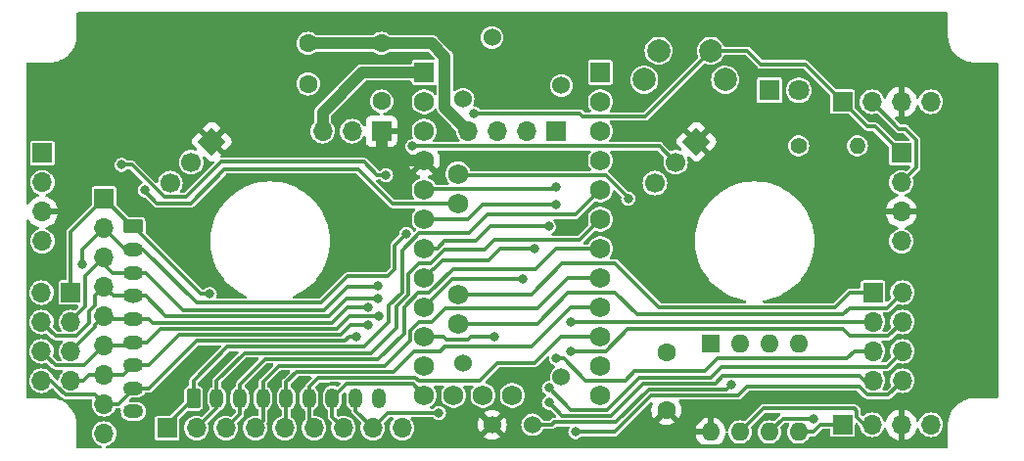
<source format=gbr>
%TF.GenerationSoftware,KiCad,Pcbnew,7.0.7*%
%TF.CreationDate,2023-09-10T17:47:14+02:00*%
%TF.ProjectId,Angle&Ana&Sw,416e676c-6526-4416-9e61-2653772e6b69,1.0*%
%TF.SameCoordinates,Original*%
%TF.FileFunction,Copper,L1,Top*%
%TF.FilePolarity,Positive*%
%FSLAX46Y46*%
G04 Gerber Fmt 4.6, Leading zero omitted, Abs format (unit mm)*
G04 Created by KiCad (PCBNEW 7.0.7) date 2023-09-10 17:47:14*
%MOMM*%
%LPD*%
G01*
G04 APERTURE LIST*
G04 Aperture macros list*
%AMRoundRect*
0 Rectangle with rounded corners*
0 $1 Rounding radius*
0 $2 $3 $4 $5 $6 $7 $8 $9 X,Y pos of 4 corners*
0 Add a 4 corners polygon primitive as box body*
4,1,4,$2,$3,$4,$5,$6,$7,$8,$9,$2,$3,0*
0 Add four circle primitives for the rounded corners*
1,1,$1+$1,$2,$3*
1,1,$1+$1,$4,$5*
1,1,$1+$1,$6,$7*
1,1,$1+$1,$8,$9*
0 Add four rect primitives between the rounded corners*
20,1,$1+$1,$2,$3,$4,$5,0*
20,1,$1+$1,$4,$5,$6,$7,0*
20,1,$1+$1,$6,$7,$8,$9,0*
20,1,$1+$1,$8,$9,$2,$3,0*%
%AMHorizOval*
0 Thick line with rounded ends*
0 $1 width*
0 $2 $3 position (X,Y) of the first rounded end (center of the circle)*
0 $4 $5 position (X,Y) of the second rounded end (center of the circle)*
0 Add line between two ends*
20,1,$1,$2,$3,$4,$5,0*
0 Add two circle primitives to create the rounded ends*
1,1,$1,$2,$3*
1,1,$1,$4,$5*%
%AMRotRect*
0 Rectangle, with rotation*
0 The origin of the aperture is its center*
0 $1 length*
0 $2 width*
0 $3 Rotation angle, in degrees counterclockwise*
0 Add horizontal line*
21,1,$1,$2,0,0,$3*%
G04 Aperture macros list end*
%TA.AperFunction,ComponentPad*%
%ADD10RotRect,1.700000X1.700000X315.000000*%
%TD*%
%TA.AperFunction,ComponentPad*%
%ADD11HorizOval,1.700000X0.000000X0.000000X0.000000X0.000000X0*%
%TD*%
%TA.AperFunction,ComponentPad*%
%ADD12C,1.524000*%
%TD*%
%TA.AperFunction,ComponentPad*%
%ADD13R,1.700000X1.700000*%
%TD*%
%TA.AperFunction,ComponentPad*%
%ADD14O,1.700000X1.700000*%
%TD*%
%TA.AperFunction,ComponentPad*%
%ADD15C,1.600000*%
%TD*%
%TA.AperFunction,ComponentPad*%
%ADD16R,1.600000X1.600000*%
%TD*%
%TA.AperFunction,ComponentPad*%
%ADD17O,1.600000X1.600000*%
%TD*%
%TA.AperFunction,ComponentPad*%
%ADD18RoundRect,0.250000X-0.350000X-0.625000X0.350000X-0.625000X0.350000X0.625000X-0.350000X0.625000X0*%
%TD*%
%TA.AperFunction,ComponentPad*%
%ADD19O,1.200000X1.750000*%
%TD*%
%TA.AperFunction,ComponentPad*%
%ADD20RoundRect,0.250000X-0.625000X0.350000X-0.625000X-0.350000X0.625000X-0.350000X0.625000X0.350000X0*%
%TD*%
%TA.AperFunction,ComponentPad*%
%ADD21O,1.750000X1.200000*%
%TD*%
%TA.AperFunction,ComponentPad*%
%ADD22R,1.800000X1.800000*%
%TD*%
%TA.AperFunction,ComponentPad*%
%ADD23C,1.800000*%
%TD*%
%TA.AperFunction,ComponentPad*%
%ADD24C,2.000000*%
%TD*%
%TA.AperFunction,ComponentPad*%
%ADD25C,1.727200*%
%TD*%
%TA.AperFunction,ComponentPad*%
%ADD26R,1.727200X1.727200*%
%TD*%
%TA.AperFunction,ComponentPad*%
%ADD27C,1.400000*%
%TD*%
%TA.AperFunction,ComponentPad*%
%ADD28O,1.400000X1.400000*%
%TD*%
%TA.AperFunction,ViaPad*%
%ADD29C,0.800000*%
%TD*%
%TA.AperFunction,Conductor*%
%ADD30C,0.310000*%
%TD*%
%TA.AperFunction,Conductor*%
%ADD31C,1.000000*%
%TD*%
G04 APERTURE END LIST*
D10*
%TO.P,U2,1,Vin*%
%TO.N,+5V*%
X196266057Y-107583954D03*
D11*
%TO.P,U2,2,Vout*%
%TO.N,Net-(U1-XTAL2{slash}PB4)*%
X194470005Y-109380005D03*
%TO.P,U2,3,GND*%
%TO.N,GND*%
X192673954Y-111176057D03*
%TD*%
D10*
%TO.P,U4,1,Vin*%
%TO.N,+5V*%
X154357557Y-107583954D03*
D11*
%TO.P,U4,2,Vout*%
%TO.N,Net-(U1-XTAL2{slash}PB4)*%
X152561505Y-109380005D03*
%TO.P,U4,3,GND*%
%TO.N,GND*%
X150765454Y-111176057D03*
%TD*%
D12*
%TO.P,RV1,1,1*%
%TO.N,+5V*%
X178590000Y-132080000D03*
%TO.P,RV1,2,2*%
%TO.N,/OUT__SENSOR*%
X182090000Y-132080000D03*
%TO.P,RV1,3,3*%
%TO.N,GND*%
X178590000Y-98580000D03*
%TO.P,RV1,4*%
%TO.N,N/C*%
X176090000Y-126730000D03*
%TO.P,RV1,5*%
X176090000Y-103930000D03*
%TO.P,RV1,6*%
X184590000Y-127930000D03*
%TO.P,RV1,7*%
X184590000Y-102730000D03*
%TD*%
D13*
%TO.P,J7,1,Pin_1*%
%TO.N,/C16*%
X142175000Y-120650000D03*
D14*
%TO.P,J7,2,Pin_2*%
%TO.N,/C15*%
X139635000Y-120650000D03*
%TO.P,J7,3,Pin_3*%
%TO.N,/C14*%
X142175000Y-123190000D03*
%TO.P,J7,4,Pin_4*%
%TO.N,/C13*%
X139635000Y-123190000D03*
%TO.P,J7,5,Pin_5*%
%TO.N,/C12*%
X142175000Y-125730000D03*
%TO.P,J7,6,Pin_6*%
%TO.N,/C11*%
X139635000Y-125730000D03*
%TO.P,J7,7,Pin_7*%
%TO.N,/C10*%
X142175000Y-128270000D03*
%TO.P,J7,8,Pin_8*%
%TO.N,/C9*%
X139635000Y-128270000D03*
%TD*%
D15*
%TO.P,C2,1*%
%TO.N,+5V*%
X193675000Y-130810000D03*
%TO.P,C2,2*%
%TO.N,GND*%
X193675000Y-125810000D03*
%TD*%
%TO.P,C3,1*%
%TO.N,Net-(J1-Pin_4)*%
X169037000Y-99100000D03*
%TO.P,C3,2*%
%TO.N,GND*%
X169037000Y-104100000D03*
%TD*%
D16*
%TO.P,U1,1,~{RESET}/PB5*%
%TO.N,unconnected-(U1-~{RESET}{slash}PB5-Pad1)*%
X197485000Y-125095000D03*
D17*
%TO.P,U1,2,XTAL1/PB3*%
%TO.N,/OUT__SENSOR*%
X200025000Y-125095000D03*
%TO.P,U1,3,XTAL2/PB4*%
%TO.N,Net-(U1-XTAL2{slash}PB4)*%
X202565000Y-125095000D03*
%TO.P,U1,4,GND*%
%TO.N,GND*%
X205105000Y-125095000D03*
%TO.P,U1,5,AREF/PB0*%
%TO.N,/SDA*%
X205105000Y-132715000D03*
%TO.P,U1,6,PB1*%
%TO.N,Net-(D1-A)*%
X202565000Y-132715000D03*
%TO.P,U1,7,PB2*%
%TO.N,/SCL*%
X200025000Y-132715000D03*
%TO.P,U1,8,VCC*%
%TO.N,+5V*%
X197485000Y-132715000D03*
%TD*%
D18*
%TO.P,J10,1,Pin_1*%
%TO.N,/C1*%
X152781000Y-129794000D03*
D19*
%TO.P,J10,2,Pin_2*%
%TO.N,/C2*%
X154781000Y-129794000D03*
%TO.P,J10,3,Pin_3*%
%TO.N,/C3*%
X156781000Y-129794000D03*
%TO.P,J10,4,Pin_4*%
%TO.N,/C4*%
X158781000Y-129794000D03*
%TO.P,J10,5,Pin_5*%
%TO.N,/C5*%
X160781000Y-129794000D03*
%TO.P,J10,6,Pin_6*%
%TO.N,/C6*%
X162781000Y-129794000D03*
%TO.P,J10,7,Pin_7*%
%TO.N,/C7*%
X164781000Y-129794000D03*
%TO.P,J10,8,Pin_8*%
%TO.N,/C8*%
X166781000Y-129794000D03*
%TO.P,J10,9,Pin_9*%
%TO.N,GND*%
X168781000Y-129794000D03*
%TD*%
D13*
%TO.P,SW2,1,A*%
%TO.N,+5V*%
X169022000Y-106680000D03*
D14*
%TO.P,SW2,2,B*%
%TO.N,Net-(J1-Pin_4)*%
X166482000Y-106680000D03*
%TO.P,SW2,3,C*%
%TO.N,+VDC*%
X163942000Y-106680000D03*
%TD*%
D13*
%TO.P,J3,1,Pin_1*%
%TO.N,/SDA*%
X208915000Y-104140000D03*
D14*
%TO.P,J3,2,Pin_2*%
%TO.N,/SCL*%
X211455000Y-104140000D03*
%TO.P,J3,3,Pin_3*%
%TO.N,+5V*%
X213995000Y-104140000D03*
%TO.P,J3,4,Pin_4*%
%TO.N,GND*%
X216535000Y-104140000D03*
%TD*%
D13*
%TO.P,J10B1,1,Pin_1*%
%TO.N,/C1*%
X150495000Y-132373500D03*
D14*
%TO.P,J10B1,2,Pin_2*%
%TO.N,/C2*%
X153035000Y-132373500D03*
%TO.P,J10B1,3,Pin_3*%
%TO.N,/C3*%
X155575000Y-132373500D03*
%TO.P,J10B1,4,Pin_4*%
%TO.N,/C4*%
X158115000Y-132373500D03*
%TO.P,J10B1,5,Pin_5*%
%TO.N,/C5*%
X160655000Y-132373500D03*
%TO.P,J10B1,6,Pin_6*%
%TO.N,/C6*%
X163195000Y-132373500D03*
%TO.P,J10B1,7,Pin_7*%
%TO.N,/C7*%
X165735000Y-132373500D03*
%TO.P,J10B1,8,Pin_8*%
%TO.N,/C8*%
X168275000Y-132373500D03*
%TO.P,J10B1,9,Pin_9*%
%TO.N,GND*%
X170815000Y-132373500D03*
%TD*%
D15*
%TO.P,C1,1*%
%TO.N,Net-(J1-Pin_4)*%
X162687000Y-99088000D03*
%TO.P,C1,2*%
%TO.N,GND*%
X162687000Y-102588000D03*
%TD*%
D20*
%TO.P,J9,1,Pin_1*%
%TO.N,/C16*%
X147574000Y-114935000D03*
D21*
%TO.P,J9,2,Pin_2*%
%TO.N,/C15*%
X147574000Y-116935000D03*
%TO.P,J9,3,Pin_3*%
%TO.N,/C14*%
X147574000Y-118935000D03*
%TO.P,J9,4,Pin_4*%
%TO.N,/C13*%
X147574000Y-120935000D03*
%TO.P,J9,5,Pin_5*%
%TO.N,/C12*%
X147574000Y-122935000D03*
%TO.P,J9,6,Pin_6*%
%TO.N,/C11*%
X147574000Y-124935000D03*
%TO.P,J9,7,Pin_7*%
%TO.N,/C10*%
X147574000Y-126935000D03*
%TO.P,J9,8,Pin_8*%
%TO.N,/C9*%
X147574000Y-128935000D03*
%TO.P,J9,9,Pin_9*%
%TO.N,GND*%
X147574000Y-130935000D03*
%TD*%
D13*
%TO.P,J6,1,Pin_1*%
%TO.N,/C16*%
X211545000Y-120650000D03*
D14*
%TO.P,J6,2,Pin_2*%
%TO.N,/C15*%
X214085000Y-120650000D03*
%TO.P,J6,3,Pin_3*%
%TO.N,/C14*%
X211545000Y-123190000D03*
%TO.P,J6,4,Pin_4*%
%TO.N,/C13*%
X214085000Y-123190000D03*
%TO.P,J6,5,Pin_5*%
%TO.N,/C12*%
X211545000Y-125730000D03*
%TO.P,J6,6,Pin_6*%
%TO.N,/C11*%
X214085000Y-125730000D03*
%TO.P,J6,7,Pin_7*%
%TO.N,/C10*%
X211545000Y-128270000D03*
%TO.P,J6,8,Pin_8*%
%TO.N,/C9*%
X214085000Y-128270000D03*
%TD*%
D22*
%TO.P,D1,1,K*%
%TO.N,Net-(D1-K)*%
X202585000Y-103155000D03*
D23*
%TO.P,D1,2,A*%
%TO.N,Net-(D1-A)*%
X205125000Y-103155000D03*
%TD*%
D24*
%TO.P,SW1,1,1*%
%TO.N,/SDA*%
X197505000Y-99735000D03*
%TO.P,SW1,2,2*%
%TO.N,GND*%
X193005000Y-99735000D03*
%TO.P,SW1,3*%
%TO.N,N/C*%
X198755000Y-102235000D03*
%TO.P,SW1,4*%
X191755000Y-102235000D03*
%TD*%
D25*
%TO.P,U3,A0,A0*%
%TO.N,/C11*%
X172720000Y-119380000D03*
%TO.P,U3,A1,A1*%
%TO.N,/C12*%
X172720000Y-116840000D03*
%TO.P,U3,A2,A2*%
%TO.N,/C13*%
X172720000Y-114300000D03*
%TO.P,U3,A3,A3*%
%TO.N,/C14*%
X172720000Y-111760000D03*
%TO.P,U3,A4,A4/SDA*%
%TO.N,/SDA*%
X175645900Y-112910600D03*
%TO.P,U3,A5,A5/SCL*%
%TO.N,/SCL*%
X175645900Y-110370600D03*
%TO.P,U3,A6,A6*%
%TO.N,/C15*%
X177800000Y-129540000D03*
X175645900Y-123324600D03*
%TO.P,U3,A7,A7*%
%TO.N,/C16*%
X175645900Y-120784000D03*
X175260000Y-129540000D03*
%TO.P,U3,D0,D0/RX*%
%TO.N,unconnected-(U3-D0{slash}RX-PadD0)*%
X187960000Y-104140000D03*
D26*
%TO.P,U3,D1,D1/TX*%
%TO.N,unconnected-(U3-D1{slash}TX-PadD1)*%
X187960000Y-101600000D03*
D25*
%TO.P,U3,D2,D2_INT0*%
%TO.N,/C1*%
X187960000Y-111760000D03*
%TO.P,U3,D3,D3_INT1*%
%TO.N,/C2*%
X187960000Y-114300000D03*
%TO.P,U3,D4,D4*%
%TO.N,/C3*%
X187960000Y-116840000D03*
%TO.P,U3,D5,D5*%
%TO.N,/C4*%
X187960000Y-119380000D03*
%TO.P,U3,D6,D6*%
%TO.N,/C5*%
X187960000Y-121920000D03*
%TO.P,U3,D7,D7*%
%TO.N,/C6*%
X187960000Y-124460000D03*
%TO.P,U3,D8,D8*%
%TO.N,/CPPM_IN*%
X187960000Y-127000000D03*
%TO.P,U3,D9,D9*%
%TO.N,/CPPM_OUT*%
X187960000Y-129540000D03*
%TO.P,U3,D10,D10_CS*%
%TO.N,/C7*%
X172720000Y-129540000D03*
%TO.P,U3,D11,D11_MOSI*%
%TO.N,/C8*%
X172720000Y-127000000D03*
%TO.P,U3,D12,D12_MISO*%
%TO.N,/C9*%
X172720000Y-124460000D03*
%TO.P,U3,D13,D13_SCK*%
%TO.N,/C10*%
X172720000Y-121920000D03*
%TO.P,U3,GND1,GND*%
%TO.N,GND*%
X187960000Y-109220000D03*
%TO.P,U3,GND2,GND*%
X180340000Y-129540000D03*
X172720000Y-104140000D03*
D26*
%TO.P,U3,RAW,RAW*%
%TO.N,+VDC*%
X172720000Y-101600000D03*
D25*
%TO.P,U3,RST1,RESET*%
%TO.N,unconnected-(U3-RESET-PadRST1)*%
X187960000Y-106680000D03*
%TO.P,U3,RST2,RESET*%
%TO.N,unconnected-(U3-RESET-PadRST2)*%
X172720000Y-106680000D03*
%TO.P,U3,Vcc1,Vcc*%
%TO.N,+5V*%
X172720000Y-109220000D03*
%TD*%
D13*
%TO.P,J1,1,Pin_1*%
%TO.N,/CPPM_OUT*%
X184150000Y-106680000D03*
D14*
%TO.P,J1,2,Pin_2*%
%TO.N,/CPPM_IN*%
X181610000Y-106680000D03*
%TO.P,J1,3,Pin_3*%
%TO.N,GND*%
X179070000Y-106680000D03*
%TO.P,J1,4,Pin_4*%
%TO.N,Net-(J1-Pin_4)*%
X176530000Y-106680000D03*
%TD*%
D13*
%TO.P,J5,1,Pin_1*%
%TO.N,/SDA*%
X213995000Y-108585000D03*
D14*
%TO.P,J5,2,Pin_2*%
%TO.N,/SCL*%
X213995000Y-111125000D03*
%TO.P,J5,3,Pin_3*%
%TO.N,+5V*%
X213995000Y-113665000D03*
%TO.P,J5,4,Pin_4*%
%TO.N,GND*%
X213995000Y-116205000D03*
%TD*%
D13*
%TO.P,J9B1,1,Pin_1*%
%TO.N,/C16*%
X145034000Y-112522000D03*
D14*
%TO.P,J9B1,2,Pin_2*%
%TO.N,/C15*%
X145034000Y-115062000D03*
%TO.P,J9B1,3,Pin_3*%
%TO.N,/C14*%
X145034000Y-117602000D03*
%TO.P,J9B1,4,Pin_4*%
%TO.N,/C13*%
X145034000Y-120142000D03*
%TO.P,J9B1,5,Pin_5*%
%TO.N,/C12*%
X145034000Y-122682000D03*
%TO.P,J9B1,6,Pin_6*%
%TO.N,/C11*%
X145034000Y-125222000D03*
%TO.P,J9B1,7,Pin_7*%
%TO.N,/C10*%
X145034000Y-127762000D03*
%TO.P,J9B1,8,Pin_8*%
%TO.N,/C9*%
X145034000Y-130302000D03*
%TO.P,J9B1,9,Pin_9*%
%TO.N,GND*%
X145034000Y-132842000D03*
%TD*%
D27*
%TO.P,R1,1*%
%TO.N,Net-(D1-K)*%
X205105000Y-107950000D03*
D28*
%TO.P,R1,2*%
%TO.N,GND*%
X210185000Y-107950000D03*
%TD*%
D13*
%TO.P,J4,1,Pin_1*%
%TO.N,/SDA*%
X139700000Y-108585000D03*
D14*
%TO.P,J4,2,Pin_2*%
%TO.N,/SCL*%
X139700000Y-111125000D03*
%TO.P,J4,3,Pin_3*%
%TO.N,+5V*%
X139700000Y-113665000D03*
%TO.P,J4,4,Pin_4*%
%TO.N,GND*%
X139700000Y-116205000D03*
%TD*%
D13*
%TO.P,J2,1,Pin_1*%
%TO.N,/SDA*%
X208915000Y-132080000D03*
D14*
%TO.P,J2,2,Pin_2*%
%TO.N,/SCL*%
X211455000Y-132080000D03*
%TO.P,J2,3,Pin_3*%
%TO.N,+5V*%
X213995000Y-132080000D03*
%TO.P,J2,4,Pin_4*%
%TO.N,GND*%
X216535000Y-132080000D03*
%TD*%
D29*
%TO.N,Net-(D1-A)*%
X206375000Y-131572000D03*
%TO.N,Net-(U1-XTAL2{slash}PB4)*%
X171704000Y-107991400D03*
%TO.N,/SDA*%
X148557416Y-111792584D03*
X177038000Y-105156000D03*
%TO.N,/C8*%
X173990000Y-131064000D03*
%TO.N,/C9*%
X166878000Y-124460000D03*
X185801000Y-132715000D03*
X178816000Y-124460000D03*
%TO.N,/C10*%
X181229000Y-119507000D03*
X167894000Y-123446500D03*
X183515000Y-130175000D03*
%TO.N,/SCL*%
X169418000Y-110490000D03*
X190373000Y-112522000D03*
X146558000Y-109601000D03*
%TO.N,/C16*%
X154178000Y-120777000D03*
%TO.N,/C15*%
X143129000Y-118237000D03*
X171183665Y-115557665D03*
%TO.N,/C14*%
X184150000Y-111506000D03*
X168717832Y-120076832D03*
X185420000Y-123190000D03*
%TO.N,/C13*%
X184150000Y-113030000D03*
X185420000Y-125730000D03*
X168750416Y-121125416D03*
%TO.N,/C12*%
X183515000Y-114935000D03*
X184150000Y-126365000D03*
X167888500Y-121914500D03*
%TO.N,/C11*%
X182245000Y-116840000D03*
X183515000Y-128905000D03*
X168783000Y-122679500D03*
%TO.N,/OUT__SENSOR*%
X199263000Y-128651000D03*
%TD*%
D30*
%TO.N,Net-(D1-A)*%
X203730000Y-131550000D02*
X202565000Y-132715000D01*
X206353000Y-131550000D02*
X203730000Y-131550000D01*
X206375000Y-131572000D02*
X206353000Y-131550000D01*
%TO.N,Net-(U1-XTAL2{slash}PB4)*%
X193081400Y-107991400D02*
X194470005Y-109380005D01*
X171704000Y-107991400D02*
X193081400Y-107991400D01*
X152655500Y-109474000D02*
X152561505Y-109380005D01*
%TO.N,+5V*%
X196469000Y-133985000D02*
X206883000Y-133985000D01*
D31*
X170053000Y-109220000D02*
X172720000Y-109220000D01*
X169022000Y-106680000D02*
X169022000Y-108189000D01*
X169022000Y-108189000D02*
X170053000Y-109220000D01*
D30*
%TO.N,/SDA*%
X201826500Y-100901500D02*
X205676500Y-100901500D01*
X152515000Y-112915000D02*
X155448000Y-109982000D01*
X211074000Y-106299000D02*
X211709000Y-106299000D01*
X170011600Y-112988600D02*
X175567900Y-112988600D01*
X211709000Y-106299000D02*
X213995000Y-108585000D01*
X167005000Y-109982000D02*
X170011600Y-112988600D01*
X200660000Y-99735000D02*
X201826500Y-100901500D01*
X191830000Y-105410000D02*
X197505000Y-99735000D01*
X155448000Y-109982000D02*
X167005000Y-109982000D01*
X186182000Y-105156000D02*
X186436000Y-105410000D01*
X208915000Y-104140000D02*
X211074000Y-106299000D01*
X175567900Y-112988600D02*
X175645900Y-112910600D01*
X149618000Y-112915000D02*
X152515000Y-112915000D01*
X206375000Y-132715000D02*
X205105000Y-132715000D01*
X148557416Y-111854416D02*
X149618000Y-112915000D01*
X206375000Y-132715000D02*
X207010000Y-132080000D01*
X207010000Y-132080000D02*
X208915000Y-132080000D01*
X177038000Y-105156000D02*
X186182000Y-105156000D01*
X205676500Y-100901500D02*
X208915000Y-104140000D01*
X148557416Y-111792584D02*
X148557416Y-111854416D01*
X186436000Y-105410000D02*
X191830000Y-105410000D01*
X197505000Y-99735000D02*
X200660000Y-99735000D01*
%TO.N,/C1*%
X169672000Y-123190000D02*
X167513000Y-125349000D01*
X185801000Y-113919000D02*
X178181000Y-113919000D01*
X150495000Y-132080000D02*
X150495000Y-132373500D01*
X176571400Y-115528600D02*
X172293897Y-115528600D01*
X178181000Y-113919000D02*
X176571400Y-115528600D01*
X187960000Y-111760000D02*
X185801000Y-113919000D01*
X152781000Y-129794000D02*
X150495000Y-132080000D01*
X152781000Y-128270000D02*
X152781000Y-129794000D01*
X170800208Y-117022289D02*
X170800208Y-120631505D01*
X172293897Y-115528600D02*
X170800208Y-117022289D01*
X167513000Y-125349000D02*
X155702000Y-125349000D01*
X155702000Y-125349000D02*
X152781000Y-128270000D01*
X170800208Y-120631505D02*
X169672000Y-121759713D01*
X169672000Y-121759713D02*
X169672000Y-123190000D01*
%TO.N,/C2*%
X177927000Y-116967000D02*
X174471392Y-116967000D01*
X186185000Y-116075000D02*
X178819000Y-116075000D01*
X170307000Y-121860105D02*
X170307000Y-123698000D01*
X168136000Y-125869000D02*
X157214000Y-125869000D01*
X171320208Y-120846897D02*
X170307000Y-121860105D01*
X174471392Y-116967000D02*
X173328392Y-118110000D01*
X178819000Y-116075000D02*
X177927000Y-116967000D01*
X154781000Y-129794000D02*
X154781000Y-130627500D01*
X172252497Y-118110000D02*
X171320208Y-119042289D01*
X187960000Y-114300000D02*
X186185000Y-116075000D01*
X157214000Y-125869000D02*
X154781000Y-128302000D01*
X154781000Y-130627500D02*
X153035000Y-132373500D01*
X173328392Y-118110000D02*
X172252497Y-118110000D01*
X171320208Y-119042289D02*
X171320208Y-120846897D01*
X170307000Y-123698000D02*
X168136000Y-125869000D01*
X154781000Y-128302000D02*
X154781000Y-129794000D01*
%TO.N,/C3*%
X156781000Y-129794000D02*
X156781000Y-131167500D01*
X170971400Y-121931097D02*
X170971400Y-124176600D01*
X175219503Y-118618000D02*
X173146103Y-120691400D01*
X172211097Y-120691400D02*
X170971400Y-121931097D01*
X187960000Y-116840000D02*
X184150000Y-116840000D01*
X156781000Y-128588000D02*
X156781000Y-129794000D01*
X184150000Y-116840000D02*
X182372000Y-118618000D01*
X158980000Y-126389000D02*
X156781000Y-128588000D01*
X182372000Y-118618000D02*
X175219503Y-118618000D01*
X170971400Y-124176600D02*
X168759000Y-126389000D01*
X173146103Y-120691400D02*
X172211097Y-120691400D01*
X168759000Y-126389000D02*
X158980000Y-126389000D01*
X156781000Y-131167500D02*
X155575000Y-132373500D01*
%TO.N,/C4*%
X169297000Y-126994000D02*
X160153000Y-126994000D01*
X172252497Y-123190000D02*
X171491400Y-123951097D01*
X173355000Y-123190000D02*
X172252497Y-123190000D01*
X158781000Y-129794000D02*
X158781000Y-131707500D01*
X187960000Y-119380000D02*
X185166000Y-119380000D01*
X185166000Y-119380000D02*
X182533400Y-122012600D01*
X158781000Y-131707500D02*
X158115000Y-132373500D01*
X171491400Y-123951097D02*
X171491400Y-124799600D01*
X171491400Y-124799600D02*
X169297000Y-126994000D01*
X174532400Y-122012600D02*
X173355000Y-123190000D01*
X158781000Y-128366000D02*
X158781000Y-129794000D01*
X160153000Y-126994000D02*
X158781000Y-128366000D01*
X182533400Y-122012600D02*
X174532400Y-122012600D01*
%TO.N,/C5*%
X160781000Y-129794000D02*
X160781000Y-132247500D01*
X170047000Y-127514000D02*
X164325609Y-127514000D01*
X164325609Y-127514000D02*
X164319609Y-127520000D01*
X174117000Y-125730000D02*
X171831000Y-125730000D01*
X181974100Y-125349000D02*
X174498000Y-125349000D01*
X185403100Y-121920000D02*
X181974100Y-125349000D01*
X187960000Y-121920000D02*
X185403100Y-121920000D01*
X160781000Y-128398000D02*
X160781000Y-129794000D01*
X160781000Y-132247500D02*
X160655000Y-132373500D01*
X171831000Y-125730000D02*
X170047000Y-127514000D01*
X164319609Y-127520000D02*
X161659000Y-127520000D01*
X174498000Y-125349000D02*
X174117000Y-125730000D01*
X161659000Y-127520000D02*
X160781000Y-128398000D01*
%TO.N,/C6*%
X163552000Y-128040000D02*
X162781000Y-128811000D01*
X171976000Y-128034000D02*
X164541001Y-128034000D01*
X162781000Y-129794000D02*
X162781000Y-131959500D01*
X179070000Y-126746000D02*
X177504600Y-128311400D01*
X177504600Y-128311400D02*
X172253400Y-128311400D01*
X187960000Y-124460000D02*
X184531000Y-124460000D01*
X162781000Y-128811000D02*
X162781000Y-129794000D01*
X164541001Y-128034000D02*
X164535000Y-128040000D01*
X162781000Y-131959500D02*
X163195000Y-132373500D01*
X164535000Y-128040000D02*
X163552000Y-128040000D01*
X184531000Y-124460000D02*
X182245000Y-126746000D01*
X172253400Y-128311400D02*
X171976000Y-128034000D01*
X182245000Y-126746000D02*
X179070000Y-126746000D01*
%TO.N,/C7*%
X166021000Y-128554000D02*
X164781000Y-129794000D01*
X164781000Y-129794000D02*
X164781000Y-131419500D01*
X171734000Y-128554000D02*
X166021000Y-128554000D01*
X164781000Y-131419500D02*
X165735000Y-132373500D01*
X172720000Y-129540000D02*
X171734000Y-128554000D01*
%TO.N,/C8*%
X169584500Y-131064000D02*
X173990000Y-131064000D01*
X166781000Y-129794000D02*
X166781000Y-130879500D01*
X168275000Y-132373500D02*
X169584500Y-131064000D01*
X166781000Y-130879500D02*
X168275000Y-132373500D01*
%TO.N,/C9*%
X176784000Y-124460000D02*
X176530000Y-124714000D01*
X200648000Y-128790000D02*
X210346730Y-128790000D01*
X140462000Y-128270000D02*
X140960000Y-128768000D01*
X199898000Y-129540000D02*
X200648000Y-128790000D01*
X210346730Y-128790000D02*
X211041730Y-129485000D01*
X145034000Y-130302000D02*
X145034000Y-129606284D01*
X153047000Y-124829000D02*
X148941000Y-128935000D01*
X146304000Y-130302000D02*
X145034000Y-130302000D01*
X185801000Y-132715000D02*
X189203392Y-132715000D01*
X192378392Y-129540000D02*
X199898000Y-129540000D01*
X148941000Y-128935000D02*
X147574000Y-128935000D01*
X166243000Y-124460000D02*
X165874000Y-124829000D01*
X174625000Y-124714000D02*
X174371000Y-124460000D01*
X178816000Y-124460000D02*
X176784000Y-124460000D01*
X140960000Y-128773270D02*
X141671730Y-129485000D01*
X176530000Y-124714000D02*
X174625000Y-124714000D01*
X189203392Y-132715000D02*
X192378392Y-129540000D01*
X212870000Y-129485000D02*
X214085000Y-128270000D01*
X165874000Y-124829000D02*
X153047000Y-124829000D01*
X140960000Y-128768000D02*
X140960000Y-128773270D01*
X139635000Y-128270000D02*
X140462000Y-128270000D01*
X141671730Y-129485000D02*
X144217000Y-129485000D01*
X144217000Y-129485000D02*
X145034000Y-130302000D01*
X174371000Y-124460000D02*
X172720000Y-124460000D01*
X147574000Y-129032000D02*
X146304000Y-130302000D01*
X211041730Y-129485000D02*
X212870000Y-129485000D01*
X166878000Y-124460000D02*
X166243000Y-124460000D01*
X147574000Y-128935000D02*
X147574000Y-129032000D01*
%TO.N,/C10*%
X143256000Y-128270000D02*
X143764000Y-127762000D01*
X166367500Y-123446500D02*
X165505000Y-124309000D01*
X165505000Y-124309000D02*
X151535000Y-124309000D01*
X198504000Y-127886000D02*
X197890000Y-128500000D01*
X148909000Y-126935000D02*
X147574000Y-126935000D01*
X175133000Y-119507000D02*
X172720000Y-121920000D01*
X167894000Y-123446500D02*
X166367500Y-123446500D01*
X184670000Y-131330000D02*
X183515000Y-130175000D01*
X211545000Y-128270000D02*
X211164000Y-128651000D01*
X142175000Y-128270000D02*
X143256000Y-128270000D01*
X145034000Y-127762000D02*
X146747000Y-127762000D01*
X146747000Y-127762000D02*
X147574000Y-126935000D01*
X143764000Y-127762000D02*
X145034000Y-127762000D01*
X197890000Y-128500000D02*
X191667000Y-128500000D01*
X188837000Y-131330000D02*
X184670000Y-131330000D01*
X181229000Y-119507000D02*
X175133000Y-119507000D01*
X191667000Y-128500000D02*
X188837000Y-131330000D01*
X211164000Y-128651000D02*
X210399000Y-127886000D01*
X210399000Y-127886000D02*
X198504000Y-127886000D01*
X151535000Y-124309000D02*
X148909000Y-126935000D01*
%TO.N,/SCL*%
X152146000Y-112395000D02*
X150241000Y-112395000D01*
X215265000Y-107425000D02*
X215265000Y-109855000D01*
X214321000Y-106481000D02*
X215265000Y-107425000D01*
X190373000Y-112522000D02*
X190373000Y-112435497D01*
X175645900Y-110370600D02*
X175567900Y-110448600D01*
X155194000Y-109347000D02*
X152146000Y-112395000D01*
X167513000Y-109347000D02*
X155194000Y-109347000D01*
X209931000Y-130683000D02*
X210130000Y-130882000D01*
X190373000Y-112435497D02*
X188427503Y-110490000D01*
X215265000Y-109855000D02*
X213995000Y-111125000D01*
X209931000Y-130683000D02*
X202057000Y-130683000D01*
X213796000Y-106481000D02*
X214321000Y-106481000D01*
X210130000Y-130882000D02*
X210130000Y-131390000D01*
X169418000Y-110490000D02*
X168656000Y-110490000D01*
X175765300Y-110490000D02*
X175645900Y-110370600D01*
X210820000Y-132080000D02*
X211455000Y-132080000D01*
X211455000Y-104140000D02*
X213796000Y-106481000D01*
X188427503Y-110490000D02*
X175765300Y-110490000D01*
X202057000Y-130683000D02*
X200025000Y-132715000D01*
X150241000Y-112395000D02*
X147447000Y-109601000D01*
X168656000Y-110490000D02*
X167513000Y-109347000D01*
X147447000Y-109601000D02*
X146558000Y-109601000D01*
X210130000Y-131390000D02*
X210820000Y-132080000D01*
X175645900Y-110370600D02*
X175526500Y-110490000D01*
D31*
%TO.N,+VDC*%
X167386000Y-101600000D02*
X163942000Y-105044000D01*
X172720000Y-101600000D02*
X167386000Y-101600000D01*
X163942000Y-105044000D02*
X163942000Y-106680000D01*
%TO.N,Net-(J1-Pin_4)*%
X174518000Y-100223000D02*
X173395000Y-99100000D01*
X162699000Y-99100000D02*
X162687000Y-99088000D01*
X173395000Y-99100000D02*
X169037000Y-99100000D01*
X176530000Y-106680000D02*
X174518000Y-104668000D01*
X174518000Y-104668000D02*
X174518000Y-100223000D01*
X169037000Y-99100000D02*
X162699000Y-99100000D01*
D30*
%TO.N,/C16*%
X142175000Y-120650000D02*
X142175000Y-115381000D01*
X145034000Y-112522000D02*
X147447000Y-114935000D01*
X175645900Y-120784000D02*
X181984000Y-120784000D01*
X142175000Y-115381000D02*
X145034000Y-112522000D01*
X193040000Y-121920000D02*
X208280000Y-121920000D01*
X181984000Y-120784000D02*
X184658000Y-118110000D01*
X209550000Y-120650000D02*
X211545000Y-120650000D01*
X208280000Y-121920000D02*
X209550000Y-120650000D01*
X184658000Y-118110000D02*
X189230000Y-118110000D01*
X147447000Y-114935000D02*
X147574000Y-114935000D01*
X153416000Y-120777000D02*
X147574000Y-114935000D01*
X189230000Y-118110000D02*
X193040000Y-121920000D01*
X154178000Y-120777000D02*
X153416000Y-120777000D01*
%TO.N,/C15*%
X191135000Y-122555000D02*
X208970000Y-122555000D01*
X175645900Y-123324600D02*
X182491400Y-123324600D01*
X185166000Y-120650000D02*
X189230000Y-120650000D01*
X182491400Y-123324600D02*
X185166000Y-120650000D01*
X153038000Y-121542000D02*
X163827000Y-121542000D01*
X145034000Y-115062000D02*
X146907000Y-116935000D01*
X148431000Y-116935000D02*
X153038000Y-121542000D01*
X146907000Y-116935000D02*
X147574000Y-116935000D01*
X143129000Y-118237000D02*
X143129000Y-116967000D01*
X208970000Y-122555000D02*
X209550000Y-121975000D01*
X163827000Y-121542000D02*
X166116000Y-119253000D01*
X170180000Y-118618000D02*
X170180000Y-116561330D01*
X209550000Y-121975000D02*
X212760000Y-121975000D01*
X212760000Y-121975000D02*
X214085000Y-120650000D01*
X166116000Y-119253000D02*
X169545000Y-119253000D01*
X147574000Y-116935000D02*
X148431000Y-116935000D01*
X143129000Y-116967000D02*
X145034000Y-115062000D01*
X170180000Y-116561330D02*
X171183665Y-115557665D01*
X169545000Y-119253000D02*
X170180000Y-118618000D01*
X189230000Y-120650000D02*
X191135000Y-122555000D01*
%TO.N,/C14*%
X166116000Y-120142000D02*
X168783000Y-120142000D01*
X164096000Y-122162000D02*
X166116000Y-120142000D01*
X183974000Y-111682000D02*
X172798000Y-111682000D01*
X145034000Y-118166000D02*
X145803000Y-118935000D01*
X145034000Y-117602000D02*
X145034000Y-118166000D01*
X142175000Y-123190000D02*
X142175000Y-123080000D01*
X172798000Y-111682000D02*
X172720000Y-111760000D01*
X142175000Y-123190000D02*
X142721392Y-123190000D01*
X142175000Y-123080000D02*
X143390000Y-121865000D01*
X145803000Y-118935000D02*
X147574000Y-118935000D01*
X143390000Y-119246000D02*
X145034000Y-117602000D01*
X143390000Y-121865000D02*
X143390000Y-119246000D01*
X147574000Y-118935000D02*
X148665000Y-118935000D01*
X168783000Y-120142000D02*
X168717832Y-120076832D01*
X211545000Y-123190000D02*
X185420000Y-123190000D01*
X148665000Y-118935000D02*
X151892000Y-122162000D01*
X151892000Y-122162000D02*
X164096000Y-122162000D01*
X184150000Y-111506000D02*
X183974000Y-111682000D01*
%TO.N,/C13*%
X143764000Y-123319270D02*
X143764000Y-122226392D01*
X144272000Y-121718392D02*
X144272000Y-120904000D01*
X144272000Y-120904000D02*
X145034000Y-120142000D01*
X176530000Y-114300000D02*
X177800000Y-113030000D01*
X190332503Y-123825000D02*
X208970000Y-123825000D01*
X139635000Y-123190000D02*
X140850000Y-124405000D01*
X172720000Y-114300000D02*
X176530000Y-114300000D01*
X145034000Y-120142000D02*
X145827000Y-120935000D01*
X212870000Y-124405000D02*
X214085000Y-123190000D01*
X208970000Y-123825000D02*
X209550000Y-124405000D01*
X140850000Y-124405000D02*
X142678270Y-124405000D01*
X150368000Y-122682000D02*
X164465000Y-122682000D01*
X209550000Y-124405000D02*
X212870000Y-124405000D01*
X166021584Y-121125416D02*
X168750416Y-121125416D01*
X177800000Y-113030000D02*
X184150000Y-113030000D01*
X147574000Y-120935000D02*
X148621000Y-120935000D01*
X147550000Y-121158000D02*
X147574000Y-121134000D01*
X143764000Y-122226392D02*
X144272000Y-121718392D01*
X147574000Y-121134000D02*
X147574000Y-120935000D01*
X188427503Y-125730000D02*
X190332503Y-123825000D01*
X164465000Y-122682000D02*
X166021584Y-121125416D01*
X148621000Y-120935000D02*
X150368000Y-122682000D01*
X185420000Y-125730000D02*
X188427503Y-125730000D01*
X145827000Y-120935000D02*
X147574000Y-120935000D01*
X142678270Y-124405000D02*
X143764000Y-123319270D01*
X147574000Y-121388000D02*
X147574000Y-120935000D01*
%TO.N,/C12*%
X186690000Y-128270000D02*
X184785000Y-126365000D01*
X177165000Y-116205000D02*
X174498000Y-116205000D01*
X148869608Y-122935000D02*
X149203608Y-123269000D01*
X144284000Y-123432000D02*
X145034000Y-122682000D01*
X190929000Y-127460000D02*
X190119000Y-128270000D01*
X209931000Y-125730000D02*
X209296000Y-126365000D01*
X164767000Y-123269000D02*
X166121500Y-121914500D01*
X167894000Y-121920000D02*
X167888500Y-121914500D01*
X197025000Y-127460000D02*
X190929000Y-127460000D01*
X147574000Y-122935000D02*
X148869608Y-122935000D01*
X173863000Y-116840000D02*
X172720000Y-116840000D01*
X211545000Y-125730000D02*
X209931000Y-125730000D01*
X144284000Y-123621000D02*
X144284000Y-123432000D01*
X198120000Y-126365000D02*
X197025000Y-127460000D01*
X174498000Y-116205000D02*
X173863000Y-116840000D01*
X149203608Y-123269000D02*
X164767000Y-123269000D01*
X209296000Y-126365000D02*
X198120000Y-126365000D01*
X145034000Y-122682000D02*
X145287000Y-122935000D01*
X166121500Y-121914500D02*
X167888500Y-121914500D01*
X183515000Y-114935000D02*
X178435000Y-114935000D01*
X145287000Y-122935000D02*
X147574000Y-122935000D01*
X142175000Y-125730000D02*
X144284000Y-123621000D01*
X190119000Y-128270000D02*
X186690000Y-128270000D01*
X184785000Y-126365000D02*
X184150000Y-126365000D01*
X178435000Y-114935000D02*
X177165000Y-116205000D01*
%TO.N,/C11*%
X147287000Y-125222000D02*
X147574000Y-124935000D01*
X174317784Y-117856000D02*
X173543784Y-118630000D01*
X139635000Y-125730000D02*
X140850000Y-126945000D01*
X185420000Y-130810000D02*
X188493098Y-130810000D01*
X198446000Y-127055000D02*
X212760000Y-127055000D01*
X173543784Y-118630000D02*
X173470000Y-118630000D01*
X143311000Y-126945000D02*
X145034000Y-125222000D01*
X173470000Y-118630000D02*
X172720000Y-119380000D01*
X183515000Y-128905000D02*
X185420000Y-130810000D01*
X188493098Y-130810000D02*
X191323098Y-127980000D01*
X166875000Y-122679000D02*
X166246000Y-122679000D01*
X166878000Y-122682000D02*
X166875000Y-122679000D01*
X168783000Y-122679500D02*
X168780500Y-122682000D01*
X149896000Y-123789000D02*
X148750000Y-124935000D01*
X145034000Y-125222000D02*
X147287000Y-125222000D01*
X168780500Y-122682000D02*
X166878000Y-122682000D01*
X166246000Y-122679000D02*
X165136000Y-123789000D01*
X148750000Y-124935000D02*
X147574000Y-124935000D01*
X165136000Y-123789000D02*
X149896000Y-123789000D01*
X197521000Y-127980000D02*
X198446000Y-127055000D01*
X191323098Y-127980000D02*
X197521000Y-127980000D01*
X183515000Y-128905000D02*
X183385000Y-128775000D01*
X182245000Y-116840000D02*
X179324000Y-116840000D01*
X179324000Y-116840000D02*
X178308000Y-117856000D01*
X178308000Y-117856000D02*
X174317784Y-117856000D01*
X212760000Y-127055000D02*
X214085000Y-125730000D01*
X140850000Y-126945000D02*
X143311000Y-126945000D01*
%TO.N,/OUT__SENSOR*%
X183769000Y-132080000D02*
X182090000Y-132080000D01*
X199263000Y-128651000D02*
X198894000Y-129020000D01*
X192163001Y-129020000D02*
X189333000Y-131850000D01*
X189333000Y-131850000D02*
X183999000Y-131850000D01*
X198894000Y-129020000D02*
X192163001Y-129020000D01*
X183999000Y-131850000D02*
X183769000Y-132080000D01*
%TD*%
%TA.AperFunction,Conductor*%
%TO.N,+5V*%
G36*
X187083835Y-108376585D02*
G01*
X187129590Y-108429389D01*
X187139534Y-108498547D01*
X187115750Y-108555627D01*
X187042870Y-108652134D01*
X187042865Y-108652142D01*
X186954141Y-108830324D01*
X186954139Y-108830328D01*
X186954140Y-108830328D01*
X186906854Y-108996524D01*
X186899664Y-109021793D01*
X186881297Y-109219999D01*
X186881297Y-109220000D01*
X186899664Y-109418206D01*
X186899664Y-109418208D01*
X186899665Y-109418211D01*
X186938894Y-109556087D01*
X186954141Y-109609675D01*
X187042865Y-109787857D01*
X187042870Y-109787865D01*
X187147014Y-109925773D01*
X187171706Y-109991134D01*
X187157141Y-110059469D01*
X187107944Y-110109082D01*
X187048060Y-110124500D01*
X176786250Y-110124500D01*
X176719211Y-110104815D01*
X176673456Y-110052011D01*
X176666983Y-110034433D01*
X176659694Y-110008816D01*
X176651760Y-109980928D01*
X176651759Y-109980925D01*
X176563034Y-109802742D01*
X176563029Y-109802734D01*
X176443068Y-109643880D01*
X176295963Y-109509777D01*
X176295961Y-109509775D01*
X176126722Y-109404987D01*
X176126716Y-109404985D01*
X176123923Y-109403903D01*
X175941101Y-109333077D01*
X175745430Y-109296500D01*
X175546370Y-109296500D01*
X175350699Y-109333077D01*
X175284840Y-109358591D01*
X175165083Y-109404985D01*
X175165077Y-109404987D01*
X174995838Y-109509775D01*
X174995836Y-109509777D01*
X174848731Y-109643880D01*
X174728770Y-109802734D01*
X174728765Y-109802742D01*
X174640041Y-109980924D01*
X174624817Y-110034433D01*
X174587922Y-110164107D01*
X174585564Y-110172393D01*
X174567198Y-110370599D01*
X174567198Y-110370600D01*
X174585564Y-110568806D01*
X174585564Y-110568808D01*
X174585565Y-110568811D01*
X174640040Y-110760272D01*
X174640041Y-110760275D01*
X174728765Y-110938457D01*
X174728770Y-110938465D01*
X174751197Y-110968163D01*
X174841968Y-111088363D01*
X174848732Y-111097319D01*
X174852620Y-111100864D01*
X174888901Y-111160576D01*
X174887140Y-111230423D01*
X174847896Y-111288230D01*
X174783628Y-111315644D01*
X174769081Y-111316500D01*
X173775834Y-111316500D01*
X173708795Y-111296815D01*
X173664834Y-111247772D01*
X173637131Y-111192137D01*
X173629540Y-111182084D01*
X173517168Y-111033280D01*
X173370063Y-110899177D01*
X173370061Y-110899175D01*
X173200822Y-110794387D01*
X173200816Y-110794384D01*
X173123654Y-110764492D01*
X173109969Y-110759190D01*
X173054569Y-110716618D01*
X173030978Y-110650851D01*
X173046689Y-110582771D01*
X173096713Y-110533992D01*
X173114502Y-110526283D01*
X173269621Y-110473030D01*
X173269639Y-110473022D01*
X173468366Y-110365476D01*
X173468378Y-110365468D01*
X173492859Y-110346413D01*
X173492859Y-110346412D01*
X172984884Y-109838437D01*
X172951399Y-109777114D01*
X172956383Y-109707422D01*
X172991362Y-109657043D01*
X172997465Y-109651753D01*
X172997470Y-109651752D01*
X173107869Y-109556090D01*
X173142742Y-109501825D01*
X173195544Y-109456071D01*
X173264702Y-109446127D01*
X173328258Y-109475151D01*
X173334738Y-109481184D01*
X173844888Y-109991335D01*
X173923361Y-109871222D01*
X174014136Y-109664278D01*
X174069611Y-109445213D01*
X174069613Y-109445202D01*
X174088273Y-109220006D01*
X174088273Y-109219993D01*
X174069613Y-108994797D01*
X174069611Y-108994786D01*
X174014136Y-108775721D01*
X173923360Y-108568774D01*
X173910259Y-108548721D01*
X173890072Y-108481832D01*
X173909252Y-108414646D01*
X173961710Y-108368496D01*
X174014068Y-108356900D01*
X187016796Y-108356900D01*
X187083835Y-108376585D01*
G37*
%TD.AperFunction*%
%TA.AperFunction,Conductor*%
G36*
X217976539Y-96412685D02*
G01*
X218022294Y-96465489D01*
X218033500Y-96517000D01*
X218033500Y-98564822D01*
X218039324Y-98612784D01*
X218067207Y-98842421D01*
X218094699Y-98953961D01*
X218134130Y-99113940D01*
X218233293Y-99375409D01*
X218233294Y-99375410D01*
X218363243Y-99623007D01*
X218363249Y-99623016D01*
X218521806Y-99852726D01*
X218522100Y-99853151D01*
X218707535Y-100062465D01*
X218916849Y-100247900D01*
X219146988Y-100406754D01*
X219146992Y-100406756D01*
X219394589Y-100536705D01*
X219394590Y-100536706D01*
X219394594Y-100536707D01*
X219394597Y-100536709D01*
X219520970Y-100584636D01*
X219656059Y-100635869D01*
X219656061Y-100635869D01*
X219656065Y-100635871D01*
X219927579Y-100702793D01*
X220155906Y-100730517D01*
X220205178Y-100736500D01*
X222253000Y-100736500D01*
X222320039Y-100756185D01*
X222365794Y-100808989D01*
X222377000Y-100860500D01*
X222377000Y-129644500D01*
X222357315Y-129711539D01*
X222304511Y-129757294D01*
X222253000Y-129768500D01*
X220205178Y-129768500D01*
X220066379Y-129785353D01*
X219927579Y-129802207D01*
X219805004Y-129832419D01*
X219656059Y-129869130D01*
X219394590Y-129968293D01*
X219394589Y-129968294D01*
X219146992Y-130098243D01*
X219146983Y-130098249D01*
X218916852Y-130257097D01*
X218707535Y-130442535D01*
X218522097Y-130651852D01*
X218363249Y-130881983D01*
X218363243Y-130881992D01*
X218233294Y-131129589D01*
X218233293Y-131129590D01*
X218134130Y-131391059D01*
X218106789Y-131501989D01*
X218067207Y-131662579D01*
X218055023Y-131762922D01*
X218033500Y-131940177D01*
X218033500Y-133988000D01*
X218013815Y-134055039D01*
X217961011Y-134100794D01*
X217909500Y-134112000D01*
X198124514Y-134112000D01*
X198057475Y-134092315D01*
X198011720Y-134039511D01*
X198001776Y-133970353D01*
X198030801Y-133906797D01*
X198072109Y-133875618D01*
X198137482Y-133845133D01*
X198323820Y-133714657D01*
X198484657Y-133553820D01*
X198615134Y-133367482D01*
X198711265Y-133161326D01*
X198711269Y-133161317D01*
X198770139Y-132941610D01*
X198770141Y-132941599D01*
X198777067Y-132862432D01*
X198802519Y-132797363D01*
X198859109Y-132756384D01*
X198928871Y-132752505D01*
X198989656Y-132786958D01*
X199022164Y-132848805D01*
X199023998Y-132861083D01*
X199029121Y-132913095D01*
X199086903Y-133103574D01*
X199180731Y-133279114D01*
X199180735Y-133279121D01*
X199307011Y-133432988D01*
X199460878Y-133559264D01*
X199460885Y-133559268D01*
X199636425Y-133653096D01*
X199636427Y-133653097D01*
X199826907Y-133710879D01*
X200025000Y-133730389D01*
X200223093Y-133710879D01*
X200413573Y-133653097D01*
X200589120Y-133559265D01*
X200742988Y-133432988D01*
X200869265Y-133279120D01*
X200963097Y-133103573D01*
X201020879Y-132913093D01*
X201040389Y-132715000D01*
X201020879Y-132516907D01*
X200977076Y-132372512D01*
X200976453Y-132302647D01*
X201008054Y-132248839D01*
X202172075Y-131084819D01*
X202233399Y-131051334D01*
X202259757Y-131048500D01*
X203412182Y-131048500D01*
X203479221Y-131068185D01*
X203524976Y-131120989D01*
X203534920Y-131190147D01*
X203505895Y-131253703D01*
X203503411Y-131256483D01*
X203466209Y-131296895D01*
X203031161Y-131731942D01*
X202969838Y-131765427D01*
X202907485Y-131762922D01*
X202763091Y-131719120D01*
X202565000Y-131699611D01*
X202366904Y-131719121D01*
X202176425Y-131776903D01*
X202000885Y-131870731D01*
X202000878Y-131870735D01*
X201847011Y-131997011D01*
X201720735Y-132150878D01*
X201720731Y-132150885D01*
X201626903Y-132326425D01*
X201569121Y-132516904D01*
X201549768Y-132713407D01*
X201549611Y-132715000D01*
X201555125Y-132770989D01*
X201569121Y-132913095D01*
X201626903Y-133103574D01*
X201720731Y-133279114D01*
X201720735Y-133279121D01*
X201847011Y-133432988D01*
X202000878Y-133559264D01*
X202000885Y-133559268D01*
X202176425Y-133653096D01*
X202176427Y-133653097D01*
X202366907Y-133710879D01*
X202565000Y-133730389D01*
X202763093Y-133710879D01*
X202953573Y-133653097D01*
X203129120Y-133559265D01*
X203282988Y-133432988D01*
X203409265Y-133279120D01*
X203503097Y-133103573D01*
X203560879Y-132913093D01*
X203580389Y-132715000D01*
X203560879Y-132516907D01*
X203517076Y-132372512D01*
X203516453Y-132302647D01*
X203548052Y-132248841D01*
X203845077Y-131951816D01*
X203906399Y-131918334D01*
X203932757Y-131915500D01*
X204191730Y-131915500D01*
X204258769Y-131935185D01*
X204304524Y-131987989D01*
X204314468Y-132057147D01*
X204287583Y-132118165D01*
X204260736Y-132150878D01*
X204260731Y-132150885D01*
X204166903Y-132326425D01*
X204109121Y-132516904D01*
X204089768Y-132713407D01*
X204089611Y-132715000D01*
X204095125Y-132770989D01*
X204109121Y-132913095D01*
X204166903Y-133103574D01*
X204260731Y-133279114D01*
X204260735Y-133279121D01*
X204387011Y-133432988D01*
X204540878Y-133559264D01*
X204540885Y-133559268D01*
X204716425Y-133653096D01*
X204716427Y-133653097D01*
X204906907Y-133710879D01*
X205105000Y-133730389D01*
X205303093Y-133710879D01*
X205493573Y-133653097D01*
X205669120Y-133559265D01*
X205822988Y-133432988D01*
X205949265Y-133279120D01*
X205980266Y-133221121D01*
X206020395Y-133146047D01*
X206069357Y-133096202D01*
X206129753Y-133080500D01*
X206324236Y-133080500D01*
X206349681Y-133083139D01*
X206359687Y-133085237D01*
X206377138Y-133083061D01*
X206393869Y-133080977D01*
X206401545Y-133080500D01*
X206405283Y-133080500D01*
X206405286Y-133080500D01*
X206405290Y-133080499D01*
X206405293Y-133080499D01*
X206427707Y-133076758D01*
X206427706Y-133076758D01*
X206480733Y-133070149D01*
X206480736Y-133070147D01*
X206488076Y-133067961D01*
X206495313Y-133065476D01*
X206495319Y-133065476D01*
X206542310Y-133040045D01*
X206590320Y-133016575D01*
X206590325Y-133016569D01*
X206596563Y-133012116D01*
X206602595Y-133007420D01*
X206602599Y-133007419D01*
X206638790Y-132968104D01*
X207125075Y-132481819D01*
X207186399Y-132448334D01*
X207212757Y-132445500D01*
X207730501Y-132445500D01*
X207797540Y-132465185D01*
X207843295Y-132517989D01*
X207854501Y-132569500D01*
X207854501Y-132950732D01*
X207857546Y-132966040D01*
X207866713Y-133012134D01*
X207866714Y-133012136D01*
X207913238Y-133081763D01*
X207982865Y-133128286D01*
X207982869Y-133128288D01*
X208019639Y-133135601D01*
X208044267Y-133140500D01*
X209785732Y-133140499D01*
X209847133Y-133128287D01*
X209916762Y-133081762D01*
X209917606Y-133080500D01*
X209960319Y-133016575D01*
X209963287Y-133012133D01*
X209963291Y-133012116D01*
X209972455Y-132966040D01*
X209975500Y-132950733D01*
X209975499Y-132051755D01*
X209995183Y-131984717D01*
X210047987Y-131938962D01*
X210117146Y-131929018D01*
X210180702Y-131958043D01*
X210187180Y-131964075D01*
X210367419Y-132144314D01*
X210400904Y-132205637D01*
X210403141Y-132219839D01*
X210409844Y-132287892D01*
X210423559Y-132333104D01*
X210470485Y-132487799D01*
X210470486Y-132487801D01*
X210470487Y-132487803D01*
X210470488Y-132487806D01*
X210568956Y-132672027D01*
X210568960Y-132672034D01*
X210701484Y-132833515D01*
X210862965Y-132966039D01*
X210862972Y-132966043D01*
X211047193Y-133064511D01*
X211047194Y-133064511D01*
X211047201Y-133064515D01*
X211247106Y-133125155D01*
X211247105Y-133125155D01*
X211265745Y-133126990D01*
X211455000Y-133145631D01*
X211662894Y-133125155D01*
X211862799Y-133064515D01*
X212047033Y-132966040D01*
X212208515Y-132833515D01*
X212341040Y-132672033D01*
X212439515Y-132487799D01*
X212455307Y-132435737D01*
X212493603Y-132377301D01*
X212557415Y-132348844D01*
X212626482Y-132359403D01*
X212678876Y-132405627D01*
X212693742Y-132439640D01*
X212721567Y-132543486D01*
X212721570Y-132543492D01*
X212821399Y-132757578D01*
X212956894Y-132951082D01*
X213123917Y-133118105D01*
X213317421Y-133253600D01*
X213531507Y-133353429D01*
X213531516Y-133353433D01*
X213745000Y-133410634D01*
X213745000Y-132692301D01*
X213764685Y-132625262D01*
X213817489Y-132579507D01*
X213886647Y-132569563D01*
X213959237Y-132580000D01*
X213959238Y-132580000D01*
X214030762Y-132580000D01*
X214030763Y-132580000D01*
X214103353Y-132569563D01*
X214172512Y-132579507D01*
X214225315Y-132625262D01*
X214245000Y-132692301D01*
X214245000Y-133410633D01*
X214458483Y-133353433D01*
X214458492Y-133353429D01*
X214672578Y-133253600D01*
X214866082Y-133118105D01*
X215033105Y-132951082D01*
X215168600Y-132757578D01*
X215268429Y-132543492D01*
X215268433Y-132543483D01*
X215296257Y-132439641D01*
X215332621Y-132379981D01*
X215395468Y-132349451D01*
X215464844Y-132357745D01*
X215518722Y-132402230D01*
X215534692Y-132435738D01*
X215550484Y-132487796D01*
X215550488Y-132487806D01*
X215648956Y-132672027D01*
X215648960Y-132672034D01*
X215781484Y-132833515D01*
X215942965Y-132966039D01*
X215942972Y-132966043D01*
X216127193Y-133064511D01*
X216127194Y-133064511D01*
X216127201Y-133064515D01*
X216327106Y-133125155D01*
X216327105Y-133125155D01*
X216345745Y-133126990D01*
X216535000Y-133145631D01*
X216742894Y-133125155D01*
X216942799Y-133064515D01*
X217127033Y-132966040D01*
X217288515Y-132833515D01*
X217421040Y-132672033D01*
X217519515Y-132487799D01*
X217580155Y-132287894D01*
X217600631Y-132080000D01*
X217580155Y-131872106D01*
X217519515Y-131672201D01*
X217514033Y-131661944D01*
X217421043Y-131487972D01*
X217421039Y-131487965D01*
X217288515Y-131326484D01*
X217127034Y-131193960D01*
X217127027Y-131193956D01*
X216942806Y-131095488D01*
X216942803Y-131095487D01*
X216942802Y-131095486D01*
X216942799Y-131095485D01*
X216742894Y-131034845D01*
X216742892Y-131034844D01*
X216742894Y-131034844D01*
X216535000Y-131014369D01*
X216327107Y-131034844D01*
X216239354Y-131061464D01*
X216127201Y-131095485D01*
X216127198Y-131095486D01*
X216127196Y-131095487D01*
X216127193Y-131095488D01*
X215942972Y-131193956D01*
X215942965Y-131193960D01*
X215781484Y-131326484D01*
X215648960Y-131487965D01*
X215648956Y-131487972D01*
X215550488Y-131672193D01*
X215550485Y-131672200D01*
X215534692Y-131724262D01*
X215496394Y-131782700D01*
X215432581Y-131811156D01*
X215363514Y-131800594D01*
X215311121Y-131754369D01*
X215296257Y-131720358D01*
X215268433Y-131616516D01*
X215268429Y-131616507D01*
X215168600Y-131402422D01*
X215168599Y-131402420D01*
X215033113Y-131208926D01*
X215033108Y-131208920D01*
X214866082Y-131041894D01*
X214672578Y-130906399D01*
X214458492Y-130806570D01*
X214458486Y-130806567D01*
X214245000Y-130749364D01*
X214245000Y-131467698D01*
X214225315Y-131534737D01*
X214172511Y-131580492D01*
X214103355Y-131590436D01*
X214030766Y-131580000D01*
X214030763Y-131580000D01*
X213959237Y-131580000D01*
X213959233Y-131580000D01*
X213886645Y-131590436D01*
X213817487Y-131580492D01*
X213764684Y-131534736D01*
X213745000Y-131467698D01*
X213745000Y-130749364D01*
X213744999Y-130749364D01*
X213531513Y-130806567D01*
X213531507Y-130806570D01*
X213317422Y-130906399D01*
X213317420Y-130906400D01*
X213123926Y-131041886D01*
X213123920Y-131041891D01*
X212956891Y-131208920D01*
X212956886Y-131208926D01*
X212821400Y-131402420D01*
X212821399Y-131402422D01*
X212721570Y-131616507D01*
X212721567Y-131616514D01*
X212693742Y-131720359D01*
X212657377Y-131780019D01*
X212594530Y-131810548D01*
X212525154Y-131802253D01*
X212471276Y-131757768D01*
X212455307Y-131724262D01*
X212439515Y-131672201D01*
X212434033Y-131661944D01*
X212341043Y-131487972D01*
X212341039Y-131487965D01*
X212208515Y-131326484D01*
X212047034Y-131193960D01*
X212047027Y-131193956D01*
X211862806Y-131095488D01*
X211862803Y-131095487D01*
X211862802Y-131095486D01*
X211862799Y-131095485D01*
X211662894Y-131034845D01*
X211662892Y-131034844D01*
X211662894Y-131034844D01*
X211455000Y-131014369D01*
X211247107Y-131034844D01*
X211159354Y-131061464D01*
X211047201Y-131095485D01*
X211047198Y-131095486D01*
X211047196Y-131095487D01*
X211047193Y-131095488D01*
X210862972Y-131193956D01*
X210862966Y-131193960D01*
X210723491Y-131308424D01*
X210659181Y-131335736D01*
X210590314Y-131323945D01*
X210557146Y-131300251D01*
X210531818Y-131274923D01*
X210498333Y-131213600D01*
X210495499Y-131187249D01*
X210495499Y-130932767D01*
X210498139Y-130907316D01*
X210499647Y-130900125D01*
X210500237Y-130897313D01*
X210500237Y-130897311D01*
X210495977Y-130863130D01*
X210495500Y-130855454D01*
X210495500Y-130851717D01*
X210495498Y-130851704D01*
X210494552Y-130846037D01*
X210491758Y-130829292D01*
X210485149Y-130776267D01*
X210482965Y-130768934D01*
X210480476Y-130761686D01*
X210480476Y-130761681D01*
X210464980Y-130733047D01*
X210455043Y-130714685D01*
X210439652Y-130683203D01*
X210431574Y-130666679D01*
X210431572Y-130666677D01*
X210431572Y-130666676D01*
X210427173Y-130660515D01*
X210427101Y-130660422D01*
X210427061Y-130660366D01*
X210422418Y-130654400D01*
X210383104Y-130618208D01*
X210270474Y-130505579D01*
X210225340Y-130460445D01*
X210209218Y-130440591D01*
X210203627Y-130432034D01*
X210203622Y-130432028D01*
X210176439Y-130410870D01*
X210170675Y-130405780D01*
X210168029Y-130403134D01*
X210149535Y-130389930D01*
X210107365Y-130357107D01*
X210100644Y-130353470D01*
X210093742Y-130350096D01*
X210042539Y-130334852D01*
X209991988Y-130317499D01*
X209984448Y-130316240D01*
X209976833Y-130315291D01*
X209925416Y-130317418D01*
X209923451Y-130317500D01*
X202107764Y-130317500D01*
X202082319Y-130314861D01*
X202072313Y-130312763D01*
X202072310Y-130312763D01*
X202038131Y-130317023D01*
X202030455Y-130317500D01*
X202026714Y-130317500D01*
X202004292Y-130321240D01*
X202004292Y-130321241D01*
X201951264Y-130327851D01*
X201943920Y-130330037D01*
X201936684Y-130332522D01*
X201889689Y-130357954D01*
X201841678Y-130381425D01*
X201835455Y-130385868D01*
X201829399Y-130390582D01*
X201793209Y-130429895D01*
X200491161Y-131731942D01*
X200429838Y-131765427D01*
X200367485Y-131762922D01*
X200223091Y-131719120D01*
X200025000Y-131699611D01*
X199826904Y-131719121D01*
X199636425Y-131776903D01*
X199460885Y-131870731D01*
X199460878Y-131870735D01*
X199307011Y-131997011D01*
X199180735Y-132150878D01*
X199180731Y-132150885D01*
X199086903Y-132326425D01*
X199029121Y-132516904D01*
X199023998Y-132568916D01*
X198997836Y-132633703D01*
X198940801Y-132674062D01*
X198871001Y-132677178D01*
X198810597Y-132642063D01*
X198778766Y-132579865D01*
X198777067Y-132567567D01*
X198770141Y-132488400D01*
X198770139Y-132488389D01*
X198711269Y-132268682D01*
X198711265Y-132268673D01*
X198615134Y-132062517D01*
X198484657Y-131876179D01*
X198323820Y-131715342D01*
X198137482Y-131584865D01*
X197931328Y-131488734D01*
X197734999Y-131436127D01*
X197734999Y-132204424D01*
X197715314Y-132271464D01*
X197662510Y-132317218D01*
X197593352Y-132327162D01*
X197591601Y-132326897D01*
X197516486Y-132315000D01*
X197516481Y-132315000D01*
X197453519Y-132315000D01*
X197453514Y-132315000D01*
X197378398Y-132326897D01*
X197309104Y-132317942D01*
X197255652Y-132272946D01*
X197235013Y-132206194D01*
X197235000Y-132204424D01*
X197235000Y-131436127D01*
X197038671Y-131488734D01*
X196832517Y-131584865D01*
X196646179Y-131715342D01*
X196485342Y-131876179D01*
X196354865Y-132062517D01*
X196258734Y-132268673D01*
X196258730Y-132268682D01*
X196206127Y-132464999D01*
X196206128Y-132465000D01*
X196974424Y-132465000D01*
X197041463Y-132484685D01*
X197087218Y-132537489D01*
X197097162Y-132606647D01*
X197096897Y-132608397D01*
X197080014Y-132714996D01*
X197080014Y-132715003D01*
X197096897Y-132821603D01*
X197087942Y-132890896D01*
X197042946Y-132944348D01*
X196976194Y-132964987D01*
X196974424Y-132965000D01*
X196206128Y-132965000D01*
X196258730Y-133161317D01*
X196258734Y-133161326D01*
X196354865Y-133367482D01*
X196485342Y-133553820D01*
X196646179Y-133714657D01*
X196832517Y-133845133D01*
X196897891Y-133875618D01*
X196950330Y-133921790D01*
X196969482Y-133988984D01*
X196949266Y-134055865D01*
X196896101Y-134101199D01*
X196845486Y-134112000D01*
X145336620Y-134112000D01*
X145269581Y-134092315D01*
X145223826Y-134039511D01*
X145213882Y-133970353D01*
X145242907Y-133906797D01*
X145300624Y-133869339D01*
X145441799Y-133826515D01*
X145626033Y-133728040D01*
X145787515Y-133595515D01*
X145920040Y-133434033D01*
X146018515Y-133249799D01*
X146079155Y-133049894D01*
X146099631Y-132842000D01*
X146079155Y-132634106D01*
X146018515Y-132434201D01*
X146017852Y-132432961D01*
X145920043Y-132249972D01*
X145920039Y-132249965D01*
X145787515Y-132088484D01*
X145626034Y-131955960D01*
X145626027Y-131955956D01*
X145441806Y-131857488D01*
X145441803Y-131857487D01*
X145441802Y-131857486D01*
X145441799Y-131857485D01*
X145241894Y-131796845D01*
X145241892Y-131796844D01*
X145241894Y-131796844D01*
X145034000Y-131776369D01*
X144826107Y-131796844D01*
X144708075Y-131832648D01*
X144626201Y-131857485D01*
X144626198Y-131857486D01*
X144626196Y-131857487D01*
X144626193Y-131857488D01*
X144441972Y-131955956D01*
X144441965Y-131955960D01*
X144280484Y-132088484D01*
X144147960Y-132249965D01*
X144147956Y-132249972D01*
X144049488Y-132434193D01*
X144049487Y-132434196D01*
X144049486Y-132434198D01*
X144049485Y-132434201D01*
X144033044Y-132488400D01*
X143988844Y-132634107D01*
X143968369Y-132842000D01*
X143988844Y-133049892D01*
X144008595Y-133115000D01*
X144049485Y-133249799D01*
X144049486Y-133249802D01*
X144049487Y-133249803D01*
X144049488Y-133249806D01*
X144147956Y-133434027D01*
X144147960Y-133434034D01*
X144280484Y-133595515D01*
X144441965Y-133728039D01*
X144441972Y-133728043D01*
X144626193Y-133826511D01*
X144626194Y-133826511D01*
X144626201Y-133826515D01*
X144767375Y-133869339D01*
X144825814Y-133907637D01*
X144854270Y-133971449D01*
X144843710Y-134040516D01*
X144797486Y-134092910D01*
X144731380Y-134112000D01*
X142774025Y-134112000D01*
X142706986Y-134092315D01*
X142661231Y-134039511D01*
X142650025Y-133988000D01*
X142650025Y-131939964D01*
X142640010Y-131857485D01*
X142616266Y-131661942D01*
X142549242Y-131390014D01*
X142548861Y-131389010D01*
X142515199Y-131300251D01*
X142449929Y-131128148D01*
X142319776Y-130880161D01*
X142202186Y-130709803D01*
X142160682Y-130649673D01*
X142160677Y-130649667D01*
X141974963Y-130440038D01*
X141974961Y-130440036D01*
X141765332Y-130254322D01*
X141765326Y-130254317D01*
X141625076Y-130157510D01*
X141534839Y-130095224D01*
X141502835Y-130078427D01*
X141479215Y-130066030D01*
X141429002Y-130017445D01*
X141416929Y-129966040D01*
X141376941Y-129984852D01*
X141307674Y-129975692D01*
X141300284Y-129972120D01*
X141286856Y-129965073D01*
X141286855Y-129965072D01*
X141286852Y-129965071D01*
X141193513Y-129929672D01*
X141024991Y-129865759D01*
X140923654Y-129840782D01*
X140753058Y-129798734D01*
X140577517Y-129777419D01*
X140475035Y-129764975D01*
X140475033Y-129764975D01*
X140340072Y-129764975D01*
X138427000Y-129764975D01*
X138359961Y-129745290D01*
X138314206Y-129692486D01*
X138303000Y-129640975D01*
X138303000Y-128270000D01*
X138569369Y-128270000D01*
X138589844Y-128477892D01*
X138604744Y-128527009D01*
X138650485Y-128677799D01*
X138650486Y-128677802D01*
X138650487Y-128677803D01*
X138650488Y-128677806D01*
X138748956Y-128862027D01*
X138748960Y-128862034D01*
X138881484Y-129023515D01*
X139042965Y-129156039D01*
X139042972Y-129156043D01*
X139227193Y-129254511D01*
X139227194Y-129254511D01*
X139227201Y-129254515D01*
X139427106Y-129315155D01*
X139427105Y-129315155D01*
X139445745Y-129316990D01*
X139635000Y-129335631D01*
X139842894Y-129315155D01*
X140042799Y-129254515D01*
X140227033Y-129156040D01*
X140388515Y-129023515D01*
X140441504Y-128958947D01*
X140499247Y-128919614D01*
X140569092Y-128917743D01*
X140625037Y-128949932D01*
X140638752Y-128963647D01*
X140651218Y-128981104D01*
X140652451Y-128980224D01*
X140662886Y-128994837D01*
X140667579Y-129000867D01*
X140706895Y-129037061D01*
X141377384Y-129707549D01*
X141393509Y-129727405D01*
X141399102Y-129735965D01*
X141399105Y-129735969D01*
X141426292Y-129757130D01*
X141432053Y-129762218D01*
X141434698Y-129764863D01*
X141434702Y-129764866D01*
X141438045Y-129767697D01*
X141476481Y-129826044D01*
X141476777Y-129852263D01*
X141491600Y-129840782D01*
X141561200Y-129834650D01*
X141577096Y-129838950D01*
X141610739Y-129850500D01*
X141610744Y-129850500D01*
X141618307Y-129851762D01*
X141625894Y-129852707D01*
X141625895Y-129852708D01*
X141625895Y-129852707D01*
X141625896Y-129852708D01*
X141667746Y-129850977D01*
X141679279Y-129850500D01*
X143895547Y-129850500D01*
X143962586Y-129870185D01*
X144008341Y-129922989D01*
X144018285Y-129992147D01*
X144014208Y-130010495D01*
X143988844Y-130094107D01*
X143968369Y-130301999D01*
X143988844Y-130509892D01*
X143992244Y-130521100D01*
X144049485Y-130709799D01*
X144049486Y-130709802D01*
X144049487Y-130709803D01*
X144049488Y-130709806D01*
X144147956Y-130894027D01*
X144147960Y-130894034D01*
X144280484Y-131055515D01*
X144441965Y-131188039D01*
X144441972Y-131188043D01*
X144626193Y-131286511D01*
X144626194Y-131286511D01*
X144626201Y-131286515D01*
X144826106Y-131347155D01*
X144826105Y-131347155D01*
X144828786Y-131347419D01*
X145034000Y-131367631D01*
X145241894Y-131347155D01*
X145441799Y-131286515D01*
X145626033Y-131188040D01*
X145787515Y-131055515D01*
X145920040Y-130894033D01*
X145964478Y-130810895D01*
X146006089Y-130733047D01*
X146055051Y-130683203D01*
X146115447Y-130667500D01*
X146253236Y-130667500D01*
X146278681Y-130670139D01*
X146288687Y-130672237D01*
X146306138Y-130670061D01*
X146322869Y-130667977D01*
X146330545Y-130667500D01*
X146334283Y-130667500D01*
X146334286Y-130667500D01*
X146334289Y-130667499D01*
X146334294Y-130667499D01*
X146356644Y-130663769D01*
X146359723Y-130663382D01*
X146359867Y-130663364D01*
X146428838Y-130674535D01*
X146480820Y-130721222D01*
X146499309Y-130788601D01*
X146498549Y-130800279D01*
X146483371Y-130934995D01*
X146483371Y-130935002D01*
X146503819Y-131116489D01*
X146564143Y-131288887D01*
X146627682Y-131390008D01*
X146661316Y-131443536D01*
X146790464Y-131572684D01*
X146945112Y-131669856D01*
X147117505Y-131730179D01*
X147117508Y-131730179D01*
X147117510Y-131730180D01*
X147185492Y-131737839D01*
X147253475Y-131745499D01*
X147253476Y-131745500D01*
X147253480Y-131745500D01*
X147894524Y-131745500D01*
X147894524Y-131745499D01*
X147980050Y-131735862D01*
X148030489Y-131730180D01*
X148030490Y-131730179D01*
X148030495Y-131730179D01*
X148202888Y-131669856D01*
X148357536Y-131572684D01*
X148486684Y-131443536D01*
X148583856Y-131288888D01*
X148644179Y-131116495D01*
X148646547Y-131095485D01*
X148664629Y-130935002D01*
X148664629Y-130934997D01*
X148644180Y-130753510D01*
X148644179Y-130753508D01*
X148644179Y-130753505D01*
X148583856Y-130581112D01*
X148486684Y-130426464D01*
X148357536Y-130297316D01*
X148289112Y-130254322D01*
X148202887Y-130200143D01*
X148030489Y-130139819D01*
X147894524Y-130124500D01*
X147894520Y-130124500D01*
X147297757Y-130124500D01*
X147230718Y-130104815D01*
X147184963Y-130052011D01*
X147175019Y-129982853D01*
X147204044Y-129919297D01*
X147210076Y-129912819D01*
X147341076Y-129781819D01*
X147402399Y-129748334D01*
X147428757Y-129745500D01*
X147894524Y-129745500D01*
X147894524Y-129745499D01*
X147980050Y-129735862D01*
X148030489Y-129730180D01*
X148030490Y-129730179D01*
X148030495Y-129730179D01*
X148202888Y-129669856D01*
X148357536Y-129572684D01*
X148486684Y-129443536D01*
X148540098Y-129358527D01*
X148592433Y-129312237D01*
X148645092Y-129300500D01*
X148890236Y-129300500D01*
X148915681Y-129303139D01*
X148925687Y-129305237D01*
X148943138Y-129303061D01*
X148959869Y-129300977D01*
X148967545Y-129300500D01*
X148971283Y-129300500D01*
X148971286Y-129300500D01*
X148971290Y-129300499D01*
X148971293Y-129300499D01*
X148993707Y-129296758D01*
X149017608Y-129293779D01*
X149046733Y-129290149D01*
X149046736Y-129290147D01*
X149054076Y-129287961D01*
X149061313Y-129285476D01*
X149061319Y-129285476D01*
X149108310Y-129260045D01*
X149156320Y-129236575D01*
X149156325Y-129236569D01*
X149162563Y-129232116D01*
X149168595Y-129227420D01*
X149168599Y-129227419D01*
X149204790Y-129188104D01*
X153162075Y-125230819D01*
X153223399Y-125197334D01*
X153249757Y-125194500D01*
X155040243Y-125194500D01*
X155107282Y-125214185D01*
X155153037Y-125266989D01*
X155162981Y-125336147D01*
X155133956Y-125399703D01*
X155127924Y-125406181D01*
X152558447Y-127975656D01*
X152538595Y-127991779D01*
X152530033Y-127997373D01*
X152530029Y-127997376D01*
X152508874Y-128024555D01*
X152503797Y-128030305D01*
X152501145Y-128032957D01*
X152501136Y-128032968D01*
X152487930Y-128051465D01*
X152455104Y-128093639D01*
X152451478Y-128100337D01*
X152448098Y-128107252D01*
X152432853Y-128158459D01*
X152415498Y-128209012D01*
X152414241Y-128216548D01*
X152413291Y-128224166D01*
X152415500Y-128277547D01*
X152415500Y-128598562D01*
X152395815Y-128665601D01*
X152343011Y-128711356D01*
X152332455Y-128715603D01*
X152213393Y-128757265D01*
X152101699Y-128839699D01*
X152019265Y-128951393D01*
X151973416Y-129082418D01*
X151973416Y-129082420D01*
X151970500Y-129113523D01*
X151970500Y-130036241D01*
X151950815Y-130103280D01*
X151934181Y-130123922D01*
X150781422Y-131276681D01*
X150720099Y-131310166D01*
X150693741Y-131313000D01*
X149624269Y-131313000D01*
X149562865Y-131325213D01*
X149562863Y-131325214D01*
X149493236Y-131371738D01*
X149446713Y-131441365D01*
X149446711Y-131441369D01*
X149434500Y-131502762D01*
X149434500Y-133244230D01*
X149446713Y-133305634D01*
X149446714Y-133305636D01*
X149493238Y-133375263D01*
X149562865Y-133421786D01*
X149562869Y-133421788D01*
X149599639Y-133429101D01*
X149624267Y-133434000D01*
X151365732Y-133433999D01*
X151427133Y-133421787D01*
X151496762Y-133375262D01*
X151501961Y-133367482D01*
X151543286Y-133305634D01*
X151543287Y-133305633D01*
X151548561Y-133279121D01*
X151552455Y-133259540D01*
X151555500Y-133244233D01*
X151555499Y-131587755D01*
X151575184Y-131520717D01*
X151591813Y-131500080D01*
X152193685Y-130898208D01*
X152255006Y-130864725D01*
X152322319Y-130868850D01*
X152344418Y-130876582D01*
X152344420Y-130876583D01*
X152349087Y-130877020D01*
X152375527Y-130879500D01*
X153186472Y-130879499D01*
X153217579Y-130876583D01*
X153348608Y-130830734D01*
X153460301Y-130748301D01*
X153542734Y-130636608D01*
X153570283Y-130557878D01*
X153588583Y-130505581D01*
X153588583Y-130505579D01*
X153589735Y-130493297D01*
X153591500Y-130474473D01*
X153591499Y-129113528D01*
X153588583Y-129082421D01*
X153542734Y-128951392D01*
X153460301Y-128839699D01*
X153348608Y-128757266D01*
X153348606Y-128757265D01*
X153229545Y-128715603D01*
X153172769Y-128674881D01*
X153147022Y-128609928D01*
X153146500Y-128598562D01*
X153146500Y-128472756D01*
X153166185Y-128405717D01*
X153182819Y-128385075D01*
X155817076Y-125750819D01*
X155878399Y-125717334D01*
X155904757Y-125714500D01*
X156552243Y-125714500D01*
X156619282Y-125734185D01*
X156665037Y-125786989D01*
X156674981Y-125856147D01*
X156645956Y-125919703D01*
X156639924Y-125926181D01*
X154558447Y-128007656D01*
X154538595Y-128023779D01*
X154530033Y-128029373D01*
X154530029Y-128029376D01*
X154508874Y-128056555D01*
X154503797Y-128062305D01*
X154501145Y-128064957D01*
X154501136Y-128064968D01*
X154487930Y-128083465D01*
X154455104Y-128125639D01*
X154451478Y-128132337D01*
X154448098Y-128139252D01*
X154432853Y-128190459D01*
X154415498Y-128241012D01*
X154414241Y-128248548D01*
X154413291Y-128256166D01*
X154415500Y-128309547D01*
X154415500Y-128722907D01*
X154395815Y-128789946D01*
X154357473Y-128827900D01*
X154272466Y-128881314D01*
X154272463Y-128881316D01*
X154143316Y-129010463D01*
X154046143Y-129165112D01*
X153985819Y-129337510D01*
X153970500Y-129473475D01*
X153970500Y-130114524D01*
X153985819Y-130250489D01*
X153985820Y-130250494D01*
X153985821Y-130250495D01*
X153987160Y-130254322D01*
X154046143Y-130422887D01*
X154143316Y-130577536D01*
X154147657Y-130582979D01*
X154145974Y-130584321D01*
X154174495Y-130636553D01*
X154169511Y-130706245D01*
X154141010Y-130750592D01*
X153541250Y-131350353D01*
X153479927Y-131383838D01*
X153417574Y-131381333D01*
X153335498Y-131356436D01*
X153242894Y-131328345D01*
X153242892Y-131328344D01*
X153242894Y-131328344D01*
X153035000Y-131307869D01*
X152827107Y-131328344D01*
X152726837Y-131358761D01*
X152627201Y-131388985D01*
X152627198Y-131388986D01*
X152627196Y-131388987D01*
X152627193Y-131388988D01*
X152442972Y-131487456D01*
X152442965Y-131487460D01*
X152281484Y-131619984D01*
X152148960Y-131781465D01*
X152148956Y-131781472D01*
X152050488Y-131965693D01*
X152050487Y-131965696D01*
X152050486Y-131965698D01*
X152050485Y-131965701D01*
X152040987Y-131997012D01*
X151989844Y-132165607D01*
X151969369Y-132373499D01*
X151989844Y-132581392D01*
X152003152Y-132625262D01*
X152050485Y-132781299D01*
X152050486Y-132781302D01*
X152050487Y-132781303D01*
X152050488Y-132781306D01*
X152148956Y-132965527D01*
X152148960Y-132965534D01*
X152281484Y-133127015D01*
X152442965Y-133259539D01*
X152442972Y-133259543D01*
X152627193Y-133358011D01*
X152627194Y-133358011D01*
X152627201Y-133358015D01*
X152827106Y-133418655D01*
X152827105Y-133418655D01*
X152845745Y-133420490D01*
X153035000Y-133439131D01*
X153242894Y-133418655D01*
X153442799Y-133358015D01*
X153627033Y-133259540D01*
X153788515Y-133127015D01*
X153921040Y-132965533D01*
X154019515Y-132781299D01*
X154080155Y-132581394D01*
X154100631Y-132373500D01*
X154080155Y-132165606D01*
X154027165Y-131990923D01*
X154026542Y-131921058D01*
X154058143Y-131867250D01*
X155003553Y-130921840D01*
X155023407Y-130905717D01*
X155031969Y-130900125D01*
X155053133Y-130872932D01*
X155058210Y-130867184D01*
X155060863Y-130864532D01*
X155071105Y-130850185D01*
X155126072Y-130807062D01*
X155131041Y-130805201D01*
X155134888Y-130803856D01*
X155289536Y-130706684D01*
X155418684Y-130577536D01*
X155515856Y-130422888D01*
X155576179Y-130250495D01*
X155591500Y-130114520D01*
X155591500Y-129473480D01*
X155591500Y-129473479D01*
X155591500Y-129473475D01*
X155576180Y-129337510D01*
X155576179Y-129337508D01*
X155576179Y-129337505D01*
X155515856Y-129165112D01*
X155418684Y-129010464D01*
X155289536Y-128881316D01*
X155289531Y-128881313D01*
X155204527Y-128827900D01*
X155158236Y-128775565D01*
X155146500Y-128722907D01*
X155146500Y-128504756D01*
X155166185Y-128437717D01*
X155182819Y-128417075D01*
X157329076Y-126270819D01*
X157390399Y-126237334D01*
X157416757Y-126234500D01*
X158318243Y-126234500D01*
X158385282Y-126254185D01*
X158431037Y-126306989D01*
X158440981Y-126376147D01*
X158411956Y-126439703D01*
X158405924Y-126446181D01*
X156558447Y-128293656D01*
X156538595Y-128309779D01*
X156530033Y-128315373D01*
X156530029Y-128315376D01*
X156508874Y-128342555D01*
X156503797Y-128348305D01*
X156501145Y-128350957D01*
X156501136Y-128350968D01*
X156487930Y-128369465D01*
X156455104Y-128411639D01*
X156451478Y-128418337D01*
X156448098Y-128425252D01*
X156432853Y-128476459D01*
X156415498Y-128527012D01*
X156414241Y-128534548D01*
X156413291Y-128542166D01*
X156415500Y-128595547D01*
X156415500Y-128722907D01*
X156395815Y-128789946D01*
X156357473Y-128827900D01*
X156272466Y-128881314D01*
X156272463Y-128881316D01*
X156143316Y-129010463D01*
X156046143Y-129165112D01*
X155985819Y-129337510D01*
X155970500Y-129473475D01*
X155970500Y-130114524D01*
X155985819Y-130250489D01*
X155985820Y-130250494D01*
X155985821Y-130250495D01*
X155987160Y-130254322D01*
X156046143Y-130422887D01*
X156143316Y-130577536D01*
X156272466Y-130706686D01*
X156357471Y-130760097D01*
X156403763Y-130812431D01*
X156415500Y-130865091D01*
X156415500Y-130964742D01*
X156395815Y-131031781D01*
X156379181Y-131052423D01*
X156081250Y-131350353D01*
X156019927Y-131383838D01*
X155957574Y-131381333D01*
X155875498Y-131356436D01*
X155782894Y-131328345D01*
X155782892Y-131328344D01*
X155782894Y-131328344D01*
X155593639Y-131309704D01*
X155575000Y-131307869D01*
X155574999Y-131307869D01*
X155367107Y-131328344D01*
X155266837Y-131358761D01*
X155167201Y-131388985D01*
X155167198Y-131388986D01*
X155167196Y-131388987D01*
X155167193Y-131388988D01*
X154982972Y-131487456D01*
X154982965Y-131487460D01*
X154821484Y-131619984D01*
X154688960Y-131781465D01*
X154688956Y-131781472D01*
X154590488Y-131965693D01*
X154590487Y-131965696D01*
X154590486Y-131965698D01*
X154590485Y-131965701D01*
X154580987Y-131997012D01*
X154529844Y-132165607D01*
X154509369Y-132373500D01*
X154529844Y-132581392D01*
X154543152Y-132625262D01*
X154590485Y-132781299D01*
X154590486Y-132781302D01*
X154590487Y-132781303D01*
X154590488Y-132781306D01*
X154688956Y-132965527D01*
X154688960Y-132965534D01*
X154821484Y-133127015D01*
X154982965Y-133259539D01*
X154982972Y-133259543D01*
X155167193Y-133358011D01*
X155167194Y-133358011D01*
X155167201Y-133358015D01*
X155367106Y-133418655D01*
X155367105Y-133418655D01*
X155387580Y-133420671D01*
X155575000Y-133439131D01*
X155782894Y-133418655D01*
X155982799Y-133358015D01*
X156167033Y-133259540D01*
X156328515Y-133127015D01*
X156461040Y-132965533D01*
X156559515Y-132781299D01*
X156620155Y-132581394D01*
X156640631Y-132373500D01*
X156620155Y-132165606D01*
X156567165Y-131990923D01*
X156566542Y-131921058D01*
X156598143Y-131867250D01*
X157003553Y-131461840D01*
X157023407Y-131445717D01*
X157031969Y-131440125D01*
X157053133Y-131412932D01*
X157058210Y-131407184D01*
X157060863Y-131404532D01*
X157074070Y-131386033D01*
X157106893Y-131343864D01*
X157106894Y-131343859D01*
X157110543Y-131337116D01*
X157113899Y-131330249D01*
X157113903Y-131330245D01*
X157129151Y-131279025D01*
X157146500Y-131228491D01*
X157146500Y-131228486D01*
X157147762Y-131220924D01*
X157148709Y-131213332D01*
X157146500Y-131159927D01*
X157146500Y-130865091D01*
X157166185Y-130798052D01*
X157204529Y-130760097D01*
X157223303Y-130748301D01*
X157266399Y-130721222D01*
X157289533Y-130706686D01*
X157289533Y-130706685D01*
X157289536Y-130706684D01*
X157418684Y-130577536D01*
X157515856Y-130422888D01*
X157576179Y-130250495D01*
X157591500Y-130114520D01*
X157591500Y-129473480D01*
X157591500Y-129473479D01*
X157591500Y-129473475D01*
X157576180Y-129337510D01*
X157576179Y-129337508D01*
X157576179Y-129337505D01*
X157515856Y-129165112D01*
X157418684Y-129010464D01*
X157289536Y-128881316D01*
X157289534Y-128881314D01*
X157246194Y-128854082D01*
X157199904Y-128801748D01*
X157189256Y-128732694D01*
X157217631Y-128668846D01*
X157224474Y-128661420D01*
X159095076Y-126790818D01*
X159156399Y-126757334D01*
X159182757Y-126754500D01*
X159576243Y-126754500D01*
X159643282Y-126774185D01*
X159689037Y-126826989D01*
X159698981Y-126896147D01*
X159669956Y-126959703D01*
X159663924Y-126966181D01*
X158558447Y-128071656D01*
X158538595Y-128087779D01*
X158530033Y-128093373D01*
X158530029Y-128093376D01*
X158508874Y-128120555D01*
X158503797Y-128126305D01*
X158501145Y-128128957D01*
X158501136Y-128128968D01*
X158487930Y-128147465D01*
X158455104Y-128189639D01*
X158451478Y-128196337D01*
X158448098Y-128203252D01*
X158432853Y-128254459D01*
X158415498Y-128305012D01*
X158414241Y-128312548D01*
X158413291Y-128320166D01*
X158415500Y-128373547D01*
X158415500Y-128722907D01*
X158395815Y-128789946D01*
X158357473Y-128827900D01*
X158272466Y-128881314D01*
X158272463Y-128881316D01*
X158143316Y-129010463D01*
X158046143Y-129165112D01*
X157985819Y-129337510D01*
X157970500Y-129473475D01*
X157970500Y-130114524D01*
X157985819Y-130250489D01*
X157985820Y-130250494D01*
X157985821Y-130250495D01*
X157987160Y-130254322D01*
X158046143Y-130422887D01*
X158143316Y-130577536D01*
X158272466Y-130706686D01*
X158357471Y-130760097D01*
X158403763Y-130812431D01*
X158415500Y-130865091D01*
X158415500Y-131200652D01*
X158395815Y-131267691D01*
X158343011Y-131313446D01*
X158279346Y-131324055D01*
X158115000Y-131307869D01*
X157907107Y-131328344D01*
X157806837Y-131358761D01*
X157707201Y-131388985D01*
X157707198Y-131388986D01*
X157707196Y-131388987D01*
X157707193Y-131388988D01*
X157522972Y-131487456D01*
X157522965Y-131487460D01*
X157361484Y-131619984D01*
X157228960Y-131781465D01*
X157228956Y-131781472D01*
X157130488Y-131965693D01*
X157130487Y-131965696D01*
X157130486Y-131965698D01*
X157130485Y-131965701D01*
X157120987Y-131997012D01*
X157069844Y-132165607D01*
X157049369Y-132373500D01*
X157069844Y-132581392D01*
X157083152Y-132625262D01*
X157130485Y-132781299D01*
X157130486Y-132781302D01*
X157130487Y-132781303D01*
X157130488Y-132781306D01*
X157228956Y-132965527D01*
X157228960Y-132965534D01*
X157361484Y-133127015D01*
X157522965Y-133259539D01*
X157522972Y-133259543D01*
X157707193Y-133358011D01*
X157707194Y-133358011D01*
X157707201Y-133358015D01*
X157907106Y-133418655D01*
X157907105Y-133418655D01*
X157925745Y-133420490D01*
X158115000Y-133439131D01*
X158322894Y-133418655D01*
X158522799Y-133358015D01*
X158707033Y-133259540D01*
X158868515Y-133127015D01*
X159001040Y-132965533D01*
X159099515Y-132781299D01*
X159160155Y-132581394D01*
X159180631Y-132373500D01*
X159160155Y-132165606D01*
X159101274Y-131971502D01*
X159100652Y-131901638D01*
X159102493Y-131897110D01*
X159102413Y-131897085D01*
X159102422Y-131897056D01*
X159107556Y-131884121D01*
X159107287Y-131884003D01*
X159108468Y-131881320D01*
X159109603Y-131879036D01*
X159113904Y-131870241D01*
X159129146Y-131819040D01*
X159132061Y-131810548D01*
X159146500Y-131768491D01*
X159146500Y-131768482D01*
X159147760Y-131760934D01*
X159148708Y-131753332D01*
X159146500Y-131699952D01*
X159146500Y-130865091D01*
X159166185Y-130798052D01*
X159204529Y-130760097D01*
X159223303Y-130748301D01*
X159266399Y-130721222D01*
X159289533Y-130706686D01*
X159289533Y-130706685D01*
X159289536Y-130706684D01*
X159418684Y-130577536D01*
X159515856Y-130422888D01*
X159576179Y-130250495D01*
X159591500Y-130114520D01*
X159591500Y-129473480D01*
X159591500Y-129473479D01*
X159591500Y-129473475D01*
X159576180Y-129337510D01*
X159576179Y-129337508D01*
X159576179Y-129337505D01*
X159515856Y-129165112D01*
X159418684Y-129010464D01*
X159289536Y-128881316D01*
X159289531Y-128881313D01*
X159204527Y-128827900D01*
X159158236Y-128775565D01*
X159146500Y-128722907D01*
X159146500Y-128568756D01*
X159166185Y-128501717D01*
X159182814Y-128481080D01*
X160268075Y-127395819D01*
X160329399Y-127362334D01*
X160355757Y-127359500D01*
X161003243Y-127359500D01*
X161070282Y-127379185D01*
X161116037Y-127431989D01*
X161125981Y-127501147D01*
X161096956Y-127564703D01*
X161090924Y-127571181D01*
X160558447Y-128103656D01*
X160538595Y-128119779D01*
X160530033Y-128125373D01*
X160530029Y-128125376D01*
X160508874Y-128152555D01*
X160503797Y-128158305D01*
X160501145Y-128160957D01*
X160501136Y-128160968D01*
X160487930Y-128179465D01*
X160455104Y-128221639D01*
X160451478Y-128228337D01*
X160448098Y-128235252D01*
X160432853Y-128286459D01*
X160415498Y-128337012D01*
X160414241Y-128344548D01*
X160413291Y-128352166D01*
X160415500Y-128405547D01*
X160415500Y-128722907D01*
X160395815Y-128789946D01*
X160357473Y-128827900D01*
X160272466Y-128881314D01*
X160272463Y-128881316D01*
X160143316Y-129010463D01*
X160046143Y-129165112D01*
X159985819Y-129337510D01*
X159970500Y-129473475D01*
X159970500Y-130114524D01*
X159985819Y-130250489D01*
X159985820Y-130250494D01*
X159985821Y-130250495D01*
X159987160Y-130254322D01*
X160046143Y-130422887D01*
X160143316Y-130577536D01*
X160272466Y-130706686D01*
X160357471Y-130760097D01*
X160403763Y-130812431D01*
X160415500Y-130865091D01*
X160415500Y-131245967D01*
X160395815Y-131313006D01*
X160343011Y-131358761D01*
X160327496Y-131364627D01*
X160247199Y-131388985D01*
X160062972Y-131487456D01*
X160062965Y-131487460D01*
X159901484Y-131619984D01*
X159768960Y-131781465D01*
X159768956Y-131781472D01*
X159670488Y-131965693D01*
X159670487Y-131965696D01*
X159670486Y-131965698D01*
X159670485Y-131965701D01*
X159660987Y-131997012D01*
X159609844Y-132165607D01*
X159589369Y-132373500D01*
X159609844Y-132581392D01*
X159623152Y-132625262D01*
X159670485Y-132781299D01*
X159670486Y-132781302D01*
X159670487Y-132781303D01*
X159670488Y-132781306D01*
X159768956Y-132965527D01*
X159768960Y-132965534D01*
X159901484Y-133127015D01*
X160062965Y-133259539D01*
X160062972Y-133259543D01*
X160247193Y-133358011D01*
X160247194Y-133358011D01*
X160247201Y-133358015D01*
X160447106Y-133418655D01*
X160447105Y-133418655D01*
X160467581Y-133420671D01*
X160655000Y-133439131D01*
X160862894Y-133418655D01*
X161062799Y-133358015D01*
X161247033Y-133259540D01*
X161408515Y-133127015D01*
X161541040Y-132965533D01*
X161639515Y-132781299D01*
X161700155Y-132581394D01*
X161720631Y-132373500D01*
X161700155Y-132165606D01*
X161639515Y-131965701D01*
X161635422Y-131958043D01*
X161541043Y-131781472D01*
X161541039Y-131781465D01*
X161408515Y-131619984D01*
X161247034Y-131487460D01*
X161247031Y-131487458D01*
X161212048Y-131468760D01*
X161162203Y-131419798D01*
X161146500Y-131359401D01*
X161146500Y-130865091D01*
X161166185Y-130798052D01*
X161204529Y-130760097D01*
X161223303Y-130748301D01*
X161266399Y-130721222D01*
X161289533Y-130706686D01*
X161289533Y-130706685D01*
X161289536Y-130706684D01*
X161418684Y-130577536D01*
X161515856Y-130422888D01*
X161576179Y-130250495D01*
X161591500Y-130114520D01*
X161591500Y-129473480D01*
X161591500Y-129473475D01*
X161576180Y-129337510D01*
X161576179Y-129337508D01*
X161576179Y-129337505D01*
X161515856Y-129165112D01*
X161418684Y-129010464D01*
X161289536Y-128881316D01*
X161289531Y-128881313D01*
X161204527Y-128827900D01*
X161158236Y-128775565D01*
X161146500Y-128722907D01*
X161146500Y-128600756D01*
X161166185Y-128533717D01*
X161182819Y-128513075D01*
X161774076Y-127921819D01*
X161835399Y-127888334D01*
X161861757Y-127885500D01*
X162890243Y-127885500D01*
X162957282Y-127905185D01*
X163003037Y-127957989D01*
X163012981Y-128027147D01*
X162983956Y-128090703D01*
X162977924Y-128097181D01*
X162558447Y-128516656D01*
X162538595Y-128532779D01*
X162530033Y-128538373D01*
X162530029Y-128538376D01*
X162508874Y-128565555D01*
X162503797Y-128571305D01*
X162501145Y-128573957D01*
X162501136Y-128573968D01*
X162487930Y-128592465D01*
X162455104Y-128634639D01*
X162451478Y-128641337D01*
X162448098Y-128648252D01*
X162432853Y-128699459D01*
X162412164Y-128759727D01*
X162408638Y-128758516D01*
X162386456Y-128804273D01*
X162360609Y-128825929D01*
X162272467Y-128881313D01*
X162272465Y-128881314D01*
X162143316Y-129010463D01*
X162046143Y-129165112D01*
X161985819Y-129337510D01*
X161970500Y-129473475D01*
X161970500Y-130114524D01*
X161985819Y-130250489D01*
X161985820Y-130250494D01*
X161985821Y-130250495D01*
X161987160Y-130254322D01*
X162046143Y-130422887D01*
X162143316Y-130577536D01*
X162272466Y-130706686D01*
X162357471Y-130760097D01*
X162403763Y-130812431D01*
X162415500Y-130865091D01*
X162415500Y-131607279D01*
X162395815Y-131674318D01*
X162387353Y-131685944D01*
X162308961Y-131781465D01*
X162308956Y-131781472D01*
X162210488Y-131965693D01*
X162210487Y-131965696D01*
X162210486Y-131965698D01*
X162210485Y-131965701D01*
X162200987Y-131997012D01*
X162149844Y-132165607D01*
X162129369Y-132373500D01*
X162149844Y-132581392D01*
X162163152Y-132625262D01*
X162210485Y-132781299D01*
X162210486Y-132781302D01*
X162210487Y-132781303D01*
X162210488Y-132781306D01*
X162308956Y-132965527D01*
X162308960Y-132965534D01*
X162441484Y-133127015D01*
X162602965Y-133259539D01*
X162602972Y-133259543D01*
X162787193Y-133358011D01*
X162787194Y-133358011D01*
X162787201Y-133358015D01*
X162987106Y-133418655D01*
X162987105Y-133418655D01*
X163007581Y-133420671D01*
X163195000Y-133439131D01*
X163402894Y-133418655D01*
X163602799Y-133358015D01*
X163787033Y-133259540D01*
X163948515Y-133127015D01*
X164081040Y-132965533D01*
X164179515Y-132781299D01*
X164240155Y-132581394D01*
X164260631Y-132373500D01*
X164240155Y-132165606D01*
X164179515Y-131965701D01*
X164175422Y-131958043D01*
X164081043Y-131781472D01*
X164081039Y-131781465D01*
X163948515Y-131619984D01*
X163787034Y-131487460D01*
X163787027Y-131487456D01*
X163602806Y-131388988D01*
X163602803Y-131388987D01*
X163602802Y-131388986D01*
X163602799Y-131388985D01*
X163402894Y-131328345D01*
X163402892Y-131328344D01*
X163402894Y-131328344D01*
X163258346Y-131314108D01*
X163193559Y-131287947D01*
X163153200Y-131230913D01*
X163146500Y-131190705D01*
X163146500Y-130865091D01*
X163166185Y-130798052D01*
X163204529Y-130760097D01*
X163223303Y-130748301D01*
X163266399Y-130721222D01*
X163289533Y-130706686D01*
X163289533Y-130706685D01*
X163289536Y-130706684D01*
X163418684Y-130577536D01*
X163515856Y-130422888D01*
X163576179Y-130250495D01*
X163591500Y-130114520D01*
X163591500Y-129473480D01*
X163591500Y-129473479D01*
X163591500Y-129473475D01*
X163576180Y-129337510D01*
X163576179Y-129337508D01*
X163576179Y-129337505D01*
X163515856Y-129165112D01*
X163418684Y-129010464D01*
X163346238Y-128938017D01*
X163312753Y-128876695D01*
X163317737Y-128807003D01*
X163346238Y-128762656D01*
X163483746Y-128625149D01*
X163667075Y-128441819D01*
X163728399Y-128408334D01*
X163754757Y-128405500D01*
X164484212Y-128405500D01*
X164509667Y-128408141D01*
X164519651Y-128410235D01*
X164519656Y-128410236D01*
X164553856Y-128405975D01*
X164561526Y-128405500D01*
X164565284Y-128405500D01*
X164565286Y-128405500D01*
X164565292Y-128405499D01*
X164587689Y-128401761D01*
X164602030Y-128399976D01*
X164609698Y-128399500D01*
X165359243Y-128399500D01*
X165426282Y-128419185D01*
X165472037Y-128471989D01*
X165481981Y-128541147D01*
X165452956Y-128604703D01*
X165446944Y-128611160D01*
X165290217Y-128767887D01*
X165228896Y-128801370D01*
X165159204Y-128796386D01*
X165136567Y-128785198D01*
X165134890Y-128784144D01*
X164962489Y-128723819D01*
X164781003Y-128703371D01*
X164780997Y-128703371D01*
X164599510Y-128723819D01*
X164427112Y-128784143D01*
X164272463Y-128881316D01*
X164143316Y-129010463D01*
X164046143Y-129165112D01*
X163985819Y-129337510D01*
X163970500Y-129473475D01*
X163970500Y-130114524D01*
X163985819Y-130250489D01*
X163985820Y-130250494D01*
X163985821Y-130250495D01*
X163987160Y-130254322D01*
X164046143Y-130422887D01*
X164143316Y-130577536D01*
X164272466Y-130706686D01*
X164357471Y-130760097D01*
X164403763Y-130812431D01*
X164415500Y-130865091D01*
X164415500Y-131368734D01*
X164412861Y-131394182D01*
X164410762Y-131404187D01*
X164415023Y-131438368D01*
X164415500Y-131446044D01*
X164415500Y-131449786D01*
X164417512Y-131461845D01*
X164419241Y-131472208D01*
X164425851Y-131525234D01*
X164428037Y-131532577D01*
X164430522Y-131539816D01*
X164455953Y-131586809D01*
X164479426Y-131634822D01*
X164483882Y-131641062D01*
X164488578Y-131647096D01*
X164488580Y-131647098D01*
X164488581Y-131647099D01*
X164522345Y-131678181D01*
X164527895Y-131683290D01*
X164711854Y-131867249D01*
X164745339Y-131928572D01*
X164742834Y-131990922D01*
X164729080Y-132036264D01*
X164689844Y-132165607D01*
X164669369Y-132373499D01*
X164689844Y-132581392D01*
X164703152Y-132625262D01*
X164750485Y-132781299D01*
X164750486Y-132781302D01*
X164750487Y-132781303D01*
X164750488Y-132781306D01*
X164848956Y-132965527D01*
X164848960Y-132965534D01*
X164981484Y-133127015D01*
X165142965Y-133259539D01*
X165142972Y-133259543D01*
X165327193Y-133358011D01*
X165327194Y-133358011D01*
X165327201Y-133358015D01*
X165527106Y-133418655D01*
X165527105Y-133418655D01*
X165545745Y-133420490D01*
X165735000Y-133439131D01*
X165942894Y-133418655D01*
X166142799Y-133358015D01*
X166327033Y-133259540D01*
X166488515Y-133127015D01*
X166621040Y-132965533D01*
X166719515Y-132781299D01*
X166780155Y-132581394D01*
X166800631Y-132373500D01*
X166780155Y-132165606D01*
X166719515Y-131965701D01*
X166715422Y-131958043D01*
X166621043Y-131781472D01*
X166621039Y-131781465D01*
X166488515Y-131619984D01*
X166327034Y-131487460D01*
X166327027Y-131487456D01*
X166142806Y-131388988D01*
X166142803Y-131388987D01*
X166142802Y-131388986D01*
X166142799Y-131388985D01*
X165942894Y-131328345D01*
X165942892Y-131328344D01*
X165942894Y-131328344D01*
X165735000Y-131307869D01*
X165527107Y-131328344D01*
X165429591Y-131357925D01*
X165352423Y-131381334D01*
X165282558Y-131381957D01*
X165228748Y-131350353D01*
X165182818Y-131304422D01*
X165149334Y-131243099D01*
X165146500Y-131216742D01*
X165146500Y-130865091D01*
X165166185Y-130798052D01*
X165204529Y-130760097D01*
X165223303Y-130748301D01*
X165266399Y-130721222D01*
X165289533Y-130706686D01*
X165289533Y-130706685D01*
X165289536Y-130706684D01*
X165418684Y-130577536D01*
X165515856Y-130422888D01*
X165576179Y-130250495D01*
X165591500Y-130114520D01*
X165591500Y-129551756D01*
X165611185Y-129484717D01*
X165627813Y-129464080D01*
X165764633Y-129327261D01*
X165825951Y-129293779D01*
X165895643Y-129298763D01*
X165951577Y-129340634D01*
X165975994Y-129406098D01*
X165975530Y-129428827D01*
X165970500Y-129473470D01*
X165970500Y-130114524D01*
X165985819Y-130250489D01*
X165985820Y-130250494D01*
X165985821Y-130250495D01*
X165987160Y-130254322D01*
X166046143Y-130422887D01*
X166107758Y-130520946D01*
X166143316Y-130577536D01*
X166272464Y-130706684D01*
X166342344Y-130750592D01*
X166352714Y-130757108D01*
X166399005Y-130809443D01*
X166408012Y-130854175D01*
X166409492Y-130853991D01*
X166415023Y-130898368D01*
X166415500Y-130906044D01*
X166415500Y-130909786D01*
X166417188Y-130919904D01*
X166419241Y-130932208D01*
X166425851Y-130985234D01*
X166428037Y-130992577D01*
X166430522Y-130999816D01*
X166455953Y-131046809D01*
X166479426Y-131094822D01*
X166483882Y-131101062D01*
X166488579Y-131107097D01*
X166527895Y-131143291D01*
X167251854Y-131867249D01*
X167285339Y-131928572D01*
X167282834Y-131990922D01*
X167269080Y-132036264D01*
X167229844Y-132165607D01*
X167209369Y-132373500D01*
X167229844Y-132581392D01*
X167243152Y-132625262D01*
X167290485Y-132781299D01*
X167290486Y-132781302D01*
X167290487Y-132781303D01*
X167290488Y-132781306D01*
X167388956Y-132965527D01*
X167388960Y-132965534D01*
X167521484Y-133127015D01*
X167682965Y-133259539D01*
X167682972Y-133259543D01*
X167867193Y-133358011D01*
X167867194Y-133358011D01*
X167867201Y-133358015D01*
X168067106Y-133418655D01*
X168067105Y-133418655D01*
X168085745Y-133420490D01*
X168275000Y-133439131D01*
X168482894Y-133418655D01*
X168682799Y-133358015D01*
X168867033Y-133259540D01*
X169028515Y-133127015D01*
X169161040Y-132965533D01*
X169259515Y-132781299D01*
X169320155Y-132581394D01*
X169340631Y-132373500D01*
X169320155Y-132165606D01*
X169267165Y-131990923D01*
X169266542Y-131921058D01*
X169298143Y-131867250D01*
X169699575Y-131465819D01*
X169760899Y-131432334D01*
X169787257Y-131429500D01*
X169955636Y-131429500D01*
X170022675Y-131449185D01*
X170068430Y-131501989D01*
X170078374Y-131571147D01*
X170051489Y-131632165D01*
X169928960Y-131781465D01*
X169928956Y-131781472D01*
X169830488Y-131965693D01*
X169830487Y-131965696D01*
X169830486Y-131965698D01*
X169830485Y-131965701D01*
X169820987Y-131997012D01*
X169769844Y-132165607D01*
X169749369Y-132373500D01*
X169769844Y-132581392D01*
X169783152Y-132625262D01*
X169830485Y-132781299D01*
X169830486Y-132781302D01*
X169830487Y-132781303D01*
X169830488Y-132781306D01*
X169928956Y-132965527D01*
X169928960Y-132965534D01*
X170061484Y-133127015D01*
X170222965Y-133259539D01*
X170222972Y-133259543D01*
X170407193Y-133358011D01*
X170407194Y-133358011D01*
X170407201Y-133358015D01*
X170607106Y-133418655D01*
X170607105Y-133418655D01*
X170625745Y-133420490D01*
X170815000Y-133439131D01*
X171022894Y-133418655D01*
X171222799Y-133358015D01*
X171407033Y-133259540D01*
X171568515Y-133127015D01*
X171701040Y-132965533D01*
X171799515Y-132781299D01*
X171860155Y-132581394D01*
X171880631Y-132373500D01*
X171860155Y-132165606D01*
X171834187Y-132080000D01*
X177323179Y-132080000D01*
X177342424Y-132299976D01*
X177342426Y-132299986D01*
X177399575Y-132513270D01*
X177399580Y-132513284D01*
X177492899Y-132713407D01*
X177492900Y-132713409D01*
X177538258Y-132778187D01*
X178067050Y-132249395D01*
X178128373Y-132215910D01*
X178198064Y-132220894D01*
X178253998Y-132262765D01*
X178258539Y-132269254D01*
X178305813Y-132341612D01*
X178406157Y-132419713D01*
X178406160Y-132419714D01*
X178406511Y-132419987D01*
X178447324Y-132476697D01*
X178450999Y-132546470D01*
X178418030Y-132605522D01*
X177891811Y-133131741D01*
X177956582Y-133177094D01*
X177956592Y-133177100D01*
X178156715Y-133270419D01*
X178156729Y-133270424D01*
X178370013Y-133327573D01*
X178370023Y-133327575D01*
X178589999Y-133346821D01*
X178590001Y-133346821D01*
X178809976Y-133327575D01*
X178809986Y-133327573D01*
X179023270Y-133270424D01*
X179023284Y-133270419D01*
X179223408Y-133177100D01*
X179223420Y-133177093D01*
X179288186Y-133131742D01*
X179288187Y-133131740D01*
X178759276Y-132602829D01*
X178725791Y-132541506D01*
X178730775Y-132471814D01*
X178772647Y-132415881D01*
X178787933Y-132406097D01*
X178827251Y-132384820D01*
X178913371Y-132291269D01*
X178914083Y-132289643D01*
X178915652Y-132287777D01*
X178918992Y-132282666D01*
X178919609Y-132283069D01*
X178959036Y-132236158D01*
X179025770Y-132215464D01*
X179093099Y-132234135D01*
X179115322Y-132251769D01*
X179641740Y-132778187D01*
X179641742Y-132778186D01*
X179687093Y-132713420D01*
X179687100Y-132713408D01*
X179780419Y-132513284D01*
X179780424Y-132513270D01*
X179837573Y-132299986D01*
X179837575Y-132299976D01*
X179856821Y-132080000D01*
X179856821Y-132079999D01*
X179837575Y-131860023D01*
X179837573Y-131860013D01*
X179780424Y-131646729D01*
X179780420Y-131646720D01*
X179687098Y-131446590D01*
X179641740Y-131381811D01*
X179112949Y-131910602D01*
X179051626Y-131944087D01*
X178981934Y-131939103D01*
X178926001Y-131897231D01*
X178921460Y-131890743D01*
X178874189Y-131818391D01*
X178874187Y-131818388D01*
X178859687Y-131807102D01*
X178773843Y-131740287D01*
X178773840Y-131740285D01*
X178773488Y-131740012D01*
X178732675Y-131683301D01*
X178729000Y-131613529D01*
X178761969Y-131554477D01*
X179288187Y-131028258D01*
X179223409Y-130982900D01*
X179223407Y-130982899D01*
X179023284Y-130889580D01*
X179023270Y-130889575D01*
X178809986Y-130832426D01*
X178809976Y-130832424D01*
X178590001Y-130813179D01*
X178589999Y-130813179D01*
X178370023Y-130832424D01*
X178370013Y-130832426D01*
X178156729Y-130889575D01*
X178156720Y-130889579D01*
X177956586Y-130982903D01*
X177891812Y-131028257D01*
X177891811Y-131028258D01*
X178420723Y-131557170D01*
X178454208Y-131618493D01*
X178449224Y-131688185D01*
X178407352Y-131744118D01*
X178392059Y-131753906D01*
X178352749Y-131775179D01*
X178352748Y-131775179D01*
X178266626Y-131868733D01*
X178266626Y-131868734D01*
X178265911Y-131870365D01*
X178264340Y-131872233D01*
X178261008Y-131877334D01*
X178260391Y-131876931D01*
X178220952Y-131923849D01*
X178154215Y-131944535D01*
X178086888Y-131925857D01*
X178064677Y-131908230D01*
X177538258Y-131381811D01*
X177538257Y-131381812D01*
X177492903Y-131446586D01*
X177399579Y-131646720D01*
X177399575Y-131646729D01*
X177342426Y-131860013D01*
X177342424Y-131860023D01*
X177323179Y-132079999D01*
X177323179Y-132080000D01*
X171834187Y-132080000D01*
X171799515Y-131965701D01*
X171795422Y-131958043D01*
X171701043Y-131781472D01*
X171701039Y-131781465D01*
X171578511Y-131632165D01*
X171551198Y-131567855D01*
X171562989Y-131498987D01*
X171610141Y-131447427D01*
X171674364Y-131429500D01*
X173436387Y-131429500D01*
X173503426Y-131449185D01*
X173524046Y-131466854D01*
X173524063Y-131466836D01*
X173525193Y-131467837D01*
X173529205Y-131471275D01*
X173529675Y-131471806D01*
X173529678Y-131471810D01*
X173529681Y-131471812D01*
X173529684Y-131471816D01*
X173640647Y-131570121D01*
X173650987Y-131575548D01*
X173771924Y-131639020D01*
X173915872Y-131674500D01*
X174064128Y-131674500D01*
X174208076Y-131639020D01*
X174339351Y-131570122D01*
X174450322Y-131471810D01*
X174534541Y-131349797D01*
X174587114Y-131211175D01*
X174604984Y-131064000D01*
X174587114Y-130916825D01*
X174534541Y-130778203D01*
X174450322Y-130656190D01*
X174450319Y-130656187D01*
X174450317Y-130656185D01*
X174339352Y-130557878D01*
X174208074Y-130488979D01*
X174064128Y-130453500D01*
X173915872Y-130453500D01*
X173771925Y-130488979D01*
X173640647Y-130557878D01*
X173529684Y-130656183D01*
X173529205Y-130656725D01*
X173528754Y-130657007D01*
X173524063Y-130661164D01*
X173523371Y-130660383D01*
X173470016Y-130693853D01*
X173436387Y-130698500D01*
X173325112Y-130698500D01*
X173258073Y-130678815D01*
X173212318Y-130626011D01*
X173202374Y-130556853D01*
X173231399Y-130493297D01*
X173259835Y-130469073D01*
X173299522Y-130444500D01*
X173370063Y-130400823D01*
X173517170Y-130266717D01*
X173637131Y-130107863D01*
X173725860Y-129929672D01*
X173780335Y-129738211D01*
X173798702Y-129540000D01*
X173780335Y-129341789D01*
X173725860Y-129150328D01*
X173709410Y-129117292D01*
X173637134Y-128972142D01*
X173637129Y-128972134D01*
X173564250Y-128875627D01*
X173539558Y-128810266D01*
X173554123Y-128741931D01*
X173603320Y-128692318D01*
X173663204Y-128676900D01*
X174316796Y-128676900D01*
X174383835Y-128696585D01*
X174429590Y-128749389D01*
X174439534Y-128818547D01*
X174415750Y-128875627D01*
X174342870Y-128972134D01*
X174342865Y-128972142D01*
X174254141Y-129150324D01*
X174247068Y-129175185D01*
X174200652Y-129338322D01*
X174199664Y-129341793D01*
X174181297Y-129539999D01*
X174181297Y-129540000D01*
X174199664Y-129738206D01*
X174199664Y-129738208D01*
X174199665Y-129738211D01*
X174252239Y-129922989D01*
X174254141Y-129929675D01*
X174342865Y-130107857D01*
X174342870Y-130107865D01*
X174462831Y-130266719D01*
X174609936Y-130400822D01*
X174609938Y-130400824D01*
X174779177Y-130505612D01*
X174779178Y-130505612D01*
X174779181Y-130505614D01*
X174964799Y-130577523D01*
X175160470Y-130614100D01*
X175160472Y-130614100D01*
X175359528Y-130614100D01*
X175359530Y-130614100D01*
X175555201Y-130577523D01*
X175740819Y-130505614D01*
X175910063Y-130400823D01*
X176057170Y-130266717D01*
X176177131Y-130107863D01*
X176265860Y-129929672D01*
X176320335Y-129738211D01*
X176338702Y-129540000D01*
X176320335Y-129341789D01*
X176265860Y-129150328D01*
X176249410Y-129117292D01*
X176177134Y-128972142D01*
X176177129Y-128972134D01*
X176104250Y-128875627D01*
X176079558Y-128810266D01*
X176094123Y-128741931D01*
X176143320Y-128692318D01*
X176203204Y-128676900D01*
X176856796Y-128676900D01*
X176923835Y-128696585D01*
X176969590Y-128749389D01*
X176979534Y-128818547D01*
X176955750Y-128875627D01*
X176882870Y-128972134D01*
X176882865Y-128972142D01*
X176794141Y-129150324D01*
X176787068Y-129175185D01*
X176740652Y-129338322D01*
X176739664Y-129341793D01*
X176721297Y-129539999D01*
X176721297Y-129540000D01*
X176739664Y-129738206D01*
X176739664Y-129738208D01*
X176739665Y-129738211D01*
X176792239Y-129922989D01*
X176794141Y-129929675D01*
X176882865Y-130107857D01*
X176882870Y-130107865D01*
X177002831Y-130266719D01*
X177149936Y-130400822D01*
X177149938Y-130400824D01*
X177319177Y-130505612D01*
X177319178Y-130505612D01*
X177319181Y-130505614D01*
X177504799Y-130577523D01*
X177700470Y-130614100D01*
X177700472Y-130614100D01*
X177899528Y-130614100D01*
X177899530Y-130614100D01*
X178095201Y-130577523D01*
X178280819Y-130505614D01*
X178450063Y-130400823D01*
X178597170Y-130266717D01*
X178717131Y-130107863D01*
X178805860Y-129929672D01*
X178860335Y-129738211D01*
X178878702Y-129540000D01*
X179261297Y-129540000D01*
X179279664Y-129738206D01*
X179279664Y-129738208D01*
X179279665Y-129738211D01*
X179332239Y-129922989D01*
X179334141Y-129929675D01*
X179422865Y-130107857D01*
X179422870Y-130107865D01*
X179542831Y-130266719D01*
X179689936Y-130400822D01*
X179689938Y-130400824D01*
X179859177Y-130505612D01*
X179859178Y-130505612D01*
X179859181Y-130505614D01*
X180044799Y-130577523D01*
X180240470Y-130614100D01*
X180240472Y-130614100D01*
X180439528Y-130614100D01*
X180439530Y-130614100D01*
X180635201Y-130577523D01*
X180820819Y-130505614D01*
X180990063Y-130400823D01*
X181137170Y-130266717D01*
X181257131Y-130107863D01*
X181345860Y-129929672D01*
X181400335Y-129738211D01*
X181418702Y-129540000D01*
X181400335Y-129341789D01*
X181345860Y-129150328D01*
X181329410Y-129117292D01*
X181257134Y-128972142D01*
X181257129Y-128972134D01*
X181137168Y-128813280D01*
X180990063Y-128679177D01*
X180990061Y-128679175D01*
X180820822Y-128574387D01*
X180820816Y-128574385D01*
X180819740Y-128573968D01*
X180635201Y-128502477D01*
X180439530Y-128465900D01*
X180240470Y-128465900D01*
X180044799Y-128502477D01*
X179927416Y-128547951D01*
X179859183Y-128574385D01*
X179859177Y-128574387D01*
X179689938Y-128679175D01*
X179689936Y-128679177D01*
X179542831Y-128813280D01*
X179422870Y-128972134D01*
X179422865Y-128972142D01*
X179334141Y-129150324D01*
X179327068Y-129175185D01*
X179280652Y-129338322D01*
X179279664Y-129341793D01*
X179261297Y-129539999D01*
X179261297Y-129540000D01*
X178878702Y-129540000D01*
X178860335Y-129341789D01*
X178805860Y-129150328D01*
X178789410Y-129117292D01*
X178717134Y-128972142D01*
X178717129Y-128972134D01*
X178597168Y-128813280D01*
X178450063Y-128679177D01*
X178450061Y-128679175D01*
X178280822Y-128574387D01*
X178280816Y-128574385D01*
X178279740Y-128573968D01*
X178095201Y-128502477D01*
X178095195Y-128502475D01*
X178092014Y-128501571D01*
X178090668Y-128500722D01*
X178089855Y-128500407D01*
X178089916Y-128500247D01*
X178032922Y-128464290D01*
X178003365Y-128400980D01*
X178012729Y-128331740D01*
X178038267Y-128294627D01*
X179185076Y-127147819D01*
X179246399Y-127114334D01*
X179272757Y-127111500D01*
X182194236Y-127111500D01*
X182219681Y-127114139D01*
X182229687Y-127116237D01*
X182247138Y-127114061D01*
X182263869Y-127111977D01*
X182271545Y-127111500D01*
X182275283Y-127111500D01*
X182275286Y-127111500D01*
X182275290Y-127111499D01*
X182275293Y-127111499D01*
X182297707Y-127107758D01*
X182303492Y-127107037D01*
X182350733Y-127101149D01*
X182350736Y-127101147D01*
X182358076Y-127098961D01*
X182365313Y-127096476D01*
X182365319Y-127096476D01*
X182412310Y-127071045D01*
X182460320Y-127047575D01*
X182460325Y-127047569D01*
X182466563Y-127043116D01*
X182472595Y-127038420D01*
X182472599Y-127038419D01*
X182508790Y-126999104D01*
X183335120Y-126172774D01*
X183396440Y-126139291D01*
X183466131Y-126144275D01*
X183522065Y-126186147D01*
X183546482Y-126251611D01*
X183545894Y-126275402D01*
X183535016Y-126364998D01*
X183535016Y-126365000D01*
X183552885Y-126512174D01*
X183605460Y-126650799D01*
X183660474Y-126730500D01*
X183689678Y-126772810D01*
X183689680Y-126772812D01*
X183689682Y-126772814D01*
X183800647Y-126871121D01*
X183800649Y-126871122D01*
X183931924Y-126940020D01*
X183946470Y-126943605D01*
X184006849Y-126978759D01*
X184038640Y-127040978D01*
X184031745Y-127110506D01*
X183995461Y-127159855D01*
X183899010Y-127239010D01*
X183777485Y-127387089D01*
X183687180Y-127556035D01*
X183631570Y-127739358D01*
X183612794Y-127929999D01*
X183631570Y-128120642D01*
X183635776Y-128134506D01*
X183636399Y-128204373D01*
X183599150Y-128263485D01*
X183535856Y-128293076D01*
X183517115Y-128294500D01*
X183440872Y-128294500D01*
X183296925Y-128329979D01*
X183165647Y-128398878D01*
X183054682Y-128497185D01*
X183054676Y-128497192D01*
X182970460Y-128619200D01*
X182917885Y-128757825D01*
X182900016Y-128904999D01*
X182900016Y-128905000D01*
X182917885Y-129052174D01*
X182970460Y-129190799D01*
X183013639Y-129253355D01*
X183054678Y-129312810D01*
X183054680Y-129312812D01*
X183054682Y-129312814D01*
X183165647Y-129411121D01*
X183202005Y-129430203D01*
X183252218Y-129478788D01*
X183268193Y-129546807D01*
X183244858Y-129612665D01*
X183202005Y-129649797D01*
X183165647Y-129668878D01*
X183054682Y-129767185D01*
X183054676Y-129767192D01*
X182970460Y-129889200D01*
X182917885Y-130027825D01*
X182900016Y-130174999D01*
X182900016Y-130175000D01*
X182917885Y-130322174D01*
X182970460Y-130460799D01*
X183012083Y-130521100D01*
X183054678Y-130582810D01*
X183054680Y-130582812D01*
X183054682Y-130582814D01*
X183165647Y-130681121D01*
X183165649Y-130681122D01*
X183296924Y-130750020D01*
X183440872Y-130785500D01*
X183557243Y-130785500D01*
X183624282Y-130805185D01*
X183644924Y-130821819D01*
X184091531Y-131268426D01*
X184125016Y-131329749D01*
X184120032Y-131399441D01*
X184078160Y-131455374D01*
X184019189Y-131479155D01*
X183980133Y-131484023D01*
X183972456Y-131484500D01*
X183968714Y-131484500D01*
X183947946Y-131487965D01*
X183946292Y-131488241D01*
X183893264Y-131494851D01*
X183885920Y-131497037D01*
X183878684Y-131499522D01*
X183831689Y-131524954D01*
X183783678Y-131548425D01*
X183777455Y-131552868D01*
X183771399Y-131557582D01*
X183735209Y-131596895D01*
X183653923Y-131678181D01*
X183592600Y-131711666D01*
X183566242Y-131714500D01*
X183071666Y-131714500D01*
X183004627Y-131694815D01*
X182962308Y-131648954D01*
X182902517Y-131537093D01*
X182901186Y-131535471D01*
X182780989Y-131389010D01*
X182632910Y-131267485D01*
X182632908Y-131267484D01*
X182632907Y-131267483D01*
X182559960Y-131228492D01*
X182463964Y-131177180D01*
X182408881Y-131160471D01*
X182280643Y-131121571D01*
X182280641Y-131121570D01*
X182280643Y-131121570D01*
X182107092Y-131104477D01*
X182090000Y-131102794D01*
X182089999Y-131102794D01*
X181899358Y-131121570D01*
X181716035Y-131177180D01*
X181547089Y-131267485D01*
X181399010Y-131389010D01*
X181277485Y-131537089D01*
X181187180Y-131706035D01*
X181131570Y-131889358D01*
X181112794Y-132080000D01*
X181131570Y-132270641D01*
X181187180Y-132453964D01*
X181236626Y-132546470D01*
X181269727Y-132608397D01*
X181277485Y-132622910D01*
X181399010Y-132770989D01*
X181547089Y-132892514D01*
X181547093Y-132892517D01*
X181716039Y-132982821D01*
X181899357Y-133038429D01*
X181899356Y-133038429D01*
X181915764Y-133040045D01*
X182090000Y-133057206D01*
X182280643Y-133038429D01*
X182463961Y-132982821D01*
X182632907Y-132892517D01*
X182780989Y-132770989D01*
X182902517Y-132622907D01*
X182962308Y-132511045D01*
X183011271Y-132461202D01*
X183071666Y-132445500D01*
X183718236Y-132445500D01*
X183743681Y-132448139D01*
X183753687Y-132450237D01*
X183771138Y-132448061D01*
X183787869Y-132445977D01*
X183795545Y-132445500D01*
X183799283Y-132445500D01*
X183799286Y-132445500D01*
X183799290Y-132445499D01*
X183799293Y-132445499D01*
X183821707Y-132441758D01*
X183838700Y-132439640D01*
X183874733Y-132435149D01*
X183874736Y-132435147D01*
X183882076Y-132432961D01*
X183889313Y-132430476D01*
X183889319Y-132430476D01*
X183936310Y-132405045D01*
X183984320Y-132381575D01*
X183984325Y-132381569D01*
X183990563Y-132377116D01*
X183996595Y-132372420D01*
X183996599Y-132372419D01*
X184032790Y-132333104D01*
X184114077Y-132251817D01*
X184175400Y-132218334D01*
X184201757Y-132215500D01*
X185167705Y-132215500D01*
X185234744Y-132235185D01*
X185280499Y-132287989D01*
X185290443Y-132357147D01*
X185269755Y-132409939D01*
X185256462Y-132429196D01*
X185256460Y-132429199D01*
X185203885Y-132567825D01*
X185186016Y-132714999D01*
X185186016Y-132715000D01*
X185203885Y-132862174D01*
X185256460Y-133000799D01*
X185290348Y-133049894D01*
X185340678Y-133122810D01*
X185340680Y-133122812D01*
X185340682Y-133122814D01*
X185451647Y-133221121D01*
X185451649Y-133221122D01*
X185582924Y-133290020D01*
X185726872Y-133325500D01*
X185875128Y-133325500D01*
X186019076Y-133290020D01*
X186150351Y-133221122D01*
X186261322Y-133122810D01*
X186261327Y-133122801D01*
X186261795Y-133122275D01*
X186262245Y-133121992D01*
X186266937Y-133117836D01*
X186267628Y-133118616D01*
X186320984Y-133085147D01*
X186354613Y-133080500D01*
X189152628Y-133080500D01*
X189178073Y-133083139D01*
X189188079Y-133085237D01*
X189205530Y-133083061D01*
X189222261Y-133080977D01*
X189229937Y-133080500D01*
X189233675Y-133080500D01*
X189233678Y-133080500D01*
X189233682Y-133080499D01*
X189233685Y-133080499D01*
X189256099Y-133076758D01*
X189256098Y-133076758D01*
X189309125Y-133070149D01*
X189309128Y-133070147D01*
X189316468Y-133067961D01*
X189323705Y-133065476D01*
X189323711Y-133065476D01*
X189370702Y-133040045D01*
X189418712Y-133016575D01*
X189418717Y-133016569D01*
X189424955Y-133012116D01*
X189430987Y-133007420D01*
X189430991Y-133007419D01*
X189467182Y-132968104D01*
X192280976Y-130154310D01*
X192342297Y-130120827D01*
X192411989Y-130125811D01*
X192467922Y-130167683D01*
X192492339Y-130233147D01*
X192481037Y-130294397D01*
X192448735Y-130363668D01*
X192448730Y-130363682D01*
X192389860Y-130583389D01*
X192389858Y-130583400D01*
X192370034Y-130809997D01*
X192370034Y-130810002D01*
X192389858Y-131036599D01*
X192389860Y-131036610D01*
X192448730Y-131256317D01*
X192448734Y-131256326D01*
X192544865Y-131462481D01*
X192544866Y-131462483D01*
X192595973Y-131535471D01*
X192595973Y-131535472D01*
X193137580Y-130993865D01*
X193198903Y-130960380D01*
X193268594Y-130965364D01*
X193324528Y-131007235D01*
X193335742Y-131025246D01*
X193339072Y-131031781D01*
X193347358Y-131048044D01*
X193347363Y-131048050D01*
X193436949Y-131137636D01*
X193436951Y-131137637D01*
X193436955Y-131137641D01*
X193459747Y-131149254D01*
X193510542Y-131197228D01*
X193527337Y-131265049D01*
X193504799Y-131331184D01*
X193491132Y-131347419D01*
X192949526Y-131889025D01*
X192949526Y-131889026D01*
X193022512Y-131940131D01*
X193022516Y-131940133D01*
X193228673Y-132036265D01*
X193228682Y-132036269D01*
X193448389Y-132095139D01*
X193448400Y-132095141D01*
X193674998Y-132114966D01*
X193675002Y-132114966D01*
X193901599Y-132095141D01*
X193901610Y-132095139D01*
X194121317Y-132036269D01*
X194121331Y-132036264D01*
X194327478Y-131940136D01*
X194400472Y-131889025D01*
X193858866Y-131347419D01*
X193825381Y-131286096D01*
X193830365Y-131216404D01*
X193872237Y-131160471D01*
X193890245Y-131149258D01*
X193913045Y-131137641D01*
X194002641Y-131048045D01*
X194014254Y-131025252D01*
X194062225Y-130974458D01*
X194130046Y-130957661D01*
X194196181Y-130980197D01*
X194212419Y-130993866D01*
X194754025Y-131535472D01*
X194805136Y-131462478D01*
X194901264Y-131256331D01*
X194901269Y-131256317D01*
X194960139Y-131036610D01*
X194960141Y-131036599D01*
X194979966Y-130810002D01*
X194979966Y-130809997D01*
X194960141Y-130583400D01*
X194960139Y-130583389D01*
X194901269Y-130363682D01*
X194901265Y-130363673D01*
X194805133Y-130157516D01*
X194805129Y-130157510D01*
X194765297Y-130100624D01*
X194742969Y-130034418D01*
X194759979Y-129966651D01*
X194810926Y-129918838D01*
X194866871Y-129905500D01*
X199847236Y-129905500D01*
X199872681Y-129908139D01*
X199882687Y-129910237D01*
X199900138Y-129908061D01*
X199916869Y-129905977D01*
X199924545Y-129905500D01*
X199928283Y-129905500D01*
X199928286Y-129905500D01*
X199928290Y-129905499D01*
X199928293Y-129905499D01*
X199950707Y-129901758D01*
X199950706Y-129901758D01*
X200003733Y-129895149D01*
X200003736Y-129895147D01*
X200011076Y-129892961D01*
X200018313Y-129890476D01*
X200018319Y-129890476D01*
X200065310Y-129865045D01*
X200113320Y-129841575D01*
X200113325Y-129841569D01*
X200119563Y-129837116D01*
X200125595Y-129832420D01*
X200125599Y-129832419D01*
X200161790Y-129793104D01*
X200763075Y-129191819D01*
X200824399Y-129158334D01*
X200850757Y-129155500D01*
X210143973Y-129155500D01*
X210211012Y-129175185D01*
X210231654Y-129191819D01*
X210747384Y-129707549D01*
X210763509Y-129727405D01*
X210769102Y-129735965D01*
X210769105Y-129735969D01*
X210796292Y-129757130D01*
X210802053Y-129762218D01*
X210804698Y-129764863D01*
X210823195Y-129778069D01*
X210865366Y-129810893D01*
X210865368Y-129810893D01*
X210872097Y-129814535D01*
X210878982Y-129817901D01*
X210878983Y-129817901D01*
X210878984Y-129817902D01*
X210897699Y-129823473D01*
X210930190Y-129833147D01*
X210980735Y-129850499D01*
X210980737Y-129850499D01*
X210980739Y-129850500D01*
X210980741Y-129850500D01*
X210988307Y-129851762D01*
X210995894Y-129852707D01*
X210995895Y-129852708D01*
X210995895Y-129852707D01*
X210995896Y-129852708D01*
X211037746Y-129850977D01*
X211049279Y-129850500D01*
X212819236Y-129850500D01*
X212844681Y-129853139D01*
X212854687Y-129855237D01*
X212872138Y-129853061D01*
X212888869Y-129850977D01*
X212896545Y-129850500D01*
X212900283Y-129850500D01*
X212900286Y-129850500D01*
X212900290Y-129850499D01*
X212900293Y-129850499D01*
X212922707Y-129846758D01*
X212922706Y-129846758D01*
X212975733Y-129840149D01*
X212975736Y-129840147D01*
X212983076Y-129837961D01*
X212990313Y-129835476D01*
X212990319Y-129835476D01*
X213037310Y-129810045D01*
X213085320Y-129786575D01*
X213085325Y-129786569D01*
X213091563Y-129782116D01*
X213097595Y-129777420D01*
X213097599Y-129777419D01*
X213133790Y-129738104D01*
X213578750Y-129293143D01*
X213640071Y-129259660D01*
X213702422Y-129262165D01*
X213859565Y-129309834D01*
X213877103Y-129315154D01*
X213877105Y-129315155D01*
X213897581Y-129317171D01*
X214085000Y-129335631D01*
X214292894Y-129315155D01*
X214492799Y-129254515D01*
X214677033Y-129156040D01*
X214838515Y-129023515D01*
X214971040Y-128862033D01*
X215069515Y-128677799D01*
X215130155Y-128477894D01*
X215150631Y-128270000D01*
X215130155Y-128062106D01*
X215069515Y-127862201D01*
X215069511Y-127862193D01*
X214971043Y-127677972D01*
X214971039Y-127677965D01*
X214838515Y-127516484D01*
X214677034Y-127383960D01*
X214677027Y-127383956D01*
X214492806Y-127285488D01*
X214492803Y-127285487D01*
X214492802Y-127285486D01*
X214492799Y-127285485D01*
X214292894Y-127224845D01*
X214292892Y-127224844D01*
X214292894Y-127224844D01*
X214103639Y-127206204D01*
X214085000Y-127204369D01*
X214084999Y-127204369D01*
X213877107Y-127224844D01*
X213761066Y-127260045D01*
X213677201Y-127285485D01*
X213677198Y-127285486D01*
X213677196Y-127285487D01*
X213677193Y-127285488D01*
X213492972Y-127383956D01*
X213492965Y-127383960D01*
X213331484Y-127516484D01*
X213198960Y-127677965D01*
X213198956Y-127677972D01*
X213100488Y-127862193D01*
X213100487Y-127862196D01*
X213100486Y-127862198D01*
X213100485Y-127862201D01*
X213083657Y-127917677D01*
X213039844Y-128062107D01*
X213019369Y-128269999D01*
X213039844Y-128477892D01*
X213092833Y-128652574D01*
X213093456Y-128722441D01*
X213061853Y-128776250D01*
X212754922Y-129083182D01*
X212693601Y-129116666D01*
X212667243Y-129119500D01*
X212481919Y-129119500D01*
X212414880Y-129099815D01*
X212369125Y-129047011D01*
X212359181Y-128977853D01*
X212386065Y-128916836D01*
X212412764Y-128884302D01*
X212431040Y-128862033D01*
X212529515Y-128677799D01*
X212590155Y-128477894D01*
X212610631Y-128270000D01*
X212590155Y-128062106D01*
X212529515Y-127862201D01*
X212529511Y-127862193D01*
X212431043Y-127677972D01*
X212431041Y-127677969D01*
X212431040Y-127677967D01*
X212418130Y-127662236D01*
X212386065Y-127623164D01*
X212358753Y-127558854D01*
X212370544Y-127489987D01*
X212417697Y-127438427D01*
X212481919Y-127420500D01*
X212709236Y-127420500D01*
X212734681Y-127423139D01*
X212744687Y-127425237D01*
X212762138Y-127423061D01*
X212778869Y-127420977D01*
X212786545Y-127420500D01*
X212790283Y-127420500D01*
X212790286Y-127420500D01*
X212790290Y-127420499D01*
X212790293Y-127420499D01*
X212812707Y-127416758D01*
X212812706Y-127416758D01*
X212865733Y-127410149D01*
X212865736Y-127410147D01*
X212873076Y-127407961D01*
X212880313Y-127405476D01*
X212880319Y-127405476D01*
X212927310Y-127380045D01*
X212975320Y-127356575D01*
X212975325Y-127356569D01*
X212981563Y-127352116D01*
X212987595Y-127347420D01*
X212987599Y-127347419D01*
X213023790Y-127308104D01*
X213578750Y-126753143D01*
X213640071Y-126719660D01*
X213702422Y-126722165D01*
X213877103Y-126775154D01*
X213877105Y-126775155D01*
X213895745Y-126776990D01*
X214085000Y-126795631D01*
X214292894Y-126775155D01*
X214492799Y-126714515D01*
X214677033Y-126616040D01*
X214838515Y-126483515D01*
X214971040Y-126322033D01*
X215069515Y-126137799D01*
X215130155Y-125937894D01*
X215150631Y-125730000D01*
X215130155Y-125522106D01*
X215069515Y-125322201D01*
X215069509Y-125322190D01*
X214971043Y-125137972D01*
X214971039Y-125137965D01*
X214838515Y-124976484D01*
X214677034Y-124843960D01*
X214677027Y-124843956D01*
X214492806Y-124745488D01*
X214492803Y-124745487D01*
X214492802Y-124745486D01*
X214492799Y-124745485D01*
X214292894Y-124684845D01*
X214292892Y-124684844D01*
X214292894Y-124684844D01*
X214085000Y-124664369D01*
X213877107Y-124684844D01*
X213791480Y-124710819D01*
X213677201Y-124745485D01*
X213677198Y-124745486D01*
X213677196Y-124745487D01*
X213677193Y-124745488D01*
X213492972Y-124843956D01*
X213492965Y-124843960D01*
X213331484Y-124976484D01*
X213198960Y-125137965D01*
X213198956Y-125137972D01*
X213100488Y-125322193D01*
X213100487Y-125322196D01*
X213100486Y-125322198D01*
X213100485Y-125322201D01*
X213076975Y-125399703D01*
X213039844Y-125522107D01*
X213019369Y-125730000D01*
X213039844Y-125937892D01*
X213092833Y-126112574D01*
X213093456Y-126182441D01*
X213061853Y-126236250D01*
X212644924Y-126653181D01*
X212583601Y-126686666D01*
X212557243Y-126689500D01*
X212391644Y-126689500D01*
X212324605Y-126669815D01*
X212278850Y-126617011D01*
X212268906Y-126547853D01*
X212295791Y-126486835D01*
X212412864Y-126344181D01*
X212431040Y-126322033D01*
X212529515Y-126137799D01*
X212590155Y-125937894D01*
X212610631Y-125730000D01*
X212590155Y-125522106D01*
X212529515Y-125322201D01*
X212529509Y-125322190D01*
X212431043Y-125137972D01*
X212431039Y-125137965D01*
X212295791Y-124973165D01*
X212268478Y-124908855D01*
X212280269Y-124839987D01*
X212327421Y-124788427D01*
X212391644Y-124770500D01*
X212819236Y-124770500D01*
X212844681Y-124773139D01*
X212854687Y-124775237D01*
X212872138Y-124773061D01*
X212888869Y-124770977D01*
X212896545Y-124770500D01*
X212900283Y-124770500D01*
X212900286Y-124770500D01*
X212900290Y-124770499D01*
X212900293Y-124770499D01*
X212922707Y-124766758D01*
X212922706Y-124766758D01*
X212975733Y-124760149D01*
X212975736Y-124760147D01*
X212983076Y-124757961D01*
X212990313Y-124755476D01*
X212990319Y-124755476D01*
X213037310Y-124730045D01*
X213085320Y-124706575D01*
X213085325Y-124706569D01*
X213091563Y-124702116D01*
X213097595Y-124697420D01*
X213097599Y-124697419D01*
X213133790Y-124658104D01*
X213578750Y-124213143D01*
X213640071Y-124179660D01*
X213702422Y-124182165D01*
X213854686Y-124228354D01*
X213877103Y-124235154D01*
X213877105Y-124235155D01*
X213895745Y-124236990D01*
X214085000Y-124255631D01*
X214292894Y-124235155D01*
X214492799Y-124174515D01*
X214677033Y-124076040D01*
X214838515Y-123943515D01*
X214971040Y-123782033D01*
X215069515Y-123597799D01*
X215130155Y-123397894D01*
X215150631Y-123190000D01*
X215130155Y-122982106D01*
X215069515Y-122782201D01*
X215069509Y-122782190D01*
X214971043Y-122597972D01*
X214971039Y-122597965D01*
X214838515Y-122436484D01*
X214677034Y-122303960D01*
X214677027Y-122303956D01*
X214492806Y-122205488D01*
X214492803Y-122205487D01*
X214492802Y-122205486D01*
X214492799Y-122205485D01*
X214292894Y-122144845D01*
X214292892Y-122144844D01*
X214292894Y-122144844D01*
X214085000Y-122124369D01*
X213877107Y-122144844D01*
X213759075Y-122180648D01*
X213677201Y-122205485D01*
X213677198Y-122205486D01*
X213677196Y-122205487D01*
X213677193Y-122205488D01*
X213492972Y-122303956D01*
X213492965Y-122303960D01*
X213331484Y-122436484D01*
X213198960Y-122597965D01*
X213198956Y-122597972D01*
X213100488Y-122782193D01*
X213100487Y-122782196D01*
X213100486Y-122782198D01*
X213100485Y-122782201D01*
X213077678Y-122857387D01*
X213039844Y-122982107D01*
X213021548Y-123167875D01*
X213019369Y-123190000D01*
X213020192Y-123198358D01*
X213039844Y-123397892D01*
X213092833Y-123572574D01*
X213093456Y-123642441D01*
X213061853Y-123696250D01*
X212754922Y-124003182D01*
X212693601Y-124036666D01*
X212667243Y-124039500D01*
X212481919Y-124039500D01*
X212414880Y-124019815D01*
X212369125Y-123967011D01*
X212359181Y-123897853D01*
X212386065Y-123836836D01*
X212410309Y-123807294D01*
X212431040Y-123782033D01*
X212529515Y-123597799D01*
X212590155Y-123397894D01*
X212610631Y-123190000D01*
X212590155Y-122982106D01*
X212529515Y-122782201D01*
X212529509Y-122782190D01*
X212431043Y-122597972D01*
X212431039Y-122597966D01*
X212386065Y-122543164D01*
X212358753Y-122478854D01*
X212370544Y-122409987D01*
X212417697Y-122358427D01*
X212481919Y-122340500D01*
X212709236Y-122340500D01*
X212734681Y-122343139D01*
X212744687Y-122345237D01*
X212762138Y-122343061D01*
X212778869Y-122340977D01*
X212786545Y-122340500D01*
X212790283Y-122340500D01*
X212790286Y-122340500D01*
X212790290Y-122340499D01*
X212790293Y-122340499D01*
X212812707Y-122336758D01*
X212812706Y-122336758D01*
X212865733Y-122330149D01*
X212865736Y-122330147D01*
X212873076Y-122327961D01*
X212880313Y-122325476D01*
X212880319Y-122325476D01*
X212927310Y-122300045D01*
X212975320Y-122276575D01*
X212975325Y-122276569D01*
X212981563Y-122272116D01*
X212987595Y-122267420D01*
X212987599Y-122267419D01*
X213023790Y-122228104D01*
X213578750Y-121673143D01*
X213640071Y-121639660D01*
X213702422Y-121642165D01*
X213877103Y-121695154D01*
X213877105Y-121695155D01*
X213895745Y-121696990D01*
X214085000Y-121715631D01*
X214292894Y-121695155D01*
X214492799Y-121634515D01*
X214677033Y-121536040D01*
X214838515Y-121403515D01*
X214971040Y-121242033D01*
X215069515Y-121057799D01*
X215130155Y-120857894D01*
X215150631Y-120650000D01*
X215130155Y-120442106D01*
X215069515Y-120242201D01*
X215069511Y-120242193D01*
X214971043Y-120057972D01*
X214971039Y-120057965D01*
X214838515Y-119896484D01*
X214677034Y-119763960D01*
X214677027Y-119763956D01*
X214492806Y-119665488D01*
X214492803Y-119665487D01*
X214492802Y-119665486D01*
X214492799Y-119665485D01*
X214292894Y-119604845D01*
X214292892Y-119604844D01*
X214292894Y-119604844D01*
X214085000Y-119584369D01*
X213877107Y-119604844D01*
X213803918Y-119627046D01*
X213677201Y-119665485D01*
X213677198Y-119665486D01*
X213677196Y-119665487D01*
X213677193Y-119665488D01*
X213492972Y-119763956D01*
X213492965Y-119763960D01*
X213331484Y-119896484D01*
X213198960Y-120057965D01*
X213198956Y-120057972D01*
X213100488Y-120242193D01*
X213100487Y-120242196D01*
X213100486Y-120242198D01*
X213100485Y-120242201D01*
X213082390Y-120301852D01*
X213039844Y-120442107D01*
X213019369Y-120650000D01*
X213039844Y-120857892D01*
X213092833Y-121032574D01*
X213093456Y-121102441D01*
X213061853Y-121156250D01*
X212817180Y-121400923D01*
X212755857Y-121434408D01*
X212686165Y-121429424D01*
X212630232Y-121387552D01*
X212605815Y-121322088D01*
X212605499Y-121313266D01*
X212605499Y-119779268D01*
X212593287Y-119717867D01*
X212593286Y-119717865D01*
X212593285Y-119717863D01*
X212546761Y-119648236D01*
X212477134Y-119601713D01*
X212477130Y-119601711D01*
X212415735Y-119589500D01*
X210674269Y-119589500D01*
X210612865Y-119601713D01*
X210612863Y-119601714D01*
X210543236Y-119648238D01*
X210496713Y-119717865D01*
X210496711Y-119717869D01*
X210484500Y-119779262D01*
X210484499Y-119779265D01*
X210484500Y-120160500D01*
X210464815Y-120227539D01*
X210412011Y-120273294D01*
X210360500Y-120284500D01*
X209600765Y-120284500D01*
X209575320Y-120281861D01*
X209565314Y-120279763D01*
X209565311Y-120279763D01*
X209531132Y-120284023D01*
X209523456Y-120284500D01*
X209519714Y-120284500D01*
X209497304Y-120288239D01*
X209497292Y-120288241D01*
X209444264Y-120294851D01*
X209436920Y-120297037D01*
X209429681Y-120299523D01*
X209382694Y-120324951D01*
X209334677Y-120348425D01*
X209328474Y-120352853D01*
X209322398Y-120357583D01*
X209288625Y-120394271D01*
X209286220Y-120396883D01*
X208418570Y-121264535D01*
X208164924Y-121518181D01*
X208103601Y-121551666D01*
X208077243Y-121554500D01*
X202127814Y-121554500D01*
X202060775Y-121534815D01*
X202015020Y-121482011D01*
X202005076Y-121412853D01*
X202034101Y-121349297D01*
X202092879Y-121311523D01*
X202111629Y-121307561D01*
X202192830Y-121296871D01*
X202633209Y-121199241D01*
X202897934Y-121115773D01*
X203063388Y-121063606D01*
X203480114Y-120890992D01*
X203880205Y-120682717D01*
X203880205Y-120682718D01*
X203885249Y-120679505D01*
X204260631Y-120440360D01*
X204275765Y-120428747D01*
X204618476Y-120165777D01*
X204618478Y-120165774D01*
X204618482Y-120165772D01*
X204951039Y-119861039D01*
X205255772Y-119528482D01*
X205272257Y-119506999D01*
X205530360Y-119170631D01*
X205548047Y-119142868D01*
X205772715Y-118790210D01*
X205980992Y-118390114D01*
X205984962Y-118380531D01*
X206031157Y-118269006D01*
X206153606Y-117973388D01*
X206214078Y-117781593D01*
X206289241Y-117543209D01*
X206386871Y-117102830D01*
X206419437Y-116855459D01*
X206445745Y-116655632D01*
X206465420Y-116205000D01*
X206445745Y-115754368D01*
X206404506Y-115441122D01*
X206386871Y-115307170D01*
X206289241Y-114866791D01*
X206200242Y-114584524D01*
X206153606Y-114436612D01*
X205980992Y-114019886D01*
X205772715Y-113619790D01*
X205530360Y-113239369D01*
X205368125Y-113027940D01*
X205255777Y-112881524D01*
X205188220Y-112807799D01*
X204951039Y-112548961D01*
X204618482Y-112244228D01*
X204618478Y-112244225D01*
X204618476Y-112244223D01*
X204260631Y-111969640D01*
X204172991Y-111913807D01*
X203880210Y-111727285D01*
X203880208Y-111727284D01*
X203880205Y-111727282D01*
X203480114Y-111519008D01*
X203063388Y-111346394D01*
X202873301Y-111286460D01*
X202633209Y-111210759D01*
X202192830Y-111113129D01*
X201981128Y-111085258D01*
X201745632Y-111054255D01*
X201295000Y-111034580D01*
X200844368Y-111054255D01*
X200608871Y-111085258D01*
X200397170Y-111113129D01*
X199956791Y-111210759D01*
X199716699Y-111286460D01*
X199526612Y-111346394D01*
X199109886Y-111519008D01*
X198709795Y-111727282D01*
X198709791Y-111727284D01*
X198709790Y-111727285D01*
X198417009Y-111913807D01*
X198329369Y-111969640D01*
X197971524Y-112244223D01*
X197971521Y-112244225D01*
X197971518Y-112244228D01*
X197638961Y-112548961D01*
X197401780Y-112807799D01*
X197334223Y-112881524D01*
X197221875Y-113027940D01*
X197059640Y-113239369D01*
X196817285Y-113619790D01*
X196609008Y-114019886D01*
X196436394Y-114436612D01*
X196389758Y-114584524D01*
X196300759Y-114866791D01*
X196203129Y-115307170D01*
X196185494Y-115441122D01*
X196144255Y-115754368D01*
X196124580Y-116205000D01*
X196144255Y-116655632D01*
X196170563Y-116855459D01*
X196203129Y-117102830D01*
X196300759Y-117543209D01*
X196375922Y-117781593D01*
X196436394Y-117973388D01*
X196558843Y-118269006D01*
X196605038Y-118380531D01*
X196609008Y-118390114D01*
X196817285Y-118790210D01*
X197041953Y-119142868D01*
X197059640Y-119170631D01*
X197317743Y-119506999D01*
X197334228Y-119528482D01*
X197638961Y-119861039D01*
X197971518Y-120165772D01*
X197971521Y-120165774D01*
X197971524Y-120165777D01*
X198314235Y-120428747D01*
X198329369Y-120440360D01*
X198704751Y-120679505D01*
X198709795Y-120682718D01*
X198709795Y-120682717D01*
X199109886Y-120890992D01*
X199526612Y-121063606D01*
X199692066Y-121115773D01*
X199956791Y-121199241D01*
X200397170Y-121296871D01*
X200478371Y-121307561D01*
X200542268Y-121335827D01*
X200580739Y-121394152D01*
X200581570Y-121464016D01*
X200544498Y-121523240D01*
X200481292Y-121553019D01*
X200462186Y-121554500D01*
X193242757Y-121554500D01*
X193175718Y-121534815D01*
X193155076Y-121518181D01*
X189524345Y-117887450D01*
X189508218Y-117867591D01*
X189502627Y-117859034D01*
X189502622Y-117859028D01*
X189475439Y-117837870D01*
X189469675Y-117832780D01*
X189467029Y-117830134D01*
X189448535Y-117816930D01*
X189406365Y-117784107D01*
X189399644Y-117780470D01*
X189392742Y-117777096D01*
X189341539Y-117761852D01*
X189290988Y-117744499D01*
X189283448Y-117743240D01*
X189275833Y-117742291D01*
X189224416Y-117744418D01*
X189222451Y-117744500D01*
X188871940Y-117744500D01*
X188804901Y-117724815D01*
X188759146Y-117672011D01*
X188749202Y-117602853D01*
X188772986Y-117545773D01*
X188774927Y-117543203D01*
X188877131Y-117407863D01*
X188965860Y-117229672D01*
X189020335Y-117038211D01*
X189038702Y-116840000D01*
X189020335Y-116641789D01*
X188965860Y-116450328D01*
X188940822Y-116400045D01*
X188877134Y-116272142D01*
X188877129Y-116272134D01*
X188757168Y-116113280D01*
X188610063Y-115979177D01*
X188610061Y-115979175D01*
X188440822Y-115874387D01*
X188440816Y-115874385D01*
X188255201Y-115802477D01*
X188059530Y-115765900D01*
X187860470Y-115765900D01*
X187664799Y-115802477D01*
X187569232Y-115839500D01*
X187479183Y-115874385D01*
X187479177Y-115874387D01*
X187309938Y-115979175D01*
X187309936Y-115979177D01*
X187162831Y-116113280D01*
X187042870Y-116272134D01*
X187042865Y-116272142D01*
X186976326Y-116405772D01*
X186928823Y-116457009D01*
X186865326Y-116474500D01*
X186601756Y-116474500D01*
X186534717Y-116454815D01*
X186488962Y-116402011D01*
X186479018Y-116332853D01*
X186508043Y-116269297D01*
X186514075Y-116262819D01*
X186974417Y-115802477D01*
X187445185Y-115331708D01*
X187506506Y-115298225D01*
X187576197Y-115303209D01*
X187577657Y-115303764D01*
X187664799Y-115337523D01*
X187860470Y-115374100D01*
X187860472Y-115374100D01*
X188059528Y-115374100D01*
X188059530Y-115374100D01*
X188255201Y-115337523D01*
X188440819Y-115265614D01*
X188610063Y-115160823D01*
X188757170Y-115026717D01*
X188877131Y-114867863D01*
X188965860Y-114689672D01*
X189020335Y-114498211D01*
X189038702Y-114300000D01*
X189035991Y-114270749D01*
X189027208Y-114175960D01*
X189020335Y-114101789D01*
X188965860Y-113910328D01*
X188900254Y-113778574D01*
X188877134Y-113732142D01*
X188877129Y-113732134D01*
X188757168Y-113573280D01*
X188610063Y-113439177D01*
X188610061Y-113439175D01*
X188440822Y-113334387D01*
X188440816Y-113334385D01*
X188440344Y-113334202D01*
X188255201Y-113262477D01*
X188059530Y-113225900D01*
X187860470Y-113225900D01*
X187664799Y-113262477D01*
X187547416Y-113307951D01*
X187479183Y-113334385D01*
X187479177Y-113334387D01*
X187309938Y-113439175D01*
X187309936Y-113439177D01*
X187162831Y-113573280D01*
X187042870Y-113732134D01*
X187042865Y-113732142D01*
X186954141Y-113910324D01*
X186929822Y-113995798D01*
X186906580Y-114077487D01*
X186899664Y-114101793D01*
X186881297Y-114299999D01*
X186881297Y-114300000D01*
X186899664Y-114498206D01*
X186899664Y-114498208D01*
X186899665Y-114498211D01*
X186948387Y-114669453D01*
X186955709Y-114695186D01*
X186953519Y-114695808D01*
X186958530Y-114755561D01*
X186925800Y-114817290D01*
X186924731Y-114818372D01*
X186069924Y-115673181D01*
X186008601Y-115706666D01*
X185982243Y-115709500D01*
X183856087Y-115709500D01*
X183789048Y-115689815D01*
X183743293Y-115637011D01*
X183733349Y-115567853D01*
X183762374Y-115504297D01*
X183798462Y-115475703D01*
X183814623Y-115467221D01*
X183864351Y-115441122D01*
X183975322Y-115342810D01*
X184059541Y-115220797D01*
X184112114Y-115082175D01*
X184129984Y-114935000D01*
X184121832Y-114867865D01*
X184112114Y-114787825D01*
X184084946Y-114716191D01*
X184059541Y-114649203D01*
X183975322Y-114527190D01*
X183946114Y-114501314D01*
X183908989Y-114442125D01*
X183909757Y-114372260D01*
X183948175Y-114313900D01*
X184012046Y-114285576D01*
X184028343Y-114284500D01*
X185750236Y-114284500D01*
X185775681Y-114287139D01*
X185785687Y-114289237D01*
X185803138Y-114287061D01*
X185819869Y-114284977D01*
X185827545Y-114284500D01*
X185831283Y-114284500D01*
X185831286Y-114284500D01*
X185831290Y-114284499D01*
X185831293Y-114284499D01*
X185853707Y-114280758D01*
X185853706Y-114280758D01*
X185906733Y-114274149D01*
X185906736Y-114274147D01*
X185914076Y-114271961D01*
X185921313Y-114269476D01*
X185921319Y-114269476D01*
X185968310Y-114244045D01*
X186016320Y-114220575D01*
X186016325Y-114220569D01*
X186022563Y-114216116D01*
X186028595Y-114211420D01*
X186028599Y-114211419D01*
X186064790Y-114172104D01*
X187445185Y-112791708D01*
X187506506Y-112758225D01*
X187576198Y-112763209D01*
X187577657Y-112763764D01*
X187664799Y-112797523D01*
X187860470Y-112834100D01*
X187860472Y-112834100D01*
X188059528Y-112834100D01*
X188059530Y-112834100D01*
X188255201Y-112797523D01*
X188440819Y-112725614D01*
X188610063Y-112620823D01*
X188757170Y-112486717D01*
X188877131Y-112327863D01*
X188965860Y-112149672D01*
X189020335Y-111958211D01*
X189026363Y-111893148D01*
X189052150Y-111828210D01*
X189108951Y-111787523D01*
X189178732Y-111784003D01*
X189237516Y-111816908D01*
X189735310Y-112314702D01*
X189768795Y-112376025D01*
X189770725Y-112417329D01*
X189758016Y-112521999D01*
X189758016Y-112522000D01*
X189775885Y-112669174D01*
X189804341Y-112744203D01*
X189823198Y-112793926D01*
X189828460Y-112807799D01*
X189879345Y-112881518D01*
X189912678Y-112929810D01*
X189912680Y-112929812D01*
X189912682Y-112929814D01*
X190023647Y-113028121D01*
X190023649Y-113028122D01*
X190154924Y-113097020D01*
X190298872Y-113132500D01*
X190447128Y-113132500D01*
X190591076Y-113097020D01*
X190722351Y-113028122D01*
X190833322Y-112929810D01*
X190917541Y-112807797D01*
X190970114Y-112669175D01*
X190987984Y-112522000D01*
X190984268Y-112491399D01*
X190970114Y-112374825D01*
X190947312Y-112314702D01*
X190917541Y-112236203D01*
X190833322Y-112114190D01*
X190833319Y-112114187D01*
X190833317Y-112114185D01*
X190722352Y-112015878D01*
X190591074Y-111946979D01*
X190447128Y-111911500D01*
X190417261Y-111911500D01*
X190350222Y-111891815D01*
X190329580Y-111875181D01*
X189630456Y-111176057D01*
X191608323Y-111176057D01*
X191628798Y-111383949D01*
X191629049Y-111384776D01*
X191689439Y-111583856D01*
X191689440Y-111583859D01*
X191689441Y-111583860D01*
X191689442Y-111583863D01*
X191787910Y-111768084D01*
X191787914Y-111768091D01*
X191920438Y-111929572D01*
X192081919Y-112062096D01*
X192081926Y-112062100D01*
X192266147Y-112160568D01*
X192266148Y-112160568D01*
X192266155Y-112160572D01*
X192466060Y-112221212D01*
X192466059Y-112221212D01*
X192484699Y-112223047D01*
X192673954Y-112241688D01*
X192881848Y-112221212D01*
X193081753Y-112160572D01*
X193265987Y-112062097D01*
X193427469Y-111929572D01*
X193559994Y-111768090D01*
X193658469Y-111583856D01*
X193719109Y-111383951D01*
X193739585Y-111176057D01*
X193719109Y-110968163D01*
X193658469Y-110768258D01*
X193654202Y-110760275D01*
X193559997Y-110584029D01*
X193559993Y-110584022D01*
X193427469Y-110422541D01*
X193265988Y-110290017D01*
X193265981Y-110290013D01*
X193081760Y-110191545D01*
X193081757Y-110191544D01*
X193081756Y-110191543D01*
X193081753Y-110191542D01*
X192881848Y-110130902D01*
X192881846Y-110130901D01*
X192881848Y-110130901D01*
X192673954Y-110110426D01*
X192466061Y-110130901D01*
X192364884Y-110161593D01*
X192266155Y-110191542D01*
X192266152Y-110191543D01*
X192266150Y-110191544D01*
X192266147Y-110191545D01*
X192081926Y-110290013D01*
X192081919Y-110290017D01*
X191920438Y-110422541D01*
X191787914Y-110584022D01*
X191787910Y-110584029D01*
X191689442Y-110768250D01*
X191689441Y-110768253D01*
X191689440Y-110768255D01*
X191689439Y-110768258D01*
X191681513Y-110794387D01*
X191628798Y-110968164D01*
X191608323Y-111176057D01*
X189630456Y-111176057D01*
X188721848Y-110267450D01*
X188705721Y-110247591D01*
X188700130Y-110239034D01*
X188700125Y-110239028D01*
X188672942Y-110217870D01*
X188667178Y-110212780D01*
X188662740Y-110208342D01*
X188629255Y-110147019D01*
X188634239Y-110077327D01*
X188666880Y-110029027D01*
X188757170Y-109946717D01*
X188877131Y-109787863D01*
X188965860Y-109609672D01*
X189020335Y-109418211D01*
X189038702Y-109220000D01*
X189020335Y-109021789D01*
X188965860Y-108830328D01*
X188935379Y-108769114D01*
X188877134Y-108652142D01*
X188877129Y-108652134D01*
X188804250Y-108555627D01*
X188779558Y-108490266D01*
X188794123Y-108421931D01*
X188843320Y-108372318D01*
X188903204Y-108356900D01*
X192878643Y-108356900D01*
X192945682Y-108376585D01*
X192966324Y-108393219D01*
X193446859Y-108873754D01*
X193480344Y-108935077D01*
X193477839Y-108997427D01*
X193461620Y-109050897D01*
X193424849Y-109172112D01*
X193404374Y-109380005D01*
X193424849Y-109587897D01*
X193441832Y-109643883D01*
X193485490Y-109787804D01*
X193485491Y-109787807D01*
X193485492Y-109787808D01*
X193485493Y-109787811D01*
X193583961Y-109972032D01*
X193583965Y-109972039D01*
X193716489Y-110133520D01*
X193877970Y-110266044D01*
X193877977Y-110266048D01*
X194062198Y-110364516D01*
X194062199Y-110364516D01*
X194062206Y-110364520D01*
X194262111Y-110425160D01*
X194262110Y-110425160D01*
X194282586Y-110427176D01*
X194470005Y-110445636D01*
X194677899Y-110425160D01*
X194877804Y-110364520D01*
X195062038Y-110266045D01*
X195223520Y-110133520D01*
X195356045Y-109972038D01*
X195454520Y-109787804D01*
X195515160Y-109587899D01*
X195535636Y-109380005D01*
X195515160Y-109172111D01*
X195471681Y-109028781D01*
X195471059Y-108958919D01*
X195508307Y-108899806D01*
X195571601Y-108870215D01*
X195640846Y-108879540D01*
X195678024Y-108905109D01*
X195946324Y-109173409D01*
X195992959Y-109210989D01*
X196123738Y-109270715D01*
X196123743Y-109270716D01*
X196266057Y-109291176D01*
X196408370Y-109270716D01*
X196408375Y-109270715D01*
X196539154Y-109210989D01*
X196585789Y-109173409D01*
X196585793Y-109173405D01*
X197043873Y-108715324D01*
X197043873Y-108715323D01*
X196525173Y-108196623D01*
X196491688Y-108135300D01*
X196496672Y-108065609D01*
X196533697Y-108016147D01*
X196532455Y-108014713D01*
X196559361Y-107991399D01*
X196647818Y-107914752D01*
X196683009Y-107859992D01*
X196735812Y-107814237D01*
X196804971Y-107804293D01*
X196868527Y-107833317D01*
X196875006Y-107839350D01*
X197397426Y-108361771D01*
X197397427Y-108361771D01*
X197809198Y-107950000D01*
X204189485Y-107950000D01*
X204209491Y-108140346D01*
X204209492Y-108140349D01*
X204268632Y-108322367D01*
X204268635Y-108322373D01*
X204364333Y-108488126D01*
X204408944Y-108537671D01*
X204492395Y-108630355D01*
X204492398Y-108630357D01*
X204492401Y-108630360D01*
X204626192Y-108727565D01*
X204647242Y-108742859D01*
X204822085Y-108820705D01*
X204822090Y-108820707D01*
X205009303Y-108860500D01*
X205009304Y-108860500D01*
X205200695Y-108860500D01*
X205200697Y-108860500D01*
X205387910Y-108820707D01*
X205562758Y-108742859D01*
X205717599Y-108630360D01*
X205721085Y-108626489D01*
X205773051Y-108568774D01*
X205845667Y-108488126D01*
X205941365Y-108322373D01*
X206000509Y-108140346D01*
X206020515Y-107950000D01*
X209269485Y-107950000D01*
X209289491Y-108140346D01*
X209289492Y-108140349D01*
X209348632Y-108322367D01*
X209348635Y-108322373D01*
X209444333Y-108488126D01*
X209488944Y-108537671D01*
X209572395Y-108630355D01*
X209572398Y-108630357D01*
X209572401Y-108630360D01*
X209706192Y-108727565D01*
X209727242Y-108742859D01*
X209902085Y-108820705D01*
X209902090Y-108820707D01*
X210089303Y-108860500D01*
X210089304Y-108860500D01*
X210280695Y-108860500D01*
X210280697Y-108860500D01*
X210467910Y-108820707D01*
X210642758Y-108742859D01*
X210797599Y-108630360D01*
X210801085Y-108626489D01*
X210853051Y-108568774D01*
X210925667Y-108488126D01*
X211021365Y-108322373D01*
X211080509Y-108140346D01*
X211100515Y-107950000D01*
X211080509Y-107759654D01*
X211037050Y-107625900D01*
X211021367Y-107577632D01*
X211021364Y-107577626D01*
X211014675Y-107566040D01*
X210925667Y-107411874D01*
X210873261Y-107353671D01*
X210797604Y-107269644D01*
X210797601Y-107269642D01*
X210797600Y-107269641D01*
X210797599Y-107269640D01*
X210673542Y-107179507D01*
X210642757Y-107157140D01*
X210467914Y-107079294D01*
X210467909Y-107079292D01*
X210320488Y-107047957D01*
X210280697Y-107039500D01*
X210089303Y-107039500D01*
X210056486Y-107046475D01*
X209902090Y-107079292D01*
X209902086Y-107079294D01*
X209727243Y-107157140D01*
X209727238Y-107157143D01*
X209572402Y-107269638D01*
X209572395Y-107269644D01*
X209444332Y-107411875D01*
X209348635Y-107577626D01*
X209348632Y-107577632D01*
X209289492Y-107759650D01*
X209289491Y-107759654D01*
X209269485Y-107950000D01*
X206020515Y-107950000D01*
X206000509Y-107759654D01*
X205957050Y-107625900D01*
X205941367Y-107577632D01*
X205941364Y-107577626D01*
X205934675Y-107566040D01*
X205845667Y-107411874D01*
X205793261Y-107353671D01*
X205717604Y-107269644D01*
X205717601Y-107269642D01*
X205717600Y-107269641D01*
X205717599Y-107269640D01*
X205593542Y-107179507D01*
X205562757Y-107157140D01*
X205387914Y-107079294D01*
X205387909Y-107079292D01*
X205240488Y-107047957D01*
X205200697Y-107039500D01*
X205009303Y-107039500D01*
X204976486Y-107046475D01*
X204822090Y-107079292D01*
X204822086Y-107079294D01*
X204647243Y-107157140D01*
X204647238Y-107157143D01*
X204492402Y-107269638D01*
X204492395Y-107269644D01*
X204364332Y-107411875D01*
X204268635Y-107577626D01*
X204268632Y-107577632D01*
X204209492Y-107759650D01*
X204209491Y-107759654D01*
X204189485Y-107950000D01*
X197809198Y-107950000D01*
X197855512Y-107903686D01*
X197893092Y-107857051D01*
X197952818Y-107726272D01*
X197952819Y-107726267D01*
X197973279Y-107583954D01*
X197952819Y-107441640D01*
X197952818Y-107441635D01*
X197893091Y-107310854D01*
X197855512Y-107264221D01*
X197397427Y-106806136D01*
X196875006Y-107328556D01*
X196813683Y-107362041D01*
X196743991Y-107357057D01*
X196688058Y-107315185D01*
X196683010Y-107307915D01*
X196647818Y-107253156D01*
X196532455Y-107153195D01*
X196534755Y-107150539D01*
X196500017Y-107110382D01*
X196490131Y-107041215D01*
X196519209Y-106977683D01*
X196525173Y-106971283D01*
X197043873Y-106452582D01*
X196585789Y-105994498D01*
X196539154Y-105956918D01*
X196408375Y-105897192D01*
X196408370Y-105897191D01*
X196266057Y-105876731D01*
X196123743Y-105897191D01*
X196123738Y-105897192D01*
X195992959Y-105956918D01*
X195946319Y-105994502D01*
X195488239Y-106452582D01*
X195488239Y-106452583D01*
X196006940Y-106971284D01*
X196040425Y-107032607D01*
X196035441Y-107102299D01*
X195998414Y-107151759D01*
X195999659Y-107153195D01*
X195884295Y-107253156D01*
X195849103Y-107307916D01*
X195796299Y-107353671D01*
X195727140Y-107363614D01*
X195663585Y-107334588D01*
X195657107Y-107328557D01*
X195134686Y-106806136D01*
X195134685Y-106806136D01*
X194676605Y-107264216D01*
X194639023Y-107310854D01*
X194639022Y-107310854D01*
X194579295Y-107441635D01*
X194579294Y-107441640D01*
X194558834Y-107583954D01*
X194579294Y-107726267D01*
X194579295Y-107726272D01*
X194639021Y-107857051D01*
X194676601Y-107903686D01*
X194944900Y-108171985D01*
X194978385Y-108233308D01*
X194973401Y-108303000D01*
X194931529Y-108358933D01*
X194866065Y-108383350D01*
X194821225Y-108378327D01*
X194677899Y-108334850D01*
X194677897Y-108334849D01*
X194677899Y-108334849D01*
X194488644Y-108316209D01*
X194470005Y-108314374D01*
X194470004Y-108314374D01*
X194262112Y-108334849D01*
X194164596Y-108364430D01*
X194087428Y-108387839D01*
X194017563Y-108388462D01*
X193963754Y-108356859D01*
X193375745Y-107768850D01*
X193359618Y-107748991D01*
X193354027Y-107740434D01*
X193354022Y-107740428D01*
X193326839Y-107719270D01*
X193321075Y-107714180D01*
X193318429Y-107711534D01*
X193299935Y-107698330D01*
X193257765Y-107665507D01*
X193251044Y-107661870D01*
X193244142Y-107658496D01*
X193192939Y-107643252D01*
X193142388Y-107625899D01*
X193134848Y-107624640D01*
X193127233Y-107623691D01*
X193075816Y-107625818D01*
X193073851Y-107625900D01*
X188836819Y-107625900D01*
X188769780Y-107606215D01*
X188724025Y-107553411D01*
X188714081Y-107484253D01*
X188743106Y-107420697D01*
X188753280Y-107410264D01*
X188755293Y-107408427D01*
X188757170Y-107406717D01*
X188877131Y-107247863D01*
X188965860Y-107069672D01*
X189020335Y-106878211D01*
X189038702Y-106680000D01*
X189020335Y-106481789D01*
X188965860Y-106290328D01*
X188921448Y-106201137D01*
X188877134Y-106112142D01*
X188877129Y-106112134D01*
X188772986Y-105974227D01*
X188748294Y-105908866D01*
X188762859Y-105840531D01*
X188812056Y-105790918D01*
X188871940Y-105775500D01*
X191779236Y-105775500D01*
X191804681Y-105778139D01*
X191814687Y-105780237D01*
X191832138Y-105778061D01*
X191848869Y-105775977D01*
X191856545Y-105775500D01*
X191860283Y-105775500D01*
X191860286Y-105775500D01*
X191860290Y-105775499D01*
X191860293Y-105775499D01*
X191882707Y-105771758D01*
X191882706Y-105771758D01*
X191935733Y-105765149D01*
X191935736Y-105765147D01*
X191943076Y-105762961D01*
X191950313Y-105760476D01*
X191950319Y-105760476D01*
X191997310Y-105735045D01*
X192045320Y-105711575D01*
X192045325Y-105711569D01*
X192051563Y-105707116D01*
X192057595Y-105702420D01*
X192057599Y-105702419D01*
X192093790Y-105663104D01*
X193681164Y-104075730D01*
X201474500Y-104075730D01*
X201486713Y-104137134D01*
X201486714Y-104137136D01*
X201533238Y-104206763D01*
X201602865Y-104253286D01*
X201602869Y-104253288D01*
X201639639Y-104260601D01*
X201664267Y-104265500D01*
X203505732Y-104265499D01*
X203567133Y-104253287D01*
X203636762Y-104206762D01*
X203683287Y-104137133D01*
X203686568Y-104120641D01*
X203695499Y-104075737D01*
X203695500Y-104075733D01*
X203695499Y-103155000D01*
X204009743Y-103155000D01*
X204028731Y-103359927D01*
X204085053Y-103557874D01*
X204085058Y-103557887D01*
X204159410Y-103707205D01*
X204176789Y-103742107D01*
X204300815Y-103906344D01*
X204452908Y-104044994D01*
X204541745Y-104100000D01*
X204606345Y-104139999D01*
X204627887Y-104153337D01*
X204819795Y-104227683D01*
X205022097Y-104265500D01*
X205022099Y-104265500D01*
X205227901Y-104265500D01*
X205227903Y-104265500D01*
X205430205Y-104227683D01*
X205622113Y-104153337D01*
X205797092Y-104044994D01*
X205949185Y-103906344D01*
X206073211Y-103742107D01*
X206164946Y-103557877D01*
X206221268Y-103359928D01*
X206240257Y-103155000D01*
X206236714Y-103116769D01*
X206221268Y-102950072D01*
X206197509Y-102866570D01*
X206164946Y-102752123D01*
X206073211Y-102567893D01*
X205949185Y-102403656D01*
X205797092Y-102265006D01*
X205691176Y-102199425D01*
X205622114Y-102156663D01*
X205622112Y-102156662D01*
X205555872Y-102131000D01*
X205430205Y-102082317D01*
X205227903Y-102044500D01*
X205022097Y-102044500D01*
X204819795Y-102082317D01*
X204766209Y-102103076D01*
X204627887Y-102156662D01*
X204627885Y-102156663D01*
X204452912Y-102265003D01*
X204452910Y-102265004D01*
X204452908Y-102265006D01*
X204315897Y-102389907D01*
X204300814Y-102403657D01*
X204176789Y-102567892D01*
X204085058Y-102752112D01*
X204085053Y-102752125D01*
X204028731Y-102950072D01*
X204009743Y-103154999D01*
X204009743Y-103155000D01*
X203695499Y-103155000D01*
X203695499Y-102234268D01*
X203683287Y-102172867D01*
X203683286Y-102172865D01*
X203683285Y-102172863D01*
X203636761Y-102103236D01*
X203567134Y-102056713D01*
X203567130Y-102056711D01*
X203505735Y-102044500D01*
X201664269Y-102044500D01*
X201602865Y-102056713D01*
X201602863Y-102056714D01*
X201533236Y-102103238D01*
X201486713Y-102172865D01*
X201486711Y-102172869D01*
X201474500Y-102234262D01*
X201474500Y-104075730D01*
X193681164Y-104075730D01*
X195521891Y-102235002D01*
X197539876Y-102235002D01*
X197558335Y-102445998D01*
X197558336Y-102446005D01*
X197585059Y-102545734D01*
X197603715Y-102615361D01*
X197613158Y-102650600D01*
X197702671Y-102842560D01*
X197702672Y-102842562D01*
X197824162Y-103016069D01*
X197973930Y-103165837D01*
X197973933Y-103165839D01*
X198147438Y-103287328D01*
X198339403Y-103376843D01*
X198543996Y-103431664D01*
X198694713Y-103444849D01*
X198754998Y-103450124D01*
X198755000Y-103450124D01*
X198755002Y-103450124D01*
X198807751Y-103445508D01*
X198966004Y-103431664D01*
X199170597Y-103376843D01*
X199362562Y-103287328D01*
X199536067Y-103165839D01*
X199685839Y-103016067D01*
X199807328Y-102842562D01*
X199896843Y-102650597D01*
X199951664Y-102446004D01*
X199970124Y-102235000D01*
X199970059Y-102234262D01*
X199963201Y-102155873D01*
X199951664Y-102023996D01*
X199896843Y-101819403D01*
X199807328Y-101627438D01*
X199685839Y-101453933D01*
X199685837Y-101453930D01*
X199536069Y-101304162D01*
X199362562Y-101182672D01*
X199362560Y-101182671D01*
X199170600Y-101093158D01*
X199170597Y-101093157D01*
X199062809Y-101064275D01*
X198966005Y-101038336D01*
X198965998Y-101038335D01*
X198755002Y-101019876D01*
X198754998Y-101019876D01*
X198544001Y-101038335D01*
X198543994Y-101038336D01*
X198339399Y-101093158D01*
X198147439Y-101182671D01*
X198147437Y-101182672D01*
X197973930Y-101304162D01*
X197824162Y-101453930D01*
X197702672Y-101627437D01*
X197702671Y-101627439D01*
X197613158Y-101819399D01*
X197558336Y-102023994D01*
X197558335Y-102024001D01*
X197539876Y-102234997D01*
X197539876Y-102235002D01*
X195521891Y-102235002D01*
X196885234Y-100871659D01*
X196946555Y-100838176D01*
X197016247Y-100843160D01*
X197025317Y-100846960D01*
X197089396Y-100876840D01*
X197089398Y-100876840D01*
X197089403Y-100876843D01*
X197293996Y-100931664D01*
X197444713Y-100944849D01*
X197504998Y-100950124D01*
X197505000Y-100950124D01*
X197505002Y-100950124D01*
X197557750Y-100945508D01*
X197716004Y-100931664D01*
X197920597Y-100876843D01*
X198112562Y-100787328D01*
X198286067Y-100665839D01*
X198435839Y-100516067D01*
X198557328Y-100342562D01*
X198636818Y-100172094D01*
X198682990Y-100119656D01*
X198749200Y-100100500D01*
X200457243Y-100100500D01*
X200524282Y-100120185D01*
X200544924Y-100136819D01*
X201532154Y-101124049D01*
X201548279Y-101143905D01*
X201553872Y-101152465D01*
X201553875Y-101152469D01*
X201581062Y-101173630D01*
X201586823Y-101178718D01*
X201589468Y-101181363D01*
X201607965Y-101194569D01*
X201650136Y-101227393D01*
X201650138Y-101227393D01*
X201656867Y-101231035D01*
X201663752Y-101234401D01*
X201663753Y-101234401D01*
X201663754Y-101234402D01*
X201682469Y-101239973D01*
X201714960Y-101249647D01*
X201765505Y-101266999D01*
X201765507Y-101266999D01*
X201765509Y-101267000D01*
X201765511Y-101267000D01*
X201773077Y-101268262D01*
X201780664Y-101269207D01*
X201780665Y-101269208D01*
X201780665Y-101269207D01*
X201780666Y-101269208D01*
X201807357Y-101268104D01*
X201834049Y-101267000D01*
X205473743Y-101267000D01*
X205540782Y-101286685D01*
X205561424Y-101303319D01*
X207818181Y-103560076D01*
X207851666Y-103621399D01*
X207854500Y-103647757D01*
X207854500Y-105010730D01*
X207866713Y-105072134D01*
X207866714Y-105072136D01*
X207913238Y-105141763D01*
X207982865Y-105188286D01*
X207982869Y-105188288D01*
X208019639Y-105195601D01*
X208044267Y-105200500D01*
X209407242Y-105200499D01*
X209474281Y-105220184D01*
X209494923Y-105236818D01*
X210779654Y-106521549D01*
X210795779Y-106541405D01*
X210801372Y-106549965D01*
X210801375Y-106549969D01*
X210828562Y-106571130D01*
X210834323Y-106576218D01*
X210836968Y-106578863D01*
X210855465Y-106592069D01*
X210897636Y-106624893D01*
X210897638Y-106624893D01*
X210904367Y-106628535D01*
X210911252Y-106631901D01*
X210911253Y-106631901D01*
X210911254Y-106631902D01*
X210929969Y-106637473D01*
X210962460Y-106647147D01*
X211013005Y-106664499D01*
X211013007Y-106664499D01*
X211013009Y-106664500D01*
X211013011Y-106664500D01*
X211020577Y-106665762D01*
X211028164Y-106666707D01*
X211028165Y-106666708D01*
X211028165Y-106666707D01*
X211028166Y-106666708D01*
X211054857Y-106665604D01*
X211081549Y-106664500D01*
X211506243Y-106664500D01*
X211573282Y-106684185D01*
X211593924Y-106700819D01*
X212898181Y-108005076D01*
X212931666Y-108066399D01*
X212934500Y-108092757D01*
X212934500Y-109455730D01*
X212946713Y-109517134D01*
X212946714Y-109517136D01*
X212993238Y-109586763D01*
X213062865Y-109633286D01*
X213062869Y-109633288D01*
X213099639Y-109640601D01*
X213124267Y-109645500D01*
X214658242Y-109645499D01*
X214725281Y-109665184D01*
X214771036Y-109717987D01*
X214780980Y-109787146D01*
X214751955Y-109850702D01*
X214745923Y-109857180D01*
X214501250Y-110101853D01*
X214439927Y-110135338D01*
X214377574Y-110132833D01*
X214260772Y-110097402D01*
X214202894Y-110079845D01*
X214202892Y-110079844D01*
X214202894Y-110079844D01*
X213995000Y-110059369D01*
X213787107Y-110079844D01*
X213686293Y-110110426D01*
X213587201Y-110140485D01*
X213587198Y-110140486D01*
X213587196Y-110140487D01*
X213587193Y-110140488D01*
X213402972Y-110238956D01*
X213402965Y-110238960D01*
X213241484Y-110371484D01*
X213108960Y-110532965D01*
X213108956Y-110532972D01*
X213010488Y-110717193D01*
X213010487Y-110717196D01*
X213010486Y-110717198D01*
X213010485Y-110717201D01*
X212997748Y-110759190D01*
X212949844Y-110917107D01*
X212929369Y-111124999D01*
X212949844Y-111332892D01*
X212950703Y-111335724D01*
X213010485Y-111532799D01*
X213010486Y-111532802D01*
X213010487Y-111532803D01*
X213010488Y-111532806D01*
X213108956Y-111717027D01*
X213108960Y-111717034D01*
X213241484Y-111878515D01*
X213402965Y-112011039D01*
X213402972Y-112011043D01*
X213587193Y-112109511D01*
X213587194Y-112109511D01*
X213587201Y-112109515D01*
X213639262Y-112125307D01*
X213697699Y-112163604D01*
X213726155Y-112227416D01*
X213715595Y-112296483D01*
X213669371Y-112348876D01*
X213635359Y-112363742D01*
X213531514Y-112391567D01*
X213531507Y-112391570D01*
X213317422Y-112491399D01*
X213317420Y-112491400D01*
X213123926Y-112626886D01*
X213123920Y-112626891D01*
X212956891Y-112793920D01*
X212956886Y-112793926D01*
X212821400Y-112987420D01*
X212821399Y-112987422D01*
X212721570Y-113201507D01*
X212721567Y-113201513D01*
X212664364Y-113414999D01*
X212664364Y-113415000D01*
X213381653Y-113415000D01*
X213448692Y-113434685D01*
X213494447Y-113487489D01*
X213504391Y-113556647D01*
X213500631Y-113573933D01*
X213495000Y-113593111D01*
X213495000Y-113736888D01*
X213500631Y-113756067D01*
X213500630Y-113825936D01*
X213462855Y-113884714D01*
X213399299Y-113913738D01*
X213381653Y-113915000D01*
X212664364Y-113915000D01*
X212721567Y-114128486D01*
X212721570Y-114128492D01*
X212821399Y-114342578D01*
X212956894Y-114536082D01*
X213123917Y-114703105D01*
X213317421Y-114838600D01*
X213531507Y-114938429D01*
X213531516Y-114938433D01*
X213635358Y-114966257D01*
X213695019Y-115002622D01*
X213725548Y-115065468D01*
X213717254Y-115134844D01*
X213672768Y-115188722D01*
X213639262Y-115204692D01*
X213587200Y-115220485D01*
X213587193Y-115220488D01*
X213402972Y-115318956D01*
X213402965Y-115318960D01*
X213241484Y-115451484D01*
X213108960Y-115612965D01*
X213108956Y-115612972D01*
X213010488Y-115797193D01*
X213010487Y-115797196D01*
X213010486Y-115797198D01*
X213010485Y-115797201D01*
X213002143Y-115824702D01*
X212949844Y-115997107D01*
X212929369Y-116205000D01*
X212949844Y-116412892D01*
X212953961Y-116426464D01*
X213010485Y-116612799D01*
X213010486Y-116612802D01*
X213010487Y-116612803D01*
X213010488Y-116612806D01*
X213108956Y-116797027D01*
X213108960Y-116797034D01*
X213241484Y-116958515D01*
X213402965Y-117091039D01*
X213402972Y-117091043D01*
X213587193Y-117189511D01*
X213587194Y-117189511D01*
X213587201Y-117189515D01*
X213787106Y-117250155D01*
X213787105Y-117250155D01*
X213805745Y-117251990D01*
X213995000Y-117270631D01*
X214202894Y-117250155D01*
X214402799Y-117189515D01*
X214587033Y-117091040D01*
X214748515Y-116958515D01*
X214881040Y-116797033D01*
X214979515Y-116612799D01*
X215040155Y-116412894D01*
X215060631Y-116205000D01*
X215040155Y-115997106D01*
X214979515Y-115797201D01*
X214971874Y-115782906D01*
X214881043Y-115612972D01*
X214881039Y-115612965D01*
X214748515Y-115451484D01*
X214587034Y-115318960D01*
X214587027Y-115318956D01*
X214402806Y-115220488D01*
X214402800Y-115220485D01*
X214402799Y-115220485D01*
X214402796Y-115220484D01*
X214350738Y-115204692D01*
X214292299Y-115166394D01*
X214263843Y-115102582D01*
X214274404Y-115033515D01*
X214320629Y-114981122D01*
X214354641Y-114966257D01*
X214458483Y-114938433D01*
X214458492Y-114938429D01*
X214672578Y-114838600D01*
X214866082Y-114703105D01*
X215033105Y-114536082D01*
X215168600Y-114342578D01*
X215268429Y-114128492D01*
X215268432Y-114128486D01*
X215325636Y-113915000D01*
X214608347Y-113915000D01*
X214541308Y-113895315D01*
X214495553Y-113842511D01*
X214485609Y-113773353D01*
X214489369Y-113756067D01*
X214495000Y-113736888D01*
X214495000Y-113593111D01*
X214489369Y-113573933D01*
X214489370Y-113504064D01*
X214527145Y-113445286D01*
X214590701Y-113416262D01*
X214608347Y-113415000D01*
X215325636Y-113415000D01*
X215325635Y-113414999D01*
X215268432Y-113201513D01*
X215268429Y-113201507D01*
X215168600Y-112987422D01*
X215168599Y-112987420D01*
X215033113Y-112793926D01*
X215033108Y-112793920D01*
X214866082Y-112626894D01*
X214672578Y-112491399D01*
X214458492Y-112391570D01*
X214458486Y-112391567D01*
X214354640Y-112363742D01*
X214294980Y-112327377D01*
X214264451Y-112264530D01*
X214272746Y-112195154D01*
X214317231Y-112141276D01*
X214350735Y-112125308D01*
X214402799Y-112109515D01*
X214587033Y-112011040D01*
X214748515Y-111878515D01*
X214881040Y-111717033D01*
X214979515Y-111532799D01*
X215040155Y-111332894D01*
X215060631Y-111125000D01*
X215042032Y-110936166D01*
X215040155Y-110917105D01*
X215040154Y-110917103D01*
X215032793Y-110892836D01*
X214987165Y-110742423D01*
X214986542Y-110672558D01*
X215018143Y-110618750D01*
X215487553Y-110149340D01*
X215507407Y-110133217D01*
X215515969Y-110127625D01*
X215537133Y-110100432D01*
X215542210Y-110094684D01*
X215544863Y-110092032D01*
X215552865Y-110080823D01*
X215558070Y-110073533D01*
X215590892Y-110031365D01*
X215594522Y-110024655D01*
X215597904Y-110017741D01*
X215613146Y-109966540D01*
X215619952Y-109946715D01*
X215630500Y-109915991D01*
X215630500Y-109915982D01*
X215631763Y-109908412D01*
X215632708Y-109900835D01*
X215630902Y-109857180D01*
X215630499Y-109847451D01*
X215630499Y-107475754D01*
X215633137Y-107450325D01*
X215635237Y-107440313D01*
X215631693Y-107411875D01*
X215630977Y-107406129D01*
X215630500Y-107398453D01*
X215630500Y-107394717D01*
X215630499Y-107394706D01*
X215626760Y-107372305D01*
X215625481Y-107362041D01*
X215620150Y-107319267D01*
X215620149Y-107319264D01*
X215617978Y-107311970D01*
X215615474Y-107304676D01*
X215590050Y-107257698D01*
X215566575Y-107209680D01*
X215566574Y-107209679D01*
X215562133Y-107203458D01*
X215557418Y-107197400D01*
X215518104Y-107161208D01*
X214615345Y-106258450D01*
X214599218Y-106238591D01*
X214593627Y-106230034D01*
X214593622Y-106230028D01*
X214566439Y-106208870D01*
X214560675Y-106203780D01*
X214558029Y-106201134D01*
X214539535Y-106187930D01*
X214497365Y-106155107D01*
X214490644Y-106151470D01*
X214483742Y-106148096D01*
X214432539Y-106132852D01*
X214381988Y-106115499D01*
X214374448Y-106114240D01*
X214366833Y-106113291D01*
X214315416Y-106115418D01*
X214313451Y-106115500D01*
X213998757Y-106115500D01*
X213931718Y-106095815D01*
X213911076Y-106079181D01*
X213467806Y-105635911D01*
X213434321Y-105574588D01*
X213439305Y-105504896D01*
X213481177Y-105448963D01*
X213546641Y-105424546D01*
X213587580Y-105428455D01*
X213745000Y-105470634D01*
X213745000Y-104752301D01*
X213764685Y-104685262D01*
X213817489Y-104639507D01*
X213886647Y-104629563D01*
X213959237Y-104640000D01*
X213959238Y-104640000D01*
X214030762Y-104640000D01*
X214030763Y-104640000D01*
X214103353Y-104629563D01*
X214172512Y-104639507D01*
X214225315Y-104685262D01*
X214245000Y-104752301D01*
X214245000Y-105470633D01*
X214458483Y-105413433D01*
X214458492Y-105413429D01*
X214672578Y-105313600D01*
X214866082Y-105178105D01*
X215033105Y-105011082D01*
X215168600Y-104817578D01*
X215268429Y-104603492D01*
X215268433Y-104603483D01*
X215296257Y-104499641D01*
X215332621Y-104439981D01*
X215395468Y-104409451D01*
X215464844Y-104417745D01*
X215518722Y-104462230D01*
X215534692Y-104495738D01*
X215550484Y-104547796D01*
X215550488Y-104547806D01*
X215648956Y-104732027D01*
X215648960Y-104732034D01*
X215781484Y-104893515D01*
X215942965Y-105026039D01*
X215942972Y-105026043D01*
X216127193Y-105124511D01*
X216127194Y-105124511D01*
X216127201Y-105124515D01*
X216327106Y-105185155D01*
X216327105Y-105185155D01*
X216331441Y-105185582D01*
X216535000Y-105205631D01*
X216742894Y-105185155D01*
X216942799Y-105124515D01*
X217127033Y-105026040D01*
X217288515Y-104893515D01*
X217421040Y-104732033D01*
X217519515Y-104547799D01*
X217580155Y-104347894D01*
X217600631Y-104140000D01*
X217580155Y-103932106D01*
X217519515Y-103732201D01*
X217506155Y-103707206D01*
X217421043Y-103547972D01*
X217421039Y-103547965D01*
X217288515Y-103386484D01*
X217127034Y-103253960D01*
X217127027Y-103253956D01*
X216942806Y-103155488D01*
X216942803Y-103155487D01*
X216942802Y-103155486D01*
X216942799Y-103155485D01*
X216742894Y-103094845D01*
X216742892Y-103094844D01*
X216742894Y-103094844D01*
X216535000Y-103074369D01*
X216327107Y-103094844D01*
X216209075Y-103130648D01*
X216127201Y-103155485D01*
X216127198Y-103155486D01*
X216127196Y-103155487D01*
X216127193Y-103155488D01*
X215942972Y-103253956D01*
X215942965Y-103253960D01*
X215781484Y-103386484D01*
X215648960Y-103547965D01*
X215648956Y-103547972D01*
X215550488Y-103732193D01*
X215550485Y-103732200D01*
X215534692Y-103784262D01*
X215496394Y-103842700D01*
X215432581Y-103871156D01*
X215363514Y-103860594D01*
X215311121Y-103814369D01*
X215296257Y-103780358D01*
X215268433Y-103676516D01*
X215268429Y-103676507D01*
X215168600Y-103462422D01*
X215168599Y-103462420D01*
X215033113Y-103268926D01*
X215033108Y-103268920D01*
X214866082Y-103101894D01*
X214672578Y-102966399D01*
X214458492Y-102866570D01*
X214458486Y-102866567D01*
X214245000Y-102809364D01*
X214245000Y-103527698D01*
X214225315Y-103594737D01*
X214172511Y-103640492D01*
X214103355Y-103650436D01*
X214030766Y-103640000D01*
X214030763Y-103640000D01*
X213959237Y-103640000D01*
X213959233Y-103640000D01*
X213886645Y-103650436D01*
X213817487Y-103640492D01*
X213764684Y-103594736D01*
X213745000Y-103527698D01*
X213745000Y-102809364D01*
X213744999Y-102809364D01*
X213531513Y-102866567D01*
X213531507Y-102866570D01*
X213317422Y-102966399D01*
X213317420Y-102966400D01*
X213123926Y-103101886D01*
X213123920Y-103101891D01*
X212956891Y-103268920D01*
X212956886Y-103268926D01*
X212821400Y-103462420D01*
X212821399Y-103462422D01*
X212721570Y-103676507D01*
X212721567Y-103676514D01*
X212693742Y-103780359D01*
X212657377Y-103840019D01*
X212594530Y-103870548D01*
X212525154Y-103862253D01*
X212471276Y-103817768D01*
X212455307Y-103784262D01*
X212439515Y-103732201D01*
X212426155Y-103707206D01*
X212341043Y-103547972D01*
X212341039Y-103547965D01*
X212208515Y-103386484D01*
X212047034Y-103253960D01*
X212047027Y-103253956D01*
X211862806Y-103155488D01*
X211862803Y-103155487D01*
X211862802Y-103155486D01*
X211862799Y-103155485D01*
X211662894Y-103094845D01*
X211662892Y-103094844D01*
X211662894Y-103094844D01*
X211473639Y-103076204D01*
X211455000Y-103074369D01*
X211454999Y-103074369D01*
X211247107Y-103094844D01*
X211129075Y-103130648D01*
X211047201Y-103155485D01*
X211047198Y-103155486D01*
X211047196Y-103155487D01*
X211047193Y-103155488D01*
X210862972Y-103253956D01*
X210862965Y-103253960D01*
X210701484Y-103386484D01*
X210568960Y-103547965D01*
X210568956Y-103547972D01*
X210470488Y-103732193D01*
X210470487Y-103732196D01*
X210470486Y-103732198D01*
X210470485Y-103732201D01*
X210455877Y-103780358D01*
X210409844Y-103932107D01*
X210389652Y-104137130D01*
X210389369Y-104140000D01*
X210390683Y-104153337D01*
X210409844Y-104347892D01*
X210414441Y-104363046D01*
X210470485Y-104547799D01*
X210470486Y-104547802D01*
X210470487Y-104547803D01*
X210470488Y-104547806D01*
X210568956Y-104732027D01*
X210568960Y-104732034D01*
X210701484Y-104893515D01*
X210862965Y-105026039D01*
X210862972Y-105026043D01*
X211047193Y-105124511D01*
X211047194Y-105124511D01*
X211047201Y-105124515D01*
X211247106Y-105185155D01*
X211247105Y-105185155D01*
X211251441Y-105185582D01*
X211455000Y-105205631D01*
X211662894Y-105185155D01*
X211837576Y-105132165D01*
X211907442Y-105131543D01*
X211961251Y-105163146D01*
X213501654Y-106703549D01*
X213517779Y-106723405D01*
X213523372Y-106731965D01*
X213523375Y-106731969D01*
X213550562Y-106753130D01*
X213556323Y-106758218D01*
X213558968Y-106760863D01*
X213577465Y-106774069D01*
X213619636Y-106806893D01*
X213619638Y-106806893D01*
X213626367Y-106810535D01*
X213633252Y-106813901D01*
X213633253Y-106813901D01*
X213633254Y-106813902D01*
X213651969Y-106819473D01*
X213684460Y-106829147D01*
X213735005Y-106846499D01*
X213735007Y-106846499D01*
X213735009Y-106846500D01*
X213735011Y-106846500D01*
X213742577Y-106847762D01*
X213750164Y-106848707D01*
X213750165Y-106848708D01*
X213750165Y-106848707D01*
X213750166Y-106848708D01*
X213776857Y-106847604D01*
X213803549Y-106846500D01*
X214118243Y-106846500D01*
X214185282Y-106866185D01*
X214205924Y-106882819D01*
X214635924Y-107312819D01*
X214669409Y-107374142D01*
X214664425Y-107443834D01*
X214622553Y-107499767D01*
X214557089Y-107524184D01*
X214548243Y-107524500D01*
X213502758Y-107524500D01*
X213435719Y-107504815D01*
X213415077Y-107488181D01*
X212003345Y-106076450D01*
X211987218Y-106056591D01*
X211981627Y-106048034D01*
X211981622Y-106048028D01*
X211954439Y-106026870D01*
X211948675Y-106021780D01*
X211946029Y-106019134D01*
X211927535Y-106005930D01*
X211885365Y-105973107D01*
X211878644Y-105969470D01*
X211871742Y-105966096D01*
X211820539Y-105950852D01*
X211769988Y-105933499D01*
X211762448Y-105932240D01*
X211754833Y-105931291D01*
X211703416Y-105933418D01*
X211701451Y-105933500D01*
X211276757Y-105933500D01*
X211209718Y-105913815D01*
X211189076Y-105897181D01*
X210011818Y-104719923D01*
X209978333Y-104658600D01*
X209975499Y-104632242D01*
X209975499Y-103269269D01*
X209972807Y-103255735D01*
X209963287Y-103207867D01*
X209963286Y-103207865D01*
X209963285Y-103207863D01*
X209916761Y-103138236D01*
X209847134Y-103091713D01*
X209847130Y-103091711D01*
X209785737Y-103079500D01*
X209785733Y-103079500D01*
X208422757Y-103079500D01*
X208355718Y-103059815D01*
X208335076Y-103043181D01*
X205970845Y-100678950D01*
X205954718Y-100659091D01*
X205949127Y-100650534D01*
X205949122Y-100650528D01*
X205921939Y-100629370D01*
X205916175Y-100624280D01*
X205913529Y-100621634D01*
X205895035Y-100608430D01*
X205852865Y-100575607D01*
X205846144Y-100571970D01*
X205839242Y-100568596D01*
X205788039Y-100553352D01*
X205737488Y-100535999D01*
X205729948Y-100534740D01*
X205722333Y-100533791D01*
X205670916Y-100535918D01*
X205668951Y-100536000D01*
X202029257Y-100536000D01*
X201962218Y-100516315D01*
X201941576Y-100499681D01*
X200954345Y-99512450D01*
X200938218Y-99492591D01*
X200932627Y-99484034D01*
X200932622Y-99484028D01*
X200905439Y-99462870D01*
X200899675Y-99457780D01*
X200897029Y-99455134D01*
X200878535Y-99441930D01*
X200836365Y-99409107D01*
X200829644Y-99405470D01*
X200822742Y-99402096D01*
X200771539Y-99386852D01*
X200720988Y-99369499D01*
X200713448Y-99368240D01*
X200705833Y-99367291D01*
X200654416Y-99369418D01*
X200652451Y-99369500D01*
X198749200Y-99369500D01*
X198682161Y-99349815D01*
X198636818Y-99297905D01*
X198624267Y-99270989D01*
X198557328Y-99127438D01*
X198466364Y-98997528D01*
X198435837Y-98953930D01*
X198286069Y-98804162D01*
X198112562Y-98682672D01*
X198112560Y-98682671D01*
X197920600Y-98593158D01*
X197920597Y-98593157D01*
X197812816Y-98564277D01*
X197716005Y-98538336D01*
X197715998Y-98538335D01*
X197505002Y-98519876D01*
X197504998Y-98519876D01*
X197294001Y-98538335D01*
X197293994Y-98538336D01*
X197089399Y-98593158D01*
X196897439Y-98682671D01*
X196897437Y-98682672D01*
X196723930Y-98804162D01*
X196574162Y-98953930D01*
X196452672Y-99127437D01*
X196452671Y-99127439D01*
X196363158Y-99319399D01*
X196308336Y-99523994D01*
X196308335Y-99524001D01*
X196289876Y-99734997D01*
X196289876Y-99735002D01*
X196308335Y-99945998D01*
X196308336Y-99946006D01*
X196363155Y-100150592D01*
X196363156Y-100150594D01*
X196363157Y-100150597D01*
X196373182Y-100172095D01*
X196393039Y-100214679D01*
X196403531Y-100283757D01*
X196375011Y-100347541D01*
X196368338Y-100354765D01*
X191714924Y-105008181D01*
X191653601Y-105041666D01*
X191627243Y-105044500D01*
X188871940Y-105044500D01*
X188804901Y-105024815D01*
X188759146Y-104972011D01*
X188749202Y-104902853D01*
X188772986Y-104845773D01*
X188784088Y-104831072D01*
X188877131Y-104707863D01*
X188965860Y-104529672D01*
X189020335Y-104338211D01*
X189038702Y-104140000D01*
X189038436Y-104137134D01*
X189032040Y-104068111D01*
X189020335Y-103941789D01*
X188965860Y-103750328D01*
X188929105Y-103676514D01*
X188877134Y-103572142D01*
X188877129Y-103572134D01*
X188757168Y-103413280D01*
X188610063Y-103279177D01*
X188610061Y-103279175D01*
X188440822Y-103174387D01*
X188440816Y-103174385D01*
X188255201Y-103102477D01*
X188059530Y-103065900D01*
X187860470Y-103065900D01*
X187664799Y-103102477D01*
X187547416Y-103147951D01*
X187479183Y-103174385D01*
X187479177Y-103174387D01*
X187309938Y-103279175D01*
X187309936Y-103279177D01*
X187162831Y-103413280D01*
X187042870Y-103572134D01*
X187042865Y-103572142D01*
X186954141Y-103750324D01*
X186944485Y-103784262D01*
X186909751Y-103906342D01*
X186899664Y-103941793D01*
X186881297Y-104139999D01*
X186881297Y-104140000D01*
X186899664Y-104338206D01*
X186899664Y-104338208D01*
X186899665Y-104338211D01*
X186952835Y-104525084D01*
X186954141Y-104529675D01*
X187042865Y-104707857D01*
X187042870Y-104707865D01*
X187112588Y-104800186D01*
X187135183Y-104830107D01*
X187147014Y-104845773D01*
X187171706Y-104911134D01*
X187157141Y-104979469D01*
X187107944Y-105029082D01*
X187048060Y-105044500D01*
X186638759Y-105044500D01*
X186571720Y-105024815D01*
X186551078Y-105008182D01*
X186476341Y-104933446D01*
X186460211Y-104913582D01*
X186454624Y-104905030D01*
X186454620Y-104905026D01*
X186427440Y-104883871D01*
X186421675Y-104878780D01*
X186419029Y-104876134D01*
X186400535Y-104862930D01*
X186358365Y-104830107D01*
X186351644Y-104826470D01*
X186344742Y-104823096D01*
X186293539Y-104807852D01*
X186242988Y-104790499D01*
X186235448Y-104789240D01*
X186227833Y-104788291D01*
X186176416Y-104790418D01*
X186174451Y-104790500D01*
X177591613Y-104790500D01*
X177524574Y-104770815D01*
X177503953Y-104753145D01*
X177503937Y-104753164D01*
X177502806Y-104752162D01*
X177498795Y-104748725D01*
X177498324Y-104748194D01*
X177498322Y-104748190D01*
X177498318Y-104748186D01*
X177498315Y-104748183D01*
X177387352Y-104649878D01*
X177256074Y-104580979D01*
X177112128Y-104545500D01*
X177070597Y-104545500D01*
X177003558Y-104525815D01*
X176957803Y-104473011D01*
X176947859Y-104403853D01*
X176961239Y-104363046D01*
X176974514Y-104338211D01*
X176992821Y-104303961D01*
X177048429Y-104120643D01*
X177067206Y-103930000D01*
X177048429Y-103739357D01*
X176992821Y-103556039D01*
X176902517Y-103387093D01*
X176898347Y-103382012D01*
X176780989Y-103239010D01*
X176632910Y-103117485D01*
X176632908Y-103117484D01*
X176632907Y-103117483D01*
X176536403Y-103065900D01*
X176463964Y-103027180D01*
X176463961Y-103027179D01*
X176280643Y-102971571D01*
X176280641Y-102971570D01*
X176280643Y-102971570D01*
X176090000Y-102952794D01*
X175899358Y-102971570D01*
X175716035Y-103027180D01*
X175547089Y-103117485D01*
X175431165Y-103212622D01*
X175366855Y-103239935D01*
X175297987Y-103228144D01*
X175246427Y-103180992D01*
X175228500Y-103116769D01*
X175228500Y-102729999D01*
X183612794Y-102729999D01*
X183631570Y-102920641D01*
X183687180Y-103103964D01*
X183728353Y-103180992D01*
X183775538Y-103269269D01*
X183777485Y-103272910D01*
X183899010Y-103420989D01*
X184047089Y-103542514D01*
X184047093Y-103542517D01*
X184216039Y-103632821D01*
X184399357Y-103688429D01*
X184399356Y-103688429D01*
X184416449Y-103690112D01*
X184590000Y-103707206D01*
X184780643Y-103688429D01*
X184963961Y-103632821D01*
X185132907Y-103542517D01*
X185280989Y-103420989D01*
X185402517Y-103272907D01*
X185492821Y-103103961D01*
X185548429Y-102920643D01*
X185567206Y-102730000D01*
X185548429Y-102539357D01*
X185531737Y-102484330D01*
X186885900Y-102484330D01*
X186898113Y-102545734D01*
X186898114Y-102545736D01*
X186944638Y-102615363D01*
X187014265Y-102661886D01*
X187014269Y-102661888D01*
X187051039Y-102669201D01*
X187075667Y-102674100D01*
X188844332Y-102674099D01*
X188905733Y-102661887D01*
X188975362Y-102615362D01*
X189021887Y-102545733D01*
X189023156Y-102539357D01*
X189034099Y-102484337D01*
X189034100Y-102484333D01*
X189034100Y-102235002D01*
X190539876Y-102235002D01*
X190558335Y-102445998D01*
X190558336Y-102446005D01*
X190585059Y-102545734D01*
X190603715Y-102615361D01*
X190613158Y-102650600D01*
X190702671Y-102842560D01*
X190702672Y-102842562D01*
X190824162Y-103016069D01*
X190973930Y-103165837D01*
X190973933Y-103165839D01*
X191147438Y-103287328D01*
X191339403Y-103376843D01*
X191543996Y-103431664D01*
X191694713Y-103444849D01*
X191754998Y-103450124D01*
X191755000Y-103450124D01*
X191755002Y-103450124D01*
X191807751Y-103445508D01*
X191966004Y-103431664D01*
X192170597Y-103376843D01*
X192362562Y-103287328D01*
X192536067Y-103165839D01*
X192685839Y-103016067D01*
X192807328Y-102842562D01*
X192896843Y-102650597D01*
X192951664Y-102446004D01*
X192970124Y-102235000D01*
X192970059Y-102234262D01*
X192963201Y-102155873D01*
X192951664Y-102023996D01*
X192896843Y-101819403D01*
X192807328Y-101627438D01*
X192685839Y-101453933D01*
X192685837Y-101453930D01*
X192536069Y-101304162D01*
X192362562Y-101182672D01*
X192362560Y-101182671D01*
X192170600Y-101093158D01*
X192170597Y-101093157D01*
X192062809Y-101064275D01*
X191966005Y-101038336D01*
X191965998Y-101038335D01*
X191755002Y-101019876D01*
X191754998Y-101019876D01*
X191544001Y-101038335D01*
X191543994Y-101038336D01*
X191339399Y-101093158D01*
X191147439Y-101182671D01*
X191147437Y-101182672D01*
X190973930Y-101304162D01*
X190824162Y-101453930D01*
X190702672Y-101627437D01*
X190702671Y-101627439D01*
X190613158Y-101819399D01*
X190558336Y-102023994D01*
X190558335Y-102024001D01*
X190539876Y-102234997D01*
X190539876Y-102235002D01*
X189034100Y-102235002D01*
X189034099Y-100715668D01*
X189021887Y-100654267D01*
X189021886Y-100654265D01*
X189021885Y-100654263D01*
X188975361Y-100584636D01*
X188905734Y-100538113D01*
X188905730Y-100538111D01*
X188844335Y-100525900D01*
X187075669Y-100525900D01*
X187014265Y-100538113D01*
X187014263Y-100538114D01*
X186944636Y-100584638D01*
X186898113Y-100654265D01*
X186898111Y-100654269D01*
X186885900Y-100715662D01*
X186885900Y-102484330D01*
X185531737Y-102484330D01*
X185492821Y-102356039D01*
X185402517Y-102187093D01*
X185390842Y-102172867D01*
X185280989Y-102039010D01*
X185132910Y-101917485D01*
X185132908Y-101917484D01*
X185132907Y-101917483D01*
X185065929Y-101881682D01*
X184963964Y-101827180D01*
X184963961Y-101827179D01*
X184780643Y-101771571D01*
X184780641Y-101771570D01*
X184780643Y-101771570D01*
X184590000Y-101752794D01*
X184399358Y-101771570D01*
X184216035Y-101827180D01*
X184047089Y-101917485D01*
X183899010Y-102039010D01*
X183777485Y-102187089D01*
X183687180Y-102356035D01*
X183631570Y-102539358D01*
X183612794Y-102729999D01*
X175228500Y-102729999D01*
X175228500Y-100246346D01*
X175228613Y-100242601D01*
X175230302Y-100214679D01*
X175232413Y-100179786D01*
X175224539Y-100136819D01*
X175221068Y-100117879D01*
X175220504Y-100114174D01*
X175212921Y-100051717D01*
X175209217Y-100041952D01*
X175203192Y-100020337D01*
X175201311Y-100010072D01*
X175184607Y-99972957D01*
X175175483Y-99952683D01*
X175174049Y-99949222D01*
X175151737Y-99890389D01*
X175145803Y-99881792D01*
X175134785Y-99862257D01*
X175130499Y-99852732D01*
X175130496Y-99852728D01*
X175130495Y-99852726D01*
X175098065Y-99811334D01*
X175091685Y-99803191D01*
X175089481Y-99800195D01*
X175053723Y-99748391D01*
X175038610Y-99735002D01*
X191789876Y-99735002D01*
X191808335Y-99945998D01*
X191808336Y-99946005D01*
X191825503Y-100010072D01*
X191853397Y-100114174D01*
X191863158Y-100150600D01*
X191952671Y-100342560D01*
X191952672Y-100342562D01*
X192074162Y-100516069D01*
X192223930Y-100665837D01*
X192252012Y-100685500D01*
X192397438Y-100787328D01*
X192589403Y-100876843D01*
X192793996Y-100931664D01*
X192944713Y-100944849D01*
X193004998Y-100950124D01*
X193005000Y-100950124D01*
X193005002Y-100950124D01*
X193057750Y-100945508D01*
X193216004Y-100931664D01*
X193420597Y-100876843D01*
X193612562Y-100787328D01*
X193786067Y-100665839D01*
X193935839Y-100516067D01*
X194057328Y-100342562D01*
X194146843Y-100150597D01*
X194201664Y-99946004D01*
X194215508Y-99787751D01*
X194220124Y-99735002D01*
X194220124Y-99734997D01*
X194210327Y-99623016D01*
X194201664Y-99523996D01*
X194146843Y-99319403D01*
X194057328Y-99127438D01*
X193966364Y-98997528D01*
X193935837Y-98953930D01*
X193786069Y-98804162D01*
X193612562Y-98682672D01*
X193612560Y-98682671D01*
X193420600Y-98593158D01*
X193420597Y-98593157D01*
X193312816Y-98564277D01*
X193216005Y-98538336D01*
X193215998Y-98538335D01*
X193005002Y-98519876D01*
X193004998Y-98519876D01*
X192794001Y-98538335D01*
X192793994Y-98538336D01*
X192589399Y-98593158D01*
X192397439Y-98682671D01*
X192397437Y-98682672D01*
X192223930Y-98804162D01*
X192074162Y-98953930D01*
X191952672Y-99127437D01*
X191952671Y-99127439D01*
X191863158Y-99319399D01*
X191808336Y-99523994D01*
X191808335Y-99524001D01*
X191789876Y-99734997D01*
X191789876Y-99735002D01*
X175038610Y-99735002D01*
X175038608Y-99735000D01*
X175006609Y-99706651D01*
X175003897Y-99704099D01*
X173913898Y-98614100D01*
X173911347Y-98611389D01*
X173883539Y-98580000D01*
X177612794Y-98580000D01*
X177631570Y-98770641D01*
X177687180Y-98953964D01*
X177741682Y-99055929D01*
X177772687Y-99113935D01*
X177777485Y-99122910D01*
X177899010Y-99270989D01*
X178026248Y-99375410D01*
X178047093Y-99392517D01*
X178139538Y-99441930D01*
X178202355Y-99475507D01*
X178216039Y-99482821D01*
X178399357Y-99538429D01*
X178399356Y-99538429D01*
X178416449Y-99540112D01*
X178590000Y-99557206D01*
X178780643Y-99538429D01*
X178963961Y-99482821D01*
X179132907Y-99392517D01*
X179280989Y-99270989D01*
X179402517Y-99122907D01*
X179492821Y-98953961D01*
X179548429Y-98770643D01*
X179567206Y-98580000D01*
X179548429Y-98389357D01*
X179492821Y-98206039D01*
X179402517Y-98037093D01*
X179402514Y-98037089D01*
X179280989Y-97889010D01*
X179132910Y-97767485D01*
X179132908Y-97767484D01*
X179132907Y-97767483D01*
X179065930Y-97731682D01*
X178963964Y-97677180D01*
X178963961Y-97677179D01*
X178780643Y-97621571D01*
X178780641Y-97621570D01*
X178780643Y-97621570D01*
X178590000Y-97602794D01*
X178399358Y-97621570D01*
X178216035Y-97677180D01*
X178047089Y-97767485D01*
X177899010Y-97889010D01*
X177777485Y-98037089D01*
X177687180Y-98206035D01*
X177631570Y-98389358D01*
X177612794Y-98580000D01*
X173883539Y-98580000D01*
X173869610Y-98564278D01*
X173832027Y-98538336D01*
X173817809Y-98528521D01*
X173814798Y-98526306D01*
X173811701Y-98523880D01*
X173765268Y-98487501D01*
X173755742Y-98483213D01*
X173736201Y-98472192D01*
X173727613Y-98466264D01*
X173727607Y-98466261D01*
X173668764Y-98443944D01*
X173665304Y-98442511D01*
X173607926Y-98416688D01*
X173597654Y-98414805D01*
X173576051Y-98408783D01*
X173566283Y-98405079D01*
X173566279Y-98405078D01*
X173503813Y-98397493D01*
X173500119Y-98396931D01*
X173438214Y-98385587D01*
X173438211Y-98385587D01*
X173375398Y-98389387D01*
X173371653Y-98389500D01*
X169808480Y-98389500D01*
X169741441Y-98369815D01*
X169729815Y-98361353D01*
X169601121Y-98255735D01*
X169601114Y-98255731D01*
X169425574Y-98161903D01*
X169235095Y-98104121D01*
X169037000Y-98084611D01*
X168838904Y-98104121D01*
X168648425Y-98161903D01*
X168472885Y-98255731D01*
X168472878Y-98255735D01*
X168344185Y-98361353D01*
X168279875Y-98388666D01*
X168265520Y-98389500D01*
X163473102Y-98389500D01*
X163406063Y-98369815D01*
X163394437Y-98361353D01*
X163251121Y-98243735D01*
X163251114Y-98243731D01*
X163075574Y-98149903D01*
X162885095Y-98092121D01*
X162687000Y-98072611D01*
X162488904Y-98092121D01*
X162298425Y-98149903D01*
X162122885Y-98243731D01*
X162122878Y-98243735D01*
X161969011Y-98370011D01*
X161842735Y-98523878D01*
X161842731Y-98523885D01*
X161748903Y-98699425D01*
X161691121Y-98889904D01*
X161671611Y-99088000D01*
X161691121Y-99286095D01*
X161748903Y-99476574D01*
X161842731Y-99652114D01*
X161842735Y-99652121D01*
X161969011Y-99805988D01*
X162122878Y-99932264D01*
X162122885Y-99932268D01*
X162154604Y-99949222D01*
X162298427Y-100026097D01*
X162488907Y-100083879D01*
X162687000Y-100103389D01*
X162885093Y-100083879D01*
X163075573Y-100026097D01*
X163251120Y-99932265D01*
X163365193Y-99838646D01*
X163429502Y-99811334D01*
X163443858Y-99810500D01*
X168265520Y-99810500D01*
X168332559Y-99830185D01*
X168344185Y-99838647D01*
X168472878Y-99944264D01*
X168472885Y-99944268D01*
X168635933Y-100031419D01*
X168648427Y-100038097D01*
X168838907Y-100095879D01*
X169037000Y-100115389D01*
X169235093Y-100095879D01*
X169425573Y-100038097D01*
X169601120Y-99944265D01*
X169729815Y-99838646D01*
X169794125Y-99811334D01*
X169808480Y-99810500D01*
X173049340Y-99810500D01*
X173116379Y-99830185D01*
X173137021Y-99846819D01*
X173604421Y-100314219D01*
X173637906Y-100375542D01*
X173632922Y-100445234D01*
X173591050Y-100501167D01*
X173525586Y-100525584D01*
X173516740Y-100525900D01*
X171835669Y-100525900D01*
X171774265Y-100538113D01*
X171774263Y-100538114D01*
X171704636Y-100584638D01*
X171658113Y-100654265D01*
X171658111Y-100654269D01*
X171645900Y-100715662D01*
X171645900Y-100765500D01*
X171626215Y-100832539D01*
X171573411Y-100878294D01*
X171521900Y-100889500D01*
X167409347Y-100889500D01*
X167405602Y-100889387D01*
X167342788Y-100885587D01*
X167342783Y-100885587D01*
X167280881Y-100896931D01*
X167277179Y-100897494D01*
X167214714Y-100905079D01*
X167204958Y-100908779D01*
X167183349Y-100914804D01*
X167173073Y-100916687D01*
X167115682Y-100942516D01*
X167112224Y-100943948D01*
X167053390Y-100966262D01*
X167053382Y-100966266D01*
X167044793Y-100972195D01*
X167025261Y-100983211D01*
X167022010Y-100984675D01*
X167015731Y-100987501D01*
X167015727Y-100987504D01*
X166966184Y-101026317D01*
X166963170Y-101028535D01*
X166911392Y-101064275D01*
X166869659Y-101111381D01*
X166867092Y-101114107D01*
X163456116Y-104525084D01*
X163453390Y-104527651D01*
X163406276Y-104569391D01*
X163370531Y-104621177D01*
X163368311Y-104624193D01*
X163329503Y-104673728D01*
X163325213Y-104683259D01*
X163314195Y-104702793D01*
X163308266Y-104711382D01*
X163308261Y-104711392D01*
X163285947Y-104770227D01*
X163284515Y-104773686D01*
X163258689Y-104831072D01*
X163258687Y-104831078D01*
X163256805Y-104841345D01*
X163250783Y-104862946D01*
X163247079Y-104872712D01*
X163247079Y-104872714D01*
X163239493Y-104935186D01*
X163238930Y-104938888D01*
X163227587Y-105000783D01*
X163227587Y-105000787D01*
X163231387Y-105063601D01*
X163231500Y-105067346D01*
X163231500Y-105832536D01*
X163211815Y-105899575D01*
X163192207Y-105921603D01*
X163192787Y-105922183D01*
X163188484Y-105926485D01*
X163055960Y-106087965D01*
X163055956Y-106087972D01*
X162957488Y-106272193D01*
X162957487Y-106272196D01*
X162957486Y-106272198D01*
X162957485Y-106272201D01*
X162934127Y-106349202D01*
X162896844Y-106472107D01*
X162876369Y-106679999D01*
X162896844Y-106887892D01*
X162917058Y-106954529D01*
X162957485Y-107087799D01*
X162957486Y-107087802D01*
X162957487Y-107087803D01*
X162957488Y-107087806D01*
X163055956Y-107272027D01*
X163055960Y-107272034D01*
X163188484Y-107433515D01*
X163349965Y-107566039D01*
X163349972Y-107566043D01*
X163534193Y-107664511D01*
X163534194Y-107664511D01*
X163534201Y-107664515D01*
X163734106Y-107725155D01*
X163734105Y-107725155D01*
X163745396Y-107726267D01*
X163942000Y-107745631D01*
X164149894Y-107725155D01*
X164349799Y-107664515D01*
X164534033Y-107566040D01*
X164695515Y-107433515D01*
X164828040Y-107272033D01*
X164926515Y-107087799D01*
X164987155Y-106887894D01*
X165007631Y-106680000D01*
X165416369Y-106680000D01*
X165436844Y-106887892D01*
X165457058Y-106954529D01*
X165497485Y-107087799D01*
X165497486Y-107087802D01*
X165497487Y-107087803D01*
X165497488Y-107087806D01*
X165595956Y-107272027D01*
X165595960Y-107272034D01*
X165728484Y-107433515D01*
X165889965Y-107566039D01*
X165889972Y-107566043D01*
X166074193Y-107664511D01*
X166074194Y-107664511D01*
X166074201Y-107664515D01*
X166274106Y-107725155D01*
X166274105Y-107725155D01*
X166285396Y-107726267D01*
X166482000Y-107745631D01*
X166689894Y-107725155D01*
X166889799Y-107664515D01*
X167074033Y-107566040D01*
X167235515Y-107433515D01*
X167368040Y-107272033D01*
X167393040Y-107225262D01*
X167438642Y-107139947D01*
X167487604Y-107090103D01*
X167555742Y-107074642D01*
X167621421Y-107098473D01*
X167663790Y-107154031D01*
X167672000Y-107198400D01*
X167672000Y-107577844D01*
X167678401Y-107637372D01*
X167678403Y-107637379D01*
X167728645Y-107772086D01*
X167728649Y-107772093D01*
X167814809Y-107887187D01*
X167814812Y-107887190D01*
X167929906Y-107973350D01*
X167929913Y-107973354D01*
X168064620Y-108023596D01*
X168064627Y-108023598D01*
X168124155Y-108029999D01*
X168124172Y-108030000D01*
X168772000Y-108030000D01*
X168772000Y-107292301D01*
X168791685Y-107225262D01*
X168844489Y-107179507D01*
X168913647Y-107169563D01*
X168986237Y-107180000D01*
X168986238Y-107180000D01*
X169057762Y-107180000D01*
X169057763Y-107180000D01*
X169130353Y-107169563D01*
X169199512Y-107179507D01*
X169252315Y-107225262D01*
X169272000Y-107292301D01*
X169272000Y-108030000D01*
X169919828Y-108030000D01*
X169919844Y-108029999D01*
X169979372Y-108023598D01*
X169979379Y-108023596D01*
X170114086Y-107973354D01*
X170114093Y-107973350D01*
X170229187Y-107887190D01*
X170229190Y-107887187D01*
X170315350Y-107772093D01*
X170315354Y-107772086D01*
X170365596Y-107637379D01*
X170365598Y-107637372D01*
X170371999Y-107577844D01*
X170372000Y-107577827D01*
X170372000Y-106930000D01*
X169635347Y-106930000D01*
X169568308Y-106910315D01*
X169522553Y-106857511D01*
X169512609Y-106788353D01*
X169516369Y-106771067D01*
X169519365Y-106760862D01*
X169522000Y-106751889D01*
X169522000Y-106608111D01*
X169516368Y-106588933D01*
X169516370Y-106519064D01*
X169554145Y-106460286D01*
X169617701Y-106431262D01*
X169635347Y-106430000D01*
X170372000Y-106430000D01*
X170372000Y-105782172D01*
X170371999Y-105782155D01*
X170365598Y-105722627D01*
X170365596Y-105722620D01*
X170315354Y-105587913D01*
X170315350Y-105587906D01*
X170229190Y-105472812D01*
X170229187Y-105472809D01*
X170114093Y-105386649D01*
X170114086Y-105386645D01*
X169979379Y-105336403D01*
X169979372Y-105336401D01*
X169919844Y-105330000D01*
X169299239Y-105330000D01*
X169232200Y-105310315D01*
X169186445Y-105257511D01*
X169176501Y-105188353D01*
X169205526Y-105124797D01*
X169263243Y-105087340D01*
X169313372Y-105072133D01*
X169425573Y-105038097D01*
X169601120Y-104944265D01*
X169754988Y-104817988D01*
X169881265Y-104664120D01*
X169975097Y-104488573D01*
X170032879Y-104298093D01*
X170052389Y-104100000D01*
X170032879Y-103901907D01*
X169975097Y-103711427D01*
X169941065Y-103647757D01*
X169881268Y-103535885D01*
X169881264Y-103535878D01*
X169754988Y-103382011D01*
X169601121Y-103255735D01*
X169601114Y-103255731D01*
X169425574Y-103161903D01*
X169235095Y-103104121D01*
X169037000Y-103084611D01*
X168838904Y-103104121D01*
X168648425Y-103161903D01*
X168472885Y-103255731D01*
X168472878Y-103255735D01*
X168319011Y-103382011D01*
X168192735Y-103535878D01*
X168192731Y-103535885D01*
X168098903Y-103711425D01*
X168041121Y-103901904D01*
X168021611Y-104100000D01*
X168041121Y-104298095D01*
X168098903Y-104488574D01*
X168192731Y-104664114D01*
X168192735Y-104664121D01*
X168319011Y-104817988D01*
X168472878Y-104944264D01*
X168472885Y-104944268D01*
X168630925Y-105028742D01*
X168648427Y-105038097D01*
X168732502Y-105063601D01*
X168810757Y-105087340D01*
X168869195Y-105125637D01*
X168897652Y-105189449D01*
X168887091Y-105258516D01*
X168840866Y-105310910D01*
X168774761Y-105330000D01*
X168124155Y-105330000D01*
X168064627Y-105336401D01*
X168064620Y-105336403D01*
X167929913Y-105386645D01*
X167929906Y-105386649D01*
X167814812Y-105472809D01*
X167814809Y-105472812D01*
X167728649Y-105587906D01*
X167728645Y-105587913D01*
X167678403Y-105722620D01*
X167678401Y-105722627D01*
X167672000Y-105782155D01*
X167672000Y-106161599D01*
X167652315Y-106228638D01*
X167599511Y-106274393D01*
X167530353Y-106284337D01*
X167466797Y-106255312D01*
X167438642Y-106220052D01*
X167368044Y-106087972D01*
X167368039Y-106087965D01*
X167235515Y-105926484D01*
X167074034Y-105793960D01*
X167074027Y-105793956D01*
X166889806Y-105695488D01*
X166889803Y-105695487D01*
X166889802Y-105695486D01*
X166889799Y-105695485D01*
X166689894Y-105634845D01*
X166689892Y-105634844D01*
X166689894Y-105634844D01*
X166482000Y-105614369D01*
X166274107Y-105634844D01*
X166180806Y-105663147D01*
X166074201Y-105695485D01*
X166074198Y-105695486D01*
X166074196Y-105695487D01*
X166074193Y-105695488D01*
X165889972Y-105793956D01*
X165889965Y-105793960D01*
X165728484Y-105926484D01*
X165595960Y-106087965D01*
X165595956Y-106087972D01*
X165497488Y-106272193D01*
X165497487Y-106272196D01*
X165497486Y-106272198D01*
X165497485Y-106272201D01*
X165474127Y-106349202D01*
X165436844Y-106472107D01*
X165416369Y-106680000D01*
X165007631Y-106680000D01*
X164987155Y-106472106D01*
X164926515Y-106272201D01*
X164908550Y-106238591D01*
X164828043Y-106087972D01*
X164828039Y-106087965D01*
X164695515Y-105926485D01*
X164691213Y-105922183D01*
X164692635Y-105920759D01*
X164658497Y-105870632D01*
X164652500Y-105832536D01*
X164652500Y-105389660D01*
X164672185Y-105322621D01*
X164688819Y-105301979D01*
X167643980Y-102346819D01*
X167705303Y-102313334D01*
X167731661Y-102310500D01*
X171521901Y-102310500D01*
X171588940Y-102330185D01*
X171634695Y-102382989D01*
X171645901Y-102434499D01*
X171645901Y-102484332D01*
X171645902Y-102484337D01*
X171658113Y-102545734D01*
X171658114Y-102545736D01*
X171704638Y-102615363D01*
X171774265Y-102661886D01*
X171774269Y-102661888D01*
X171811039Y-102669201D01*
X171835667Y-102674100D01*
X173604332Y-102674099D01*
X173659315Y-102663163D01*
X173728901Y-102669392D01*
X173784078Y-102712255D01*
X173807322Y-102778145D01*
X173807500Y-102784781D01*
X173807500Y-103427776D01*
X173787815Y-103494815D01*
X173735011Y-103540570D01*
X173665853Y-103550514D01*
X173602297Y-103521489D01*
X173584546Y-103502503D01*
X173517168Y-103413280D01*
X173370063Y-103279177D01*
X173370061Y-103279175D01*
X173200822Y-103174387D01*
X173200816Y-103174385D01*
X173015201Y-103102477D01*
X172819530Y-103065900D01*
X172620470Y-103065900D01*
X172424799Y-103102477D01*
X172307416Y-103147951D01*
X172239183Y-103174385D01*
X172239177Y-103174387D01*
X172069938Y-103279175D01*
X172069936Y-103279177D01*
X171922831Y-103413280D01*
X171802870Y-103572134D01*
X171802865Y-103572142D01*
X171714141Y-103750324D01*
X171704485Y-103784262D01*
X171669751Y-103906342D01*
X171659664Y-103941793D01*
X171641297Y-104139999D01*
X171641297Y-104140000D01*
X171659664Y-104338206D01*
X171659664Y-104338208D01*
X171659665Y-104338211D01*
X171712835Y-104525084D01*
X171714141Y-104529675D01*
X171802865Y-104707857D01*
X171802870Y-104707865D01*
X171922831Y-104866719D01*
X172007899Y-104944268D01*
X172069896Y-105000786D01*
X172069936Y-105000822D01*
X172069938Y-105000824D01*
X172239177Y-105105612D01*
X172239178Y-105105612D01*
X172239181Y-105105614D01*
X172424799Y-105177523D01*
X172620470Y-105214100D01*
X172620472Y-105214100D01*
X172819528Y-105214100D01*
X172819530Y-105214100D01*
X173015201Y-105177523D01*
X173200819Y-105105614D01*
X173370063Y-105000823D01*
X173517170Y-104866717D01*
X173598536Y-104758969D01*
X173654643Y-104717335D01*
X173724355Y-104712643D01*
X173785537Y-104746385D01*
X173818765Y-104807848D01*
X173820584Y-104818747D01*
X173823077Y-104839274D01*
X173823079Y-104839283D01*
X173826783Y-104849051D01*
X173832805Y-104870654D01*
X173834688Y-104880926D01*
X173860511Y-104938304D01*
X173861944Y-104941764D01*
X173884261Y-105000607D01*
X173884264Y-105000613D01*
X173890192Y-105009201D01*
X173901213Y-105028742D01*
X173905501Y-105038268D01*
X173905501Y-105038269D01*
X173944306Y-105087798D01*
X173946521Y-105090809D01*
X173981693Y-105141763D01*
X173982278Y-105142610D01*
X174029389Y-105184347D01*
X174032100Y-105186898D01*
X175083792Y-106238591D01*
X175428352Y-106583151D01*
X175461837Y-106644474D01*
X175463552Y-106673909D01*
X175464369Y-106673909D01*
X175464369Y-106679999D01*
X175484844Y-106887892D01*
X175505058Y-106954528D01*
X175545485Y-107087799D01*
X175545486Y-107087802D01*
X175545487Y-107087803D01*
X175545488Y-107087806D01*
X175643956Y-107272027D01*
X175643960Y-107272034D01*
X175768048Y-107423235D01*
X175795361Y-107487545D01*
X175783570Y-107556413D01*
X175736418Y-107607973D01*
X175672195Y-107625900D01*
X173596819Y-107625900D01*
X173529780Y-107606215D01*
X173484025Y-107553411D01*
X173474081Y-107484253D01*
X173503106Y-107420697D01*
X173513280Y-107410264D01*
X173515293Y-107408427D01*
X173517170Y-107406717D01*
X173637131Y-107247863D01*
X173725860Y-107069672D01*
X173780335Y-106878211D01*
X173798702Y-106680000D01*
X173780335Y-106481789D01*
X173725860Y-106290328D01*
X173681448Y-106201137D01*
X173637134Y-106112142D01*
X173637129Y-106112134D01*
X173517168Y-105953280D01*
X173370063Y-105819177D01*
X173370061Y-105819175D01*
X173200822Y-105714387D01*
X173200816Y-105714385D01*
X173193439Y-105711527D01*
X173015201Y-105642477D01*
X172819530Y-105605900D01*
X172620470Y-105605900D01*
X172424799Y-105642477D01*
X172307416Y-105687951D01*
X172239183Y-105714385D01*
X172239177Y-105714387D01*
X172069938Y-105819175D01*
X172069936Y-105819177D01*
X171922831Y-105953280D01*
X171802870Y-106112134D01*
X171802865Y-106112142D01*
X171714141Y-106290324D01*
X171659664Y-106481793D01*
X171641297Y-106679999D01*
X171641297Y-106680000D01*
X171659664Y-106878206D01*
X171659664Y-106878208D01*
X171659665Y-106878211D01*
X171714140Y-107069672D01*
X171714141Y-107069675D01*
X171779846Y-107201628D01*
X171792107Y-107270414D01*
X171765234Y-107334909D01*
X171707758Y-107374636D01*
X171668846Y-107380900D01*
X171629872Y-107380900D01*
X171485925Y-107416379D01*
X171354647Y-107485278D01*
X171243682Y-107583585D01*
X171243676Y-107583592D01*
X171159460Y-107705600D01*
X171106885Y-107844225D01*
X171089016Y-107991399D01*
X171089016Y-107991400D01*
X171106885Y-108138574D01*
X171159460Y-108277199D01*
X171199253Y-108334849D01*
X171243678Y-108399210D01*
X171243680Y-108399212D01*
X171243682Y-108399214D01*
X171354646Y-108497520D01*
X171354647Y-108497520D01*
X171354649Y-108497522D01*
X171409358Y-108526235D01*
X171459570Y-108574820D01*
X171475545Y-108642839D01*
X171465288Y-108685841D01*
X171425865Y-108775719D01*
X171425863Y-108775723D01*
X171370388Y-108994786D01*
X171370386Y-108994797D01*
X171351727Y-109219993D01*
X171351727Y-109220006D01*
X171370386Y-109445202D01*
X171370388Y-109445213D01*
X171425863Y-109664278D01*
X171516639Y-109871225D01*
X171595110Y-109991334D01*
X172105260Y-109481184D01*
X172166583Y-109447699D01*
X172236274Y-109452683D01*
X172292208Y-109494554D01*
X172297256Y-109501825D01*
X172332129Y-109556087D01*
X172332133Y-109556092D01*
X172448636Y-109657044D01*
X172486410Y-109715822D01*
X172486410Y-109785692D01*
X172455114Y-109838437D01*
X171947139Y-110346411D01*
X171947140Y-110346413D01*
X171971622Y-110365468D01*
X171971632Y-110365475D01*
X172170360Y-110473022D01*
X172170374Y-110473029D01*
X172325498Y-110526283D01*
X172382513Y-110566668D01*
X172408644Y-110631468D01*
X172395593Y-110700108D01*
X172347504Y-110750795D01*
X172330029Y-110759190D01*
X172239192Y-110794380D01*
X172239177Y-110794387D01*
X172069938Y-110899175D01*
X172069936Y-110899177D01*
X171922831Y-111033280D01*
X171802870Y-111192134D01*
X171802865Y-111192142D01*
X171714141Y-111370324D01*
X171710264Y-111383951D01*
X171671838Y-111519007D01*
X171659664Y-111561793D01*
X171641297Y-111759999D01*
X171641297Y-111760000D01*
X171659664Y-111958206D01*
X171659664Y-111958208D01*
X171659665Y-111958211D01*
X171710696Y-112137568D01*
X171714141Y-112149675D01*
X171802865Y-112327857D01*
X171802870Y-112327865D01*
X171875750Y-112424373D01*
X171900442Y-112489734D01*
X171885877Y-112558069D01*
X171836680Y-112607682D01*
X171776796Y-112623100D01*
X170214357Y-112623100D01*
X170147318Y-112603415D01*
X170126676Y-112586781D01*
X168607076Y-111067181D01*
X168573591Y-111005858D01*
X168578575Y-110936166D01*
X168620447Y-110880233D01*
X168685911Y-110855816D01*
X168694757Y-110855500D01*
X168864387Y-110855500D01*
X168931426Y-110875185D01*
X168952046Y-110892854D01*
X168952063Y-110892836D01*
X168953193Y-110893837D01*
X168957205Y-110897275D01*
X168957675Y-110897806D01*
X168957678Y-110897810D01*
X168957681Y-110897812D01*
X168957684Y-110897816D01*
X169068647Y-110996121D01*
X169079997Y-111002078D01*
X169199924Y-111065020D01*
X169343872Y-111100500D01*
X169492128Y-111100500D01*
X169636076Y-111065020D01*
X169767351Y-110996122D01*
X169878322Y-110897810D01*
X169962541Y-110775797D01*
X170015114Y-110637175D01*
X170032984Y-110490000D01*
X170020091Y-110383819D01*
X170015114Y-110342825D01*
X169995086Y-110290017D01*
X169962541Y-110204203D01*
X169878322Y-110082190D01*
X169878319Y-110082187D01*
X169878317Y-110082185D01*
X169767352Y-109983878D01*
X169636074Y-109914979D01*
X169492128Y-109879500D01*
X169343872Y-109879500D01*
X169199925Y-109914979D01*
X169068647Y-109983878D01*
X168957684Y-110082183D01*
X168957205Y-110082725D01*
X168956754Y-110083007D01*
X168952063Y-110087164D01*
X168951371Y-110086383D01*
X168898016Y-110119853D01*
X168864387Y-110124500D01*
X168858757Y-110124500D01*
X168791718Y-110104815D01*
X168771076Y-110088181D01*
X167807345Y-109124450D01*
X167791218Y-109104591D01*
X167785627Y-109096034D01*
X167785622Y-109096028D01*
X167758439Y-109074870D01*
X167752675Y-109069780D01*
X167750029Y-109067134D01*
X167731535Y-109053930D01*
X167689365Y-109021107D01*
X167682644Y-109017470D01*
X167675742Y-109014096D01*
X167624539Y-108998852D01*
X167573988Y-108981499D01*
X167566448Y-108980240D01*
X167558833Y-108979291D01*
X167507416Y-108981418D01*
X167505451Y-108981500D01*
X155244764Y-108981500D01*
X155219319Y-108978861D01*
X155218529Y-108978695D01*
X155209313Y-108976763D01*
X155209312Y-108976763D01*
X155184603Y-108979843D01*
X155115643Y-108968602D01*
X155063708Y-108921863D01*
X155045287Y-108854465D01*
X155066228Y-108787807D01*
X155081584Y-108769114D01*
X155135374Y-108715323D01*
X154616673Y-108196623D01*
X154583188Y-108135300D01*
X154588172Y-108065609D01*
X154625197Y-108016147D01*
X154623955Y-108014713D01*
X154650861Y-107991399D01*
X154739318Y-107914752D01*
X154774509Y-107859992D01*
X154827312Y-107814237D01*
X154896471Y-107804293D01*
X154960027Y-107833317D01*
X154966506Y-107839350D01*
X155488926Y-108361771D01*
X155488927Y-108361771D01*
X155947012Y-107903686D01*
X155984592Y-107857051D01*
X156044318Y-107726272D01*
X156044319Y-107726267D01*
X156064779Y-107583954D01*
X156044319Y-107441640D01*
X156044318Y-107441635D01*
X155984591Y-107310854D01*
X155947012Y-107264221D01*
X155488927Y-106806136D01*
X154966506Y-107328556D01*
X154905183Y-107362041D01*
X154835491Y-107357057D01*
X154779558Y-107315185D01*
X154774510Y-107307915D01*
X154739318Y-107253156D01*
X154623955Y-107153195D01*
X154626255Y-107150539D01*
X154591517Y-107110382D01*
X154581631Y-107041215D01*
X154610709Y-106977683D01*
X154616673Y-106971283D01*
X155135374Y-106452582D01*
X154677293Y-105994502D01*
X154677289Y-105994498D01*
X154630654Y-105956918D01*
X154499875Y-105897192D01*
X154499870Y-105897191D01*
X154357557Y-105876731D01*
X154215243Y-105897191D01*
X154215238Y-105897192D01*
X154084459Y-105956918D01*
X154037819Y-105994502D01*
X153579739Y-106452582D01*
X153579739Y-106452583D01*
X154098440Y-106971284D01*
X154131925Y-107032607D01*
X154126941Y-107102299D01*
X154089914Y-107151759D01*
X154091159Y-107153195D01*
X153975795Y-107253156D01*
X153940603Y-107307916D01*
X153887799Y-107353671D01*
X153818640Y-107363614D01*
X153755085Y-107334588D01*
X153748607Y-107328557D01*
X153226186Y-106806136D01*
X153226185Y-106806136D01*
X152768105Y-107264216D01*
X152730523Y-107310854D01*
X152730522Y-107310854D01*
X152670795Y-107441635D01*
X152670794Y-107441640D01*
X152650334Y-107583954D01*
X152670794Y-107726267D01*
X152670795Y-107726272D01*
X152730521Y-107857051D01*
X152768101Y-107903686D01*
X153036400Y-108171985D01*
X153069885Y-108233308D01*
X153064901Y-108303000D01*
X153023029Y-108358933D01*
X152957565Y-108383350D01*
X152912725Y-108378327D01*
X152769399Y-108334850D01*
X152769397Y-108334849D01*
X152769399Y-108334849D01*
X152580144Y-108316209D01*
X152561505Y-108314374D01*
X152561504Y-108314374D01*
X152353612Y-108334849D01*
X152242694Y-108368496D01*
X152153706Y-108395490D01*
X152153703Y-108395491D01*
X152153701Y-108395492D01*
X152153698Y-108395493D01*
X151969477Y-108493961D01*
X151969470Y-108493965D01*
X151807989Y-108626489D01*
X151675465Y-108787970D01*
X151675461Y-108787977D01*
X151576993Y-108972198D01*
X151576992Y-108972201D01*
X151576991Y-108972203D01*
X151576990Y-108972206D01*
X151553120Y-109050897D01*
X151516349Y-109172112D01*
X151495874Y-109380005D01*
X151516349Y-109587897D01*
X151533332Y-109643883D01*
X151576990Y-109787804D01*
X151576991Y-109787807D01*
X151576992Y-109787808D01*
X151576993Y-109787811D01*
X151675461Y-109972032D01*
X151675465Y-109972039D01*
X151807989Y-110133520D01*
X151969470Y-110266044D01*
X151969477Y-110266048D01*
X152153698Y-110364516D01*
X152153699Y-110364516D01*
X152153706Y-110364520D01*
X152353611Y-110425160D01*
X152353610Y-110425160D01*
X152372250Y-110426995D01*
X152561505Y-110445636D01*
X152769399Y-110425160D01*
X152969304Y-110364520D01*
X153153538Y-110266045D01*
X153315020Y-110133520D01*
X153447545Y-109972038D01*
X153546020Y-109787804D01*
X153606660Y-109587899D01*
X153627136Y-109380005D01*
X153606660Y-109172111D01*
X153563181Y-109028781D01*
X153562559Y-108958919D01*
X153599807Y-108899806D01*
X153663101Y-108870215D01*
X153732346Y-108879540D01*
X153769524Y-108905109D01*
X154037824Y-109173409D01*
X154084459Y-109210989D01*
X154215238Y-109270715D01*
X154215243Y-109270716D01*
X154357556Y-109291176D01*
X154427191Y-109281165D01*
X154496350Y-109291109D01*
X154549154Y-109336864D01*
X154568838Y-109403903D01*
X154549153Y-109470943D01*
X154532519Y-109491584D01*
X152030924Y-111993181D01*
X151969601Y-112026666D01*
X151943243Y-112029500D01*
X151699137Y-112029500D01*
X151632098Y-112009815D01*
X151586343Y-111957011D01*
X151576399Y-111887853D01*
X151603283Y-111826836D01*
X151631393Y-111792583D01*
X151651494Y-111768090D01*
X151749969Y-111583856D01*
X151810609Y-111383951D01*
X151831085Y-111176057D01*
X151810609Y-110968163D01*
X151749969Y-110768258D01*
X151745702Y-110760275D01*
X151651497Y-110584029D01*
X151651493Y-110584022D01*
X151518969Y-110422541D01*
X151357488Y-110290017D01*
X151357481Y-110290013D01*
X151173260Y-110191545D01*
X151173257Y-110191544D01*
X151173256Y-110191543D01*
X151173253Y-110191542D01*
X150973348Y-110130902D01*
X150973346Y-110130901D01*
X150973348Y-110130901D01*
X150784093Y-110112261D01*
X150765454Y-110110426D01*
X150765453Y-110110426D01*
X150557561Y-110130901D01*
X150456384Y-110161593D01*
X150357655Y-110191542D01*
X150357652Y-110191543D01*
X150357650Y-110191544D01*
X150357647Y-110191545D01*
X150173426Y-110290013D01*
X150173419Y-110290017D01*
X150011938Y-110422541D01*
X149879414Y-110584022D01*
X149879410Y-110584029D01*
X149780942Y-110768250D01*
X149780941Y-110768253D01*
X149780940Y-110768255D01*
X149780939Y-110768258D01*
X149773013Y-110794387D01*
X149720298Y-110968164D01*
X149711096Y-111061591D01*
X149684934Y-111126378D01*
X149627899Y-111166737D01*
X149558099Y-111169853D01*
X149500012Y-111137117D01*
X147741345Y-109378450D01*
X147725218Y-109358591D01*
X147719627Y-109350034D01*
X147719622Y-109350028D01*
X147692439Y-109328870D01*
X147686675Y-109323780D01*
X147684029Y-109321134D01*
X147665535Y-109307930D01*
X147623365Y-109275107D01*
X147616644Y-109271470D01*
X147609742Y-109268096D01*
X147558539Y-109252852D01*
X147507988Y-109235499D01*
X147500448Y-109234240D01*
X147492833Y-109233291D01*
X147441416Y-109235418D01*
X147439451Y-109235500D01*
X147111613Y-109235500D01*
X147044574Y-109215815D01*
X147023953Y-109198145D01*
X147023937Y-109198164D01*
X147022806Y-109197162D01*
X147018795Y-109193725D01*
X147018323Y-109193192D01*
X147018322Y-109193190D01*
X147018318Y-109193186D01*
X147018315Y-109193183D01*
X146907352Y-109094878D01*
X146776074Y-109025979D01*
X146632128Y-108990500D01*
X146483872Y-108990500D01*
X146339925Y-109025979D01*
X146208647Y-109094878D01*
X146097682Y-109193185D01*
X146097676Y-109193192D01*
X146013460Y-109315200D01*
X145960885Y-109453825D01*
X145943016Y-109600999D01*
X145943016Y-109601000D01*
X145960885Y-109748174D01*
X146013460Y-109886799D01*
X146068474Y-109966500D01*
X146097678Y-110008810D01*
X146097680Y-110008812D01*
X146097682Y-110008814D01*
X146208647Y-110107121D01*
X146208649Y-110107122D01*
X146339924Y-110176020D01*
X146483872Y-110211500D01*
X146632128Y-110211500D01*
X146776076Y-110176020D01*
X146907351Y-110107122D01*
X147018322Y-110008810D01*
X147018327Y-110008801D01*
X147018795Y-110008275D01*
X147019245Y-110007992D01*
X147023937Y-110003836D01*
X147024628Y-110004616D01*
X147077984Y-109971147D01*
X147111613Y-109966500D01*
X147244243Y-109966500D01*
X147311282Y-109986185D01*
X147331924Y-110002819D01*
X148356145Y-111027040D01*
X148389630Y-111088363D01*
X148384646Y-111158055D01*
X148342774Y-111213988D01*
X148326090Y-111224517D01*
X148208066Y-111286460D01*
X148208064Y-111286462D01*
X148097098Y-111384769D01*
X148097092Y-111384776D01*
X148012876Y-111506784D01*
X147960301Y-111645409D01*
X147942432Y-111792583D01*
X147942432Y-111792584D01*
X147960301Y-111939758D01*
X148012876Y-112078383D01*
X148056288Y-112141276D01*
X148097094Y-112200394D01*
X148097096Y-112200396D01*
X148097098Y-112200398D01*
X148208063Y-112298705D01*
X148208065Y-112298706D01*
X148339340Y-112367604D01*
X148483288Y-112403084D01*
X148537827Y-112403084D01*
X148604866Y-112422769D01*
X148625508Y-112439403D01*
X149323654Y-113137549D01*
X149339779Y-113157405D01*
X149345372Y-113165965D01*
X149345375Y-113165969D01*
X149372562Y-113187130D01*
X149378323Y-113192218D01*
X149380968Y-113194863D01*
X149399465Y-113208069D01*
X149441636Y-113240893D01*
X149441638Y-113240893D01*
X149448367Y-113244535D01*
X149455252Y-113247901D01*
X149455253Y-113247901D01*
X149455254Y-113247902D01*
X149473969Y-113253473D01*
X149506460Y-113263147D01*
X149557005Y-113280499D01*
X149557007Y-113280499D01*
X149557009Y-113280500D01*
X149557011Y-113280500D01*
X149564577Y-113281762D01*
X149572164Y-113282707D01*
X149572165Y-113282708D01*
X149572165Y-113282707D01*
X149572166Y-113282708D01*
X149614016Y-113280977D01*
X149625549Y-113280500D01*
X152464236Y-113280500D01*
X152489681Y-113283139D01*
X152499687Y-113285237D01*
X152517138Y-113283061D01*
X152533869Y-113280977D01*
X152541545Y-113280500D01*
X152545283Y-113280500D01*
X152545286Y-113280500D01*
X152545290Y-113280499D01*
X152545293Y-113280499D01*
X152567707Y-113276758D01*
X152567706Y-113276758D01*
X152620733Y-113270149D01*
X152620736Y-113270147D01*
X152628076Y-113267961D01*
X152635313Y-113265476D01*
X152635319Y-113265476D01*
X152682310Y-113240045D01*
X152730320Y-113216575D01*
X152730325Y-113216569D01*
X152736563Y-113212116D01*
X152742595Y-113207420D01*
X152742599Y-113207419D01*
X152778790Y-113168104D01*
X155563075Y-110383819D01*
X155624399Y-110350334D01*
X155650757Y-110347500D01*
X166802243Y-110347500D01*
X166869282Y-110367185D01*
X166889924Y-110383819D01*
X169717254Y-113211149D01*
X169733379Y-113231005D01*
X169738844Y-113239369D01*
X169738975Y-113239569D01*
X169766162Y-113260730D01*
X169771923Y-113265818D01*
X169774568Y-113268463D01*
X169793065Y-113281669D01*
X169835236Y-113314493D01*
X169835238Y-113314493D01*
X169841967Y-113318135D01*
X169848852Y-113321501D01*
X169848853Y-113321501D01*
X169848854Y-113321502D01*
X169867569Y-113327073D01*
X169900060Y-113336747D01*
X169950605Y-113354099D01*
X169950607Y-113354099D01*
X169950609Y-113354100D01*
X169950611Y-113354100D01*
X169958177Y-113355362D01*
X169965764Y-113356307D01*
X169965765Y-113356308D01*
X169965765Y-113356307D01*
X169965766Y-113356308D01*
X169998453Y-113354956D01*
X170019149Y-113354100D01*
X171843181Y-113354100D01*
X171910220Y-113373785D01*
X171955975Y-113426589D01*
X171965919Y-113495747D01*
X171936894Y-113559303D01*
X171926720Y-113569736D01*
X171922832Y-113573280D01*
X171802870Y-113732134D01*
X171802865Y-113732142D01*
X171714141Y-113910324D01*
X171689822Y-113995798D01*
X171666580Y-114077487D01*
X171659664Y-114101793D01*
X171641297Y-114299999D01*
X171641297Y-114300000D01*
X171659664Y-114498206D01*
X171659664Y-114498208D01*
X171659665Y-114498211D01*
X171708387Y-114669453D01*
X171714141Y-114689675D01*
X171802865Y-114867857D01*
X171802870Y-114867865D01*
X171922831Y-115026719D01*
X172013115Y-115109023D01*
X172049397Y-115168734D01*
X172047636Y-115238582D01*
X172017258Y-115288341D01*
X171947830Y-115357769D01*
X171886507Y-115391254D01*
X171816815Y-115386270D01*
X171760882Y-115344398D01*
X171744208Y-115314062D01*
X171728206Y-115271868D01*
X171726843Y-115269894D01*
X171681050Y-115203551D01*
X171643987Y-115149855D01*
X171643984Y-115149852D01*
X171643982Y-115149850D01*
X171533017Y-115051543D01*
X171401739Y-114982644D01*
X171257793Y-114947165D01*
X171109537Y-114947165D01*
X170965590Y-114982644D01*
X170834312Y-115051543D01*
X170723347Y-115149850D01*
X170723341Y-115149857D01*
X170639125Y-115271865D01*
X170586550Y-115410490D01*
X170568681Y-115557664D01*
X170568681Y-115557670D01*
X170572023Y-115585202D01*
X170560561Y-115654125D01*
X170536608Y-115687825D01*
X169957447Y-116266986D01*
X169937595Y-116283109D01*
X169929033Y-116288703D01*
X169929029Y-116288706D01*
X169907874Y-116315885D01*
X169902797Y-116321635D01*
X169900145Y-116324287D01*
X169900136Y-116324298D01*
X169886930Y-116342795D01*
X169854104Y-116384969D01*
X169850478Y-116391667D01*
X169847098Y-116398582D01*
X169831853Y-116449789D01*
X169814498Y-116500342D01*
X169813241Y-116507878D01*
X169812291Y-116515496D01*
X169814500Y-116568877D01*
X169814500Y-118415242D01*
X169794815Y-118482281D01*
X169778181Y-118502923D01*
X169429924Y-118851181D01*
X169368601Y-118884666D01*
X169342243Y-118887500D01*
X166166764Y-118887500D01*
X166141319Y-118884861D01*
X166131313Y-118882763D01*
X166131310Y-118882763D01*
X166097131Y-118887023D01*
X166089455Y-118887500D01*
X166085714Y-118887500D01*
X166063291Y-118891240D01*
X166063292Y-118891241D01*
X166010264Y-118897851D01*
X166002920Y-118900037D01*
X165995684Y-118902522D01*
X165948689Y-118927954D01*
X165900678Y-118951425D01*
X165894455Y-118955868D01*
X165888399Y-118960582D01*
X165854866Y-118997009D01*
X165852209Y-118999895D01*
X164764149Y-120087956D01*
X163711924Y-121140181D01*
X163650601Y-121173666D01*
X163624243Y-121176500D01*
X161505728Y-121176500D01*
X161438689Y-121156815D01*
X161392934Y-121104011D01*
X161382990Y-121034853D01*
X161412015Y-120971297D01*
X161458275Y-120937939D01*
X161571612Y-120890993D01*
X161634674Y-120858165D01*
X161971705Y-120682717D01*
X161971705Y-120682718D01*
X161976749Y-120679505D01*
X162352131Y-120440360D01*
X162367265Y-120428747D01*
X162709976Y-120165777D01*
X162709978Y-120165774D01*
X162709982Y-120165772D01*
X163042539Y-119861039D01*
X163347272Y-119528482D01*
X163363757Y-119506999D01*
X163621860Y-119170631D01*
X163639547Y-119142868D01*
X163864215Y-118790210D01*
X164072492Y-118390114D01*
X164076462Y-118380531D01*
X164122657Y-118269006D01*
X164245106Y-117973388D01*
X164305578Y-117781593D01*
X164380741Y-117543209D01*
X164478371Y-117102830D01*
X164510937Y-116855459D01*
X164537245Y-116655632D01*
X164556920Y-116205000D01*
X164537245Y-115754368D01*
X164496006Y-115441122D01*
X164478371Y-115307170D01*
X164380741Y-11486679
... [22543 chars truncated]
</source>
